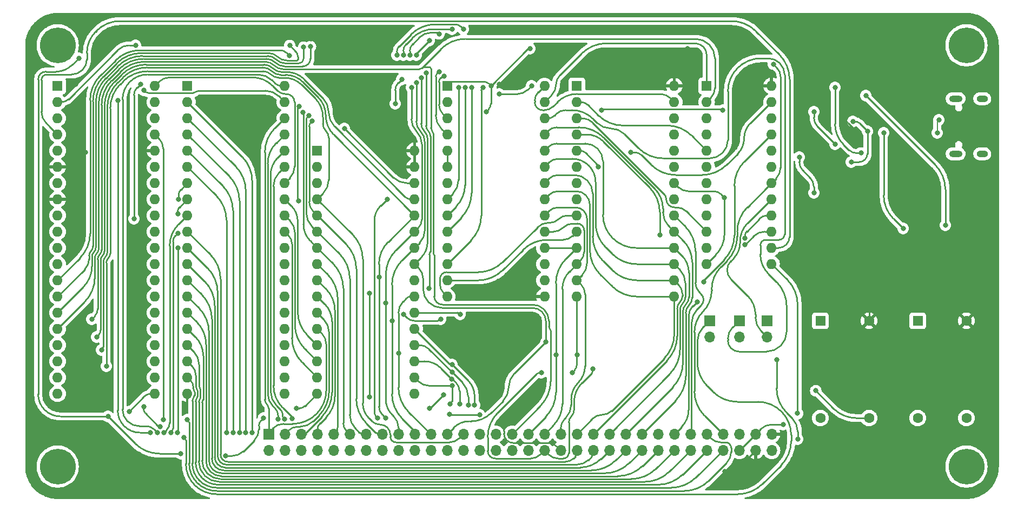
<source format=gbr>
%TF.GenerationSoftware,KiCad,Pcbnew,7.0.10*%
%TF.CreationDate,2024-01-22T16:24:30-06:00*%
%TF.ProjectId,6502 V1.3-rounded,36353032-2056-4312-9e33-2d726f756e64,rev?*%
%TF.SameCoordinates,Original*%
%TF.FileFunction,Copper,L2,Bot*%
%TF.FilePolarity,Positive*%
%FSLAX46Y46*%
G04 Gerber Fmt 4.6, Leading zero omitted, Abs format (unit mm)*
G04 Created by KiCad (PCBNEW 7.0.10) date 2024-01-22 16:24:30*
%MOMM*%
%LPD*%
G01*
G04 APERTURE LIST*
%TA.AperFunction,ComponentPad*%
%ADD10R,1.600000X1.600000*%
%TD*%
%TA.AperFunction,ComponentPad*%
%ADD11O,1.600000X1.600000*%
%TD*%
%TA.AperFunction,ComponentPad*%
%ADD12R,1.700000X1.700000*%
%TD*%
%TA.AperFunction,ComponentPad*%
%ADD13O,1.700000X1.700000*%
%TD*%
%TA.AperFunction,ComponentPad*%
%ADD14C,5.600000*%
%TD*%
%TA.AperFunction,ComponentPad*%
%ADD15C,1.600000*%
%TD*%
%TA.AperFunction,ComponentPad*%
%ADD16O,2.100000X1.000000*%
%TD*%
%TA.AperFunction,ComponentPad*%
%ADD17O,1.800000X1.000000*%
%TD*%
%TA.AperFunction,ViaPad*%
%ADD18C,0.800000*%
%TD*%
%TA.AperFunction,Conductor*%
%ADD19C,0.250000*%
%TD*%
%TA.AperFunction,Conductor*%
%ADD20C,0.200000*%
%TD*%
G04 APERTURE END LIST*
D10*
%TO.P,U5,1,CLK/IN*%
%TO.N,CLK*%
X126980000Y-31745000D03*
D11*
%TO.P,U5,2,IN*%
%TO.N,A_{15}*%
X126980000Y-34285000D03*
%TO.P,U5,3,IN*%
%TO.N,A_{14}*%
X126980000Y-36825000D03*
%TO.P,U5,4,IN*%
%TO.N,A_{13}*%
X126980000Y-39365000D03*
%TO.P,U5,5,IN*%
%TO.N,A_{12}*%
X126980000Y-41905000D03*
%TO.P,U5,6,IN*%
%TO.N,A_{11}*%
X126980000Y-44445000D03*
%TO.P,U5,7,IN*%
%TO.N,A_{10}*%
X126980000Y-46985000D03*
%TO.P,U5,8,IN*%
%TO.N,A_{9}*%
X126980000Y-49525000D03*
%TO.P,U5,9,IN*%
%TO.N,A_{8}*%
X126980000Y-52065000D03*
%TO.P,U5,10,IN*%
%TO.N,A_{7}*%
X126980000Y-54605000D03*
%TO.P,U5,11,IN*%
%TO.N,A_{6}*%
X126980000Y-57145000D03*
%TO.P,U5,12,GND*%
%TO.N,GND*%
X126980000Y-59685000D03*
%TO.P,U5,13,IN*%
%TO.N,INH*%
X137140000Y-59685000D03*
%TO.P,U5,14,I/O*%
%TO.N,~{IRQ}_{CPU}*%
X137140000Y-57145000D03*
%TO.P,U5,15,I/O*%
%TO.N,Net-(JP1-B)*%
X137140000Y-54605000D03*
%TO.P,U5,16,I/O*%
%TO.N,Net-(JP2-B)*%
X137140000Y-52065000D03*
%TO.P,U5,17,I/O*%
%TO.N,Net-(JP3-B)*%
X137140000Y-49525000D03*
%TO.P,U5,18,I/O*%
%TO.N,~{ACIACS}*%
X137140000Y-46985000D03*
%TO.P,U5,19,I/O*%
%TO.N,~{VIACS}*%
X137140000Y-44445000D03*
%TO.P,U5,20,I/O*%
%TO.N,~{RAMCS}*%
X137140000Y-41905000D03*
%TO.P,U5,21,I/O*%
%TO.N,~{ROMOE}*%
X137140000Y-39365000D03*
%TO.P,U5,22,I/O*%
%TO.N,A_{4}*%
X137140000Y-36825000D03*
%TO.P,U5,23,I/O*%
%TO.N,A_{5}*%
X137140000Y-34285000D03*
%TO.P,U5,24,VCC*%
%TO.N,VCC*%
X137140000Y-31745000D03*
%TD*%
D10*
%TO.P,U1,1,~{VP}*%
%TO.N,unconnected-(U2-~{VP}-Pad1)*%
X25395000Y-31755000D03*
D11*
%TO.P,U1,2,RDY*%
%TO.N,Net-(U2-RDY)*%
X25395000Y-34295000D03*
%TO.P,U1,3,\u03D51*%
%TO.N,unconnected-(U2-\u03D51-Pad3)*%
X25395000Y-36835000D03*
%TO.P,U1,4,~{IRQ}*%
%TO.N,~{IRQ}_{CPU}*%
X25395000Y-39375000D03*
%TO.P,U1,5,~{ML}*%
%TO.N,unconnected-(U2-~{ML}-Pad5)*%
X25395000Y-41915000D03*
%TO.P,U1,6,~{NMI}*%
%TO.N,VCC*%
X25395000Y-44455000D03*
%TO.P,U1,7,SYNC*%
%TO.N,unconnected-(U2-SYNC-Pad7)*%
X25395000Y-46995000D03*
%TO.P,U1,8,VDD*%
%TO.N,VCC*%
X25395000Y-49535000D03*
%TO.P,U1,9,A0*%
%TO.N,A_{0}*%
X25395000Y-52075000D03*
%TO.P,U1,10,A1*%
%TO.N,A_{1}*%
X25395000Y-54615000D03*
%TO.P,U1,11,A2*%
%TO.N,A_{2}*%
X25395000Y-57155000D03*
%TO.P,U1,12,A3*%
%TO.N,A_{3}*%
X25395000Y-59695000D03*
%TO.P,U1,13,A4*%
%TO.N,A_{4}*%
X25395000Y-62235000D03*
%TO.P,U1,14,A5*%
%TO.N,A_{5}*%
X25395000Y-64775000D03*
%TO.P,U1,15,A6*%
%TO.N,A_{6}*%
X25395000Y-67315000D03*
%TO.P,U1,16,A7*%
%TO.N,A_{7}*%
X25395000Y-69855000D03*
%TO.P,U1,17,A8*%
%TO.N,A_{8}*%
X25395000Y-72395000D03*
%TO.P,U1,18,A9*%
%TO.N,A_{9}*%
X25395000Y-74935000D03*
%TO.P,U1,19,A10*%
%TO.N,A_{10}*%
X25395000Y-77475000D03*
%TO.P,U1,20,A11*%
%TO.N,A_{11}*%
X25395000Y-80015000D03*
%TO.P,U1,21,VSS*%
%TO.N,GND*%
X40635000Y-80015000D03*
%TO.P,U1,22,A12*%
%TO.N,A_{12}*%
X40635000Y-77475000D03*
%TO.P,U1,23,A13*%
%TO.N,A_{13}*%
X40635000Y-74935000D03*
%TO.P,U1,24,A14*%
%TO.N,A_{14}*%
X40635000Y-72395000D03*
%TO.P,U1,25,A15*%
%TO.N,A_{15}*%
X40635000Y-69855000D03*
%TO.P,U1,26,D7*%
%TO.N,D_{7}*%
X40635000Y-67315000D03*
%TO.P,U1,27,D6*%
%TO.N,D_{6}*%
X40635000Y-64775000D03*
%TO.P,U1,28,D5*%
%TO.N,D_{5}*%
X40635000Y-62235000D03*
%TO.P,U1,29,D4*%
%TO.N,D_{4}*%
X40635000Y-59695000D03*
%TO.P,U1,30,D3*%
%TO.N,D_{3}*%
X40635000Y-57155000D03*
%TO.P,U1,31,D2*%
%TO.N,D_{2}*%
X40635000Y-54615000D03*
%TO.P,U1,32,D1*%
%TO.N,D_{1}*%
X40635000Y-52075000D03*
%TO.P,U1,33,D0*%
%TO.N,D_{0}*%
X40635000Y-49535000D03*
%TO.P,U1,34,R/~{W}*%
%TO.N,R{slash}~{W}*%
X40635000Y-46995000D03*
%TO.P,U1,35,nc*%
%TO.N,unconnected-(U2-nc-Pad35)*%
X40635000Y-44455000D03*
%TO.P,U1,36,BE*%
%TO.N,VCC*%
X40635000Y-41915000D03*
%TO.P,U1,37,\u03D50*%
%TO.N,CLK*%
X40635000Y-39375000D03*
%TO.P,U1,38,~{SO}*%
%TO.N,unconnected-(U2-~{SO}-Pad38)*%
X40635000Y-36835000D03*
%TO.P,U1,39,\u03D52*%
%TO.N,unconnected-(U2-\u03D52-Pad39)*%
X40635000Y-34295000D03*
%TO.P,U1,40,~{RES}*%
%TO.N,~{RST}*%
X40635000Y-31755000D03*
%TD*%
D12*
%TO.P,J2,1,Pin_1*%
%TO.N,A_{0}*%
X58420000Y-86360000D03*
D13*
%TO.P,J2,2,Pin_2*%
%TO.N,R{slash}~{W}*%
X58420000Y-88900000D03*
%TO.P,J2,3,Pin_3*%
%TO.N,A_{1}*%
X60960000Y-86360000D03*
%TO.P,J2,4,Pin_4*%
%TO.N,unconnected-(J1-Pin_4-Pad4)*%
X60960000Y-88900000D03*
%TO.P,J2,5,Pin_5*%
%TO.N,A_{2}*%
X63500000Y-86360000D03*
%TO.P,J2,6,Pin_6*%
%TO.N,unconnected-(J1-Pin_6-Pad6)*%
X63500000Y-88900000D03*
%TO.P,J2,7,Pin_7*%
%TO.N,A_{3}*%
X66040000Y-86360000D03*
%TO.P,J2,8,Pin_8*%
%TO.N,unconnected-(J1-Pin_8-Pad8)*%
X66040000Y-88900000D03*
%TO.P,J2,9,Pin_9*%
%TO.N,A_{4}*%
X68580000Y-86360000D03*
%TO.P,J2,10,Pin_10*%
%TO.N,unconnected-(J1-Pin_10-Pad10)*%
X68580000Y-88900000D03*
%TO.P,J2,11,Pin_11*%
%TO.N,A_{5}*%
X71120000Y-86360000D03*
%TO.P,J2,12,Pin_12*%
%TO.N,unconnected-(J1-Pin_12-Pad12)*%
X71120000Y-88900000D03*
%TO.P,J2,13,Pin_13*%
%TO.N,A_{6}*%
X73660000Y-86360000D03*
%TO.P,J2,14,Pin_14*%
%TO.N,unconnected-(J1-Pin_14-Pad14)*%
X73660000Y-88900000D03*
%TO.P,J2,15,Pin_15*%
%TO.N,A_{7}*%
X76200000Y-86360000D03*
%TO.P,J2,16,Pin_16*%
%TO.N,PA_{0}*%
X76200000Y-88900000D03*
%TO.P,J2,17,Pin_17*%
%TO.N,A_{8}*%
X78740000Y-86360000D03*
%TO.P,J2,18,Pin_18*%
%TO.N,PA_{1}*%
X78740000Y-88900000D03*
%TO.P,J2,19,Pin_19*%
%TO.N,A_{9}*%
X81280000Y-86360000D03*
%TO.P,J2,20,Pin_20*%
%TO.N,PA_{2}*%
X81280000Y-88900000D03*
%TO.P,J2,21,Pin_21*%
%TO.N,A_{10}*%
X83820000Y-86360000D03*
%TO.P,J2,22,Pin_22*%
%TO.N,PA_{3}*%
X83820000Y-88900000D03*
%TO.P,J2,23,Pin_23*%
%TO.N,A_{11}*%
X86360000Y-86360000D03*
%TO.P,J2,24,Pin_24*%
%TO.N,PA_{4}*%
X86360000Y-88900000D03*
%TO.P,J2,25,Pin_25*%
%TO.N,A_{12}*%
X88900000Y-86360000D03*
%TO.P,J2,26,Pin_26*%
%TO.N,PA_{5}*%
X88900000Y-88900000D03*
%TO.P,J2,27,Pin_27*%
%TO.N,A_{13}*%
X91440000Y-86360000D03*
%TO.P,J2,28,Pin_28*%
%TO.N,PA_{6}*%
X91440000Y-88900000D03*
%TO.P,J2,29,Pin_29*%
%TO.N,A_{14}*%
X93980000Y-86360000D03*
%TO.P,J2,30,Pin_30*%
%TO.N,PA_{7}*%
X93980000Y-88900000D03*
%TO.P,J2,31,Pin_31*%
%TO.N,A_{15}*%
X96520000Y-86360000D03*
%TO.P,J2,32,Pin_32*%
%TO.N,CA_{1}*%
X96520000Y-88900000D03*
%TO.P,J2,33,Pin_33*%
%TO.N,D_{0}*%
X99060000Y-86360000D03*
%TO.P,J2,34,Pin_34*%
%TO.N,CA_{2}*%
X99060000Y-88900000D03*
%TO.P,J2,35,Pin_35*%
%TO.N,D_{1}*%
X101600000Y-86360000D03*
%TO.P,J2,36,Pin_36*%
%TO.N,GND*%
X101600000Y-88900000D03*
%TO.P,J2,37,Pin_37*%
%TO.N,D_{2}*%
X104140000Y-86360000D03*
%TO.P,J2,38,Pin_38*%
%TO.N,VCC*%
X104140000Y-88900000D03*
%TO.P,J2,39,Pin_39*%
%TO.N,D_{3}*%
X106680000Y-86360000D03*
%TO.P,J2,40,Pin_40*%
%TO.N,PB_{0}*%
X106680000Y-88900000D03*
%TO.P,J2,41,Pin_41*%
%TO.N,D_{4}*%
X109220000Y-86360000D03*
%TO.P,J2,42,Pin_42*%
%TO.N,PB_{1}*%
X109220000Y-88900000D03*
%TO.P,J2,43,Pin_43*%
%TO.N,D_{5}*%
X111760000Y-86360000D03*
%TO.P,J2,44,Pin_44*%
%TO.N,PB_{2}*%
X111760000Y-88900000D03*
%TO.P,J2,45,Pin_45*%
%TO.N,D_{6}*%
X114300000Y-86360000D03*
%TO.P,J2,46,Pin_46*%
%TO.N,PB_{3}*%
X114300000Y-88900000D03*
%TO.P,J2,47,Pin_47*%
%TO.N,D_{7}*%
X116840000Y-86360000D03*
%TO.P,J2,48,Pin_48*%
%TO.N,PB_{4}*%
X116840000Y-88900000D03*
%TO.P,J2,49,Pin_49*%
%TO.N,INH*%
X119380000Y-86360000D03*
%TO.P,J2,50,Pin_50*%
%TO.N,PB_{5}*%
X119380000Y-88900000D03*
%TO.P,J2,51,Pin_51*%
%TO.N,~{ROMOE}*%
X121920000Y-86360000D03*
%TO.P,J2,52,Pin_52*%
%TO.N,PB_{6}*%
X121920000Y-88900000D03*
%TO.P,J2,53,Pin_53*%
%TO.N,~{RAMCS}*%
X124460000Y-86360000D03*
%TO.P,J2,54,Pin_54*%
%TO.N,PB_{7}*%
X124460000Y-88900000D03*
%TO.P,J2,55,Pin_55*%
%TO.N,~{VIACS}*%
X127000000Y-86360000D03*
%TO.P,J2,56,Pin_56*%
%TO.N,CB_{1}*%
X127000000Y-88900000D03*
%TO.P,J2,57,Pin_57*%
%TO.N,~{ACIACS}*%
X129540000Y-86360000D03*
%TO.P,J2,58,Pin_58*%
%TO.N,CB_{2}*%
X129540000Y-88900000D03*
%TO.P,J2,59,Pin_59*%
%TO.N,CLK*%
X132080000Y-86360000D03*
%TO.P,J2,60,Pin_60*%
%TO.N,GND*%
X132080000Y-88900000D03*
%TO.P,J2,61,Pin_61*%
X134620000Y-86360000D03*
%TO.P,J2,62,Pin_62*%
%TO.N,VCC*%
X134620000Y-88900000D03*
%TO.P,J2,63,Pin_63*%
X137160000Y-86360000D03*
%TO.P,J2,64,Pin_64*%
%TO.N,~{IRQ}_{PORT}*%
X137160000Y-88900000D03*
%TD*%
D12*
%TO.P,JP1,1,A*%
%TO.N,~{IRQ}_{PORT}*%
X136430000Y-68580000D03*
D13*
%TO.P,JP1,2,B*%
%TO.N,Net-(JP3-B)*%
X136430000Y-71120000D03*
%TD*%
D14*
%TO.P,REF\u002A\u002A,1*%
%TO.N,N/C*%
X167640000Y-25400000D03*
%TD*%
D10*
%TO.P,U3,1,VSS*%
%TO.N,GND*%
X86360000Y-31760000D03*
D11*
%TO.P,U3,2,CS1*%
%TO.N,VCC*%
X86360000Y-34300000D03*
%TO.P,U3,3,~{CS2}*%
%TO.N,~{ACIACS}*%
X86360000Y-36840000D03*
%TO.P,U3,4,~{RES}*%
%TO.N,~{RST}*%
X86360000Y-39380000D03*
%TO.P,U3,5,RxC*%
%TO.N,CLK_UART*%
X86360000Y-41920000D03*
%TO.P,U3,6,XTAL1*%
X86360000Y-44460000D03*
%TO.P,U3,7,XTAL2*%
%TO.N,unconnected-(U4-XTAL2-Pad7)*%
X86360000Y-47000000D03*
%TO.P,U3,8,~{RTS}*%
%TO.N,~{RTS}*%
X86360000Y-49540000D03*
%TO.P,U3,9,~{CTS}*%
%TO.N,~{CTS}*%
X86360000Y-52080000D03*
%TO.P,U3,10,TxD*%
%TO.N,TxD*%
X86360000Y-54620000D03*
%TO.P,U3,11,~{DTR}*%
%TO.N,unconnected-(U4-~{DTR}-Pad11)*%
X86360000Y-57160000D03*
%TO.P,U3,12,RxD*%
%TO.N,RxD*%
X86360000Y-59700000D03*
%TO.P,U3,13,RS0*%
%TO.N,A_{0}*%
X86360000Y-62240000D03*
%TO.P,U3,14,RS1*%
%TO.N,A_{1}*%
X86360000Y-64780000D03*
%TO.P,U3,15,VCC*%
%TO.N,VCC*%
X101600000Y-64780000D03*
%TO.P,U3,16,~{DCD}*%
%TO.N,GND*%
X101600000Y-62240000D03*
%TO.P,U3,17,~{DSR}*%
X101600000Y-59700000D03*
%TO.P,U3,18,D0*%
%TO.N,D_{0}*%
X101600000Y-57160000D03*
%TO.P,U3,19,D1*%
%TO.N,D_{1}*%
X101600000Y-54620000D03*
%TO.P,U3,20,D2*%
%TO.N,D_{2}*%
X101600000Y-52080000D03*
%TO.P,U3,21,D3*%
%TO.N,D_{3}*%
X101600000Y-49540000D03*
%TO.P,U3,22,D4*%
%TO.N,D_{4}*%
X101600000Y-47000000D03*
%TO.P,U3,23,D5*%
%TO.N,D_{5}*%
X101600000Y-44460000D03*
%TO.P,U3,24,D6*%
%TO.N,D_{6}*%
X101600000Y-41920000D03*
%TO.P,U3,25,D7*%
%TO.N,D_{7}*%
X101600000Y-39380000D03*
%TO.P,U3,26,~{IRQ}*%
%TO.N,~{IRQ}_{ACIA}*%
X101600000Y-36840000D03*
%TO.P,U3,27,\u03D52*%
%TO.N,CLK*%
X101600000Y-34300000D03*
%TO.P,U3,28,R/~{W}*%
%TO.N,R{slash}~{W}*%
X101600000Y-31760000D03*
%TD*%
D10*
%TO.P,X2,1,Tri-State*%
%TO.N,unconnected-(X1-Tri-State-Pad1)*%
X160020000Y-68580000D03*
D15*
%TO.P,X2,7,GND*%
%TO.N,GND*%
X160020000Y-83820000D03*
%TO.P,X2,8,OUT*%
%TO.N,CLK_UART*%
X167640000Y-83820000D03*
%TO.P,X2,14,Vcc*%
%TO.N,VCC*%
X167640000Y-68580000D03*
%TD*%
D14*
%TO.P,REF\u002A\u002A,1*%
%TO.N,N/C*%
X25400000Y-25400000D03*
%TD*%
D10*
%TO.P,X1,1,Tri-State*%
%TO.N,unconnected-(X2-Tri-State-Pad1)*%
X144780000Y-68580000D03*
D15*
%TO.P,X1,7,GND*%
%TO.N,GND*%
X144780000Y-83820000D03*
%TO.P,X1,8,OUT*%
%TO.N,CLK*%
X152400000Y-83820000D03*
%TO.P,X1,14,Vcc*%
%TO.N,VCC*%
X152400000Y-68580000D03*
%TD*%
D14*
%TO.P,REF\u002A\u002A,1*%
%TO.N,N/C*%
X167640000Y-91440000D03*
%TD*%
D12*
%TO.P,JP3,1,A*%
%TO.N,~{IRQ}_{VIA}*%
X127430000Y-68580000D03*
D13*
%TO.P,JP3,2,B*%
%TO.N,Net-(JP1-B)*%
X127430000Y-71120000D03*
%TD*%
D10*
%TO.P,U4,1,A14*%
%TO.N,A_{14}*%
X106675000Y-31760000D03*
D11*
%TO.P,U4,2,A12*%
%TO.N,A_{12}*%
X106675000Y-34300000D03*
%TO.P,U4,3,A7*%
%TO.N,A_{7}*%
X106675000Y-36840000D03*
%TO.P,U4,4,A6*%
%TO.N,A_{6}*%
X106675000Y-39380000D03*
%TO.P,U4,5,A5*%
%TO.N,A_{5}*%
X106675000Y-41920000D03*
%TO.P,U4,6,A4*%
%TO.N,A_{4}*%
X106675000Y-44460000D03*
%TO.P,U4,7,A3*%
%TO.N,A_{3}*%
X106675000Y-47000000D03*
%TO.P,U4,8,A2*%
%TO.N,A_{2}*%
X106675000Y-49540000D03*
%TO.P,U4,9,A1*%
%TO.N,A_{1}*%
X106675000Y-52080000D03*
%TO.P,U4,10,A0*%
%TO.N,A_{0}*%
X106675000Y-54620000D03*
%TO.P,U4,11,Q0*%
%TO.N,D_{0}*%
X106675000Y-57160000D03*
%TO.P,U4,12,Q1*%
%TO.N,D_{1}*%
X106675000Y-59700000D03*
%TO.P,U4,13,Q2*%
%TO.N,D_{2}*%
X106675000Y-62240000D03*
%TO.P,U4,14,GND*%
%TO.N,GND*%
X106675000Y-64780000D03*
%TO.P,U4,15,Q3*%
%TO.N,D_{3}*%
X121915000Y-64780000D03*
%TO.P,U4,16,Q4*%
%TO.N,D_{4}*%
X121915000Y-62240000D03*
%TO.P,U4,17,Q5*%
%TO.N,D_{5}*%
X121915000Y-59700000D03*
%TO.P,U4,18,Q6*%
%TO.N,D_{6}*%
X121915000Y-57160000D03*
%TO.P,U4,19,Q7*%
%TO.N,D_{7}*%
X121915000Y-54620000D03*
%TO.P,U4,20,~{CS}*%
%TO.N,~{RAMCS}*%
X121915000Y-52080000D03*
%TO.P,U4,21,A10*%
%TO.N,A_{10}*%
X121915000Y-49540000D03*
%TO.P,U4,22,~{OE}*%
%TO.N,GND*%
X121915000Y-47000000D03*
%TO.P,U4,23,A11*%
%TO.N,A_{11}*%
X121915000Y-44460000D03*
%TO.P,U4,24,A9*%
%TO.N,A_{9}*%
X121915000Y-41920000D03*
%TO.P,U4,25,A8*%
%TO.N,A_{8}*%
X121915000Y-39380000D03*
%TO.P,U4,26,A13*%
%TO.N,A_{13}*%
X121915000Y-36840000D03*
%TO.P,U4,27,~{WE}*%
%TO.N,R{slash}~{W}*%
X121915000Y-34300000D03*
%TO.P,U4,28,VCC*%
%TO.N,VCC*%
X121915000Y-31760000D03*
%TD*%
D16*
%TO.P,J1,S1,SHIELD*%
%TO.N,GND*%
X165942846Y-42403591D03*
D17*
X170122846Y-42403591D03*
D16*
X165942846Y-33763591D03*
D17*
X170122846Y-33763591D03*
%TD*%
D12*
%TO.P,JP2,1,A*%
%TO.N,~{IRQ}_{ACIA}*%
X132080000Y-68580000D03*
D13*
%TO.P,JP2,2,B*%
%TO.N,Net-(JP2-B)*%
X132080000Y-71120000D03*
%TD*%
D10*
%TO.P,U2,1,VSS*%
%TO.N,GND*%
X45715000Y-31755000D03*
D11*
%TO.P,U2,2,PA0*%
%TO.N,PA_{0}*%
X45715000Y-34295000D03*
%TO.P,U2,3,PA1*%
%TO.N,PA_{1}*%
X45715000Y-36835000D03*
%TO.P,U2,4,PA2*%
%TO.N,PA_{2}*%
X45715000Y-39375000D03*
%TO.P,U2,5,PA3*%
%TO.N,PA_{3}*%
X45715000Y-41915000D03*
%TO.P,U2,6,PA4*%
%TO.N,PA_{4}*%
X45715000Y-44455000D03*
%TO.P,U2,7,PA5*%
%TO.N,PA_{5}*%
X45715000Y-46995000D03*
%TO.P,U2,8,PA6*%
%TO.N,PA_{6}*%
X45715000Y-49535000D03*
%TO.P,U2,9,PA7*%
%TO.N,PA_{7}*%
X45715000Y-52075000D03*
%TO.P,U2,10,PB0*%
%TO.N,PB_{0}*%
X45715000Y-54615000D03*
%TO.P,U2,11,PB1*%
%TO.N,PB_{1}*%
X45715000Y-57155000D03*
%TO.P,U2,12,PB2*%
%TO.N,PB_{2}*%
X45715000Y-59695000D03*
%TO.P,U2,13,PB3*%
%TO.N,PB_{3}*%
X45715000Y-62235000D03*
%TO.P,U2,14,PB4*%
%TO.N,PB_{4}*%
X45715000Y-64775000D03*
%TO.P,U2,15,PB5*%
%TO.N,PB_{5}*%
X45715000Y-67315000D03*
%TO.P,U2,16,PB6*%
%TO.N,PB_{6}*%
X45715000Y-69855000D03*
%TO.P,U2,17,PB7*%
%TO.N,PB_{7}*%
X45715000Y-72395000D03*
%TO.P,U2,18,CB1*%
%TO.N,CB_{1}*%
X45715000Y-74935000D03*
%TO.P,U2,19,CB2*%
%TO.N,CB_{2}*%
X45715000Y-77475000D03*
%TO.P,U2,20,VCC*%
%TO.N,VCC*%
X45715000Y-80015000D03*
%TO.P,U2,21,~{IRQ}*%
%TO.N,~{IRQ}_{VIA}*%
X60955000Y-80015000D03*
%TO.P,U2,22,R/~{W}*%
%TO.N,R{slash}~{W}*%
X60955000Y-77475000D03*
%TO.P,U2,23,~{CS2}*%
%TO.N,~{VIACS}*%
X60955000Y-74935000D03*
%TO.P,U2,24,CS1*%
%TO.N,VCC*%
X60955000Y-72395000D03*
%TO.P,U2,25,\u03D52*%
%TO.N,CLK*%
X60955000Y-69855000D03*
%TO.P,U2,26,D7*%
%TO.N,D_{7}*%
X60955000Y-67315000D03*
%TO.P,U2,27,D6*%
%TO.N,D_{6}*%
X60955000Y-64775000D03*
%TO.P,U2,28,D5*%
%TO.N,D_{5}*%
X60955000Y-62235000D03*
%TO.P,U2,29,D4*%
%TO.N,D_{4}*%
X60955000Y-59695000D03*
%TO.P,U2,30,D3*%
%TO.N,D_{3}*%
X60955000Y-57155000D03*
%TO.P,U2,31,D2*%
%TO.N,D_{2}*%
X60955000Y-54615000D03*
%TO.P,U2,32,D1*%
%TO.N,D_{1}*%
X60955000Y-52075000D03*
%TO.P,U2,33,D0*%
%TO.N,D_{0}*%
X60955000Y-49535000D03*
%TO.P,U2,34,~{RES}*%
%TO.N,~{RST}*%
X60955000Y-46995000D03*
%TO.P,U2,35,RS3*%
%TO.N,A_{3}*%
X60955000Y-44455000D03*
%TO.P,U2,36,RS2*%
%TO.N,A_{2}*%
X60955000Y-41915000D03*
%TO.P,U2,37,RS1*%
%TO.N,A_{1}*%
X60955000Y-39375000D03*
%TO.P,U2,38,RS0*%
%TO.N,A_{0}*%
X60955000Y-36835000D03*
%TO.P,U2,39,CA2*%
%TO.N,CA_{2}*%
X60955000Y-34295000D03*
%TO.P,U2,40,CA1*%
%TO.N,CA_{1}*%
X60955000Y-31755000D03*
%TD*%
D14*
%TO.P,REF\u002A\u002A,1*%
%TO.N,N/C*%
X25400000Y-91440000D03*
%TD*%
D10*
%TO.P,U7,1,A18*%
%TO.N,BS_{3}*%
X66035000Y-41910000D03*
D11*
%TO.P,U7,2,A16*%
%TO.N,BS_{1}*%
X66035000Y-44450000D03*
%TO.P,U7,3,A15*%
%TO.N,BS_{0}*%
X66035000Y-46990000D03*
%TO.P,U7,4,A12*%
%TO.N,A_{12}*%
X66035000Y-49530000D03*
%TO.P,U7,5,A7*%
%TO.N,A_{7}*%
X66035000Y-52070000D03*
%TO.P,U7,6,A6*%
%TO.N,A_{6}*%
X66035000Y-54610000D03*
%TO.P,U7,7,A5*%
%TO.N,A_{5}*%
X66035000Y-57150000D03*
%TO.P,U7,8,A4*%
%TO.N,A_{4}*%
X66035000Y-59690000D03*
%TO.P,U7,9,A3*%
%TO.N,A_{3}*%
X66035000Y-62230000D03*
%TO.P,U7,10,A2*%
%TO.N,A_{2}*%
X66035000Y-64770000D03*
%TO.P,U7,11,A1*%
%TO.N,A_{1}*%
X66035000Y-67310000D03*
%TO.P,U7,12,A0*%
%TO.N,A_{0}*%
X66035000Y-69850000D03*
%TO.P,U7,13,D0*%
%TO.N,D_{0}*%
X66035000Y-72390000D03*
%TO.P,U7,14,D1*%
%TO.N,D_{1}*%
X66035000Y-74930000D03*
%TO.P,U7,15,D2*%
%TO.N,D_{2}*%
X66035000Y-77470000D03*
%TO.P,U7,16,GND*%
%TO.N,GND*%
X66035000Y-80010000D03*
%TO.P,U7,17,D3*%
%TO.N,D_{3}*%
X81275000Y-80010000D03*
%TO.P,U7,18,D4*%
%TO.N,D_{4}*%
X81275000Y-77470000D03*
%TO.P,U7,19,D5*%
%TO.N,D_{5}*%
X81275000Y-74930000D03*
%TO.P,U7,20,D6*%
%TO.N,D_{6}*%
X81275000Y-72390000D03*
%TO.P,U7,21,D7*%
%TO.N,D_{7}*%
X81275000Y-69850000D03*
%TO.P,U7,22,CE*%
%TO.N,GND*%
X81275000Y-67310000D03*
%TO.P,U7,23,A10*%
%TO.N,A_{10}*%
X81275000Y-64770000D03*
%TO.P,U7,24,OE*%
%TO.N,~{ROMOE}*%
X81275000Y-62230000D03*
%TO.P,U7,25,A11*%
%TO.N,A_{11}*%
X81275000Y-59690000D03*
%TO.P,U7,26,A9*%
%TO.N,A_{9}*%
X81275000Y-57150000D03*
%TO.P,U7,27,A8*%
%TO.N,A_{8}*%
X81275000Y-54610000D03*
%TO.P,U7,28,A13*%
%TO.N,A_{13}*%
X81275000Y-52070000D03*
%TO.P,U7,29,A14*%
%TO.N,A_{14}*%
X81275000Y-49530000D03*
%TO.P,U7,30,A17*%
%TO.N,BS_{2}*%
X81275000Y-46990000D03*
%TO.P,U7,31,PGM*%
%TO.N,VCC*%
X81275000Y-44450000D03*
%TO.P,U7,32,VCC*%
X81275000Y-41910000D03*
%TD*%
D18*
%TO.N,GND*%
X101092000Y-76708000D03*
X33274000Y-83566000D03*
X57621000Y-83820000D03*
X38354000Y-31496000D03*
X138938000Y-84836000D03*
X36589000Y-82804000D03*
X149606000Y-43688000D03*
X88392000Y-67564000D03*
X44691000Y-89408000D03*
X105918000Y-76708000D03*
X28702000Y-27432000D03*
X109179992Y-76159992D03*
X99314000Y-25908000D03*
X143764000Y-48514000D03*
X37338000Y-52578000D03*
X51711794Y-89766206D03*
X62738000Y-82296000D03*
X92456000Y-35814000D03*
X152146000Y-38862000D03*
X106680000Y-73914000D03*
X93218000Y-31750000D03*
X149864653Y-37333347D03*
X141478020Y-42926000D03*
X129781000Y-49276000D03*
%TO.N,VCC*%
X55626000Y-42164000D03*
X167894000Y-37634746D03*
X78994000Y-36830000D03*
X28194000Y-34290000D03*
X53086000Y-33782000D03*
X150114000Y-38608000D03*
X92710000Y-82001992D03*
X123952000Y-25908000D03*
X129798652Y-92206653D03*
X65024000Y-24384000D03*
X155194000Y-85344000D03*
X70104000Y-30226000D03*
X28194036Y-31496000D03*
X30988000Y-26670000D03*
X129291000Y-31745000D03*
X94528008Y-31536008D03*
X129286000Y-26149000D03*
X99314000Y-67564000D03*
X110490000Y-26162000D03*
X144780000Y-43180000D03*
X29718000Y-42164000D03*
X148844000Y-31242000D03*
X96012000Y-22860000D03*
X55626000Y-22860000D03*
X101600000Y-25908000D03*
X96774000Y-83312000D03*
X141986000Y-34798000D03*
%TO.N,Net-(D3-K)*%
X151892000Y-33274000D03*
X164338000Y-53594000D03*
%TO.N,~{IRQ}_{PORT}*%
X137922000Y-74676000D03*
X141224000Y-87135000D03*
%TO.N,CA_{2}*%
X39943008Y-86121008D03*
X34798000Y-34036000D03*
X38862000Y-32445000D03*
%TO.N,CA_{1}*%
X40992884Y-86104714D03*
%TO.N,PA_{7}*%
X42042886Y-86106186D03*
%TO.N,PA_{6}*%
X44196000Y-54864000D03*
X44196000Y-51816000D03*
X43092888Y-86105965D03*
%TO.N,PA_{5}*%
X44315008Y-49529466D03*
X44142890Y-86106008D03*
X44196000Y-57150000D03*
%TO.N,PA_{4}*%
X51816000Y-86106000D03*
%TO.N,PA_{3}*%
X52832000Y-86106000D03*
%TO.N,PA_{2}*%
X53848000Y-86106000D03*
%TO.N,PA_{1}*%
X54848003Y-86106000D03*
%TO.N,PA_{0}*%
X55848006Y-86106000D03*
%TO.N,A_{1}*%
X79504153Y-67566153D03*
X85344000Y-68326000D03*
X59890449Y-84010000D03*
%TO.N,A_{2}*%
X60890452Y-84010000D03*
%TO.N,A_{3}*%
X62069775Y-83904469D03*
%TO.N,A_{4}*%
X63145000Y-49784000D03*
X61654606Y-27005000D03*
X63217460Y-34981834D03*
%TO.N,A_{5}*%
X61722000Y-25400000D03*
X115062000Y-42164000D03*
X109982000Y-44450000D03*
X63752377Y-35885366D03*
%TO.N,A_{6}*%
X119634000Y-55118000D03*
X63917621Y-25686518D03*
X64683082Y-36371466D03*
%TO.N,A_{7}*%
X65265000Y-37245467D03*
X64962875Y-25586773D03*
%TO.N,A_{8}*%
X76708000Y-65786000D03*
X80772000Y-32004000D03*
%TO.N,A_{9}*%
X77724000Y-68580000D03*
X81534000Y-31242000D03*
%TO.N,A_{10}*%
X83553000Y-63500000D03*
X83058000Y-29718000D03*
X78740000Y-73660000D03*
%TO.N,A_{11}*%
X82296000Y-30480000D03*
X101835000Y-71882000D03*
%TO.N,A_{12}*%
X33020000Y-75692000D03*
%TO.N,A_{13}*%
X32258000Y-73152000D03*
X76742003Y-83820000D03*
X75692000Y-61722000D03*
%TO.N,A_{14}*%
X76962000Y-49530000D03*
X75438032Y-83820000D03*
X31496000Y-71120000D03*
%TO.N,A_{15}*%
X30734000Y-68326000D03*
%TO.N,D_{0}*%
X103378000Y-73914000D03*
%TO.N,D_{2}*%
X83566000Y-82283000D03*
X85804808Y-80193000D03*
%TO.N,D_{4}*%
X86843669Y-81640980D03*
X87122000Y-78740000D03*
%TO.N,D_{5}*%
X87086084Y-77690612D03*
X88304448Y-81597364D03*
%TO.N,D_{6}*%
X87122009Y-76641224D03*
X89662000Y-81788000D03*
%TO.N,D_{7}*%
X87122000Y-75438000D03*
X90662003Y-81788000D03*
%TO.N,INH*%
X141213829Y-83103000D03*
%TO.N,~{ROMOE}*%
X126492000Y-62484000D03*
X74168000Y-64262000D03*
X86709767Y-83190980D03*
X74168000Y-80518000D03*
X125478798Y-65606516D03*
X91440000Y-83312000D03*
%TO.N,~{VIACS}*%
X45707000Y-84074000D03*
%TO.N,~{ACIACS}*%
X85852000Y-30268000D03*
X137414000Y-28353000D03*
%TO.N,CLK*%
X144053356Y-79547000D03*
X41910004Y-84087000D03*
%TO.N,PUSBD-*%
X163322000Y-37084000D03*
X163068000Y-39116000D03*
%TO.N,~{IRQ}_{VIA}*%
X45199000Y-86868000D03*
%TO.N,Net-(JP1-B)*%
X132993000Y-56654704D03*
%TO.N,Net-(JP2-B)*%
X132993000Y-55604701D03*
%TO.N,BS_{0}*%
X81534000Y-26924000D03*
X83565954Y-24638000D03*
X79248000Y-30734000D03*
X78232000Y-34544000D03*
%TO.N,BS_{1}*%
X80518000Y-26933306D03*
X85090000Y-23585000D03*
%TO.N,BS_{2}*%
X87122000Y-22860000D03*
X79502000Y-26924000D03*
X70271008Y-38440992D03*
%TO.N,BS_{3}*%
X88900000Y-22860000D03*
X78486000Y-26924000D03*
%TO.N,R{slash}~{W}*%
X94488000Y-33020000D03*
X41462757Y-85165713D03*
X38862000Y-82042000D03*
X99568000Y-31750000D03*
%TO.N,~{RST}*%
X85090000Y-29543000D03*
%TO.N,CLK_UART*%
X129527000Y-35560000D03*
X110490000Y-35560000D03*
%TO.N,~{RTS}*%
X147066000Y-32004000D03*
X88138000Y-32004000D03*
X151130000Y-42287141D03*
%TO.N,~{CTS}*%
X89158653Y-32008653D03*
%TO.N,TxD*%
X90179306Y-32013306D03*
%TO.N,RxD*%
X147070653Y-40889347D03*
X91948000Y-32004000D03*
X143764000Y-35814000D03*
%TO.N,Net-(U2-RDY)*%
X37592000Y-25400000D03*
%TO.N,Net-(U6-3V3OUT)*%
X154686000Y-39116000D03*
X157734000Y-54102000D03*
%TD*%
D19*
%TO.N,GND*%
X107487235Y-78312367D02*
X109017491Y-76782112D01*
X62738000Y-82296000D02*
X63243500Y-82296000D01*
X105918000Y-76708000D02*
X106296500Y-76329500D01*
X149606000Y-43688000D02*
X150845184Y-43688000D01*
X100838000Y-76708000D02*
X101092000Y-76708000D01*
X38354000Y-31496000D02*
X37846000Y-32004000D01*
X138938000Y-84836000D02*
X137221630Y-84836000D01*
X25134146Y-29522000D02*
X23553803Y-29522000D01*
X22352000Y-30723803D02*
X22352000Y-80097159D01*
X133858000Y-87122000D02*
X132080000Y-88900000D01*
X88392000Y-67564000D02*
X88265000Y-67437000D01*
X87483276Y-31102000D02*
X92111794Y-31102000D01*
X99431974Y-90170000D02*
X93893279Y-90170000D01*
X25820840Y-83566000D02*
X33274000Y-83566000D01*
X41369963Y-89408000D02*
X44691000Y-89408000D01*
X92894000Y-31426000D02*
X93218000Y-31750000D01*
X149864653Y-37333347D02*
X150241000Y-37333347D01*
X104542789Y-90170000D02*
X103768025Y-90170000D01*
X106230000Y-81347604D02*
X106230000Y-82545776D01*
X92456000Y-35814000D02*
X92837000Y-35433000D01*
X37522207Y-87814207D02*
X33274000Y-83566000D01*
X98970197Y-25997802D02*
X93218000Y-31750000D01*
X128046579Y-48260000D02*
X124065954Y-48260000D01*
X57258500Y-84182500D02*
X57621000Y-83820000D01*
X143135382Y-46107382D02*
X142016808Y-44988808D01*
X109179992Y-76159992D02*
X109179992Y-76389802D01*
X128380500Y-58284500D02*
X126980000Y-59685000D01*
X86689000Y-31431000D02*
X86360000Y-31760000D01*
X93218000Y-34513184D02*
X93218000Y-31750000D01*
X152146000Y-38862000D02*
X150883464Y-37599464D01*
X129781000Y-54903393D02*
X129781000Y-49276000D01*
X141478000Y-43688010D02*
X141478000Y-42926034D01*
X87958394Y-67310000D02*
X81275000Y-67310000D01*
X122545000Y-47630000D02*
X121915000Y-47000000D01*
X37338000Y-33230420D02*
X37338000Y-52578000D01*
X94303792Y-82988207D02*
X100404394Y-76887605D01*
X105410000Y-89302789D02*
X105410000Y-84525431D01*
X135382000Y-85598000D02*
X133858000Y-87122000D01*
X92710000Y-88986720D02*
X92710000Y-86835963D01*
X141478020Y-42926000D02*
X141478010Y-42926010D01*
X27657000Y-28477000D02*
X28702000Y-27432000D01*
X152146000Y-38862000D02*
X152146000Y-42387184D01*
X51711794Y-89766206D02*
X52727794Y-89766206D01*
X143764000Y-47625000D02*
X143764000Y-48514000D01*
X129273000Y-48768000D02*
X129781000Y-49276000D01*
X106675000Y-75415720D02*
X106675000Y-64780000D01*
X56164497Y-87345501D02*
X54462214Y-89047785D01*
X99187000Y-25908000D02*
X99314000Y-25908000D01*
X40006500Y-80015000D02*
X40635000Y-80015000D01*
X64106442Y-81938557D02*
X66035000Y-80010000D01*
X38933583Y-80459416D02*
X36589000Y-82804000D01*
X56896000Y-85057652D02*
X56896000Y-85579500D01*
X109017487Y-76782108D02*
G75*
G03*
X109179992Y-76389802I-392287J392308D01*
G01*
X105820006Y-83535610D02*
G75*
G03*
X106230000Y-82545776I-989806J989810D01*
G01*
X40006500Y-80014990D02*
G75*
G03*
X38933583Y-80459416I0J-1517310D01*
G01*
X137221630Y-84836013D02*
G75*
G03*
X135382000Y-85598000I-30J-2601587D01*
G01*
X107487228Y-78312360D02*
G75*
G03*
X106230000Y-81347604I3035272J-3035240D01*
G01*
X143764010Y-47625000D02*
G75*
G03*
X143135382Y-46107382I-2146210J0D01*
G01*
X37522215Y-87814199D02*
G75*
G03*
X41369963Y-89408000I3847785J3847799D01*
G01*
X105819990Y-83535594D02*
G75*
G03*
X105410000Y-84525431I989810J-989806D01*
G01*
X93056580Y-89823419D02*
G75*
G03*
X93893279Y-90170000I836720J836719D01*
G01*
X102234992Y-89535008D02*
G75*
G03*
X103768025Y-90170000I1533008J1533008D01*
G01*
X25134146Y-29522019D02*
G75*
G03*
X27657000Y-28477000I-46J3567919D01*
G01*
X104542789Y-90169995D02*
G75*
G03*
X105155999Y-89915999I11J867195D01*
G01*
X150845184Y-43687993D02*
G75*
G03*
X151765000Y-43307000I16J1300793D01*
G01*
X22703999Y-29873999D02*
G75*
G03*
X22352000Y-30723803I849801J-849801D01*
G01*
X23367988Y-82550012D02*
G75*
G03*
X25820840Y-83566000I2452812J2452812D01*
G01*
X99431974Y-90169989D02*
G75*
G03*
X100965000Y-89535000I26J2167989D01*
G01*
X100838000Y-76707997D02*
G75*
G03*
X100404395Y-76887606I0J-613203D01*
G01*
X141478000Y-42926014D02*
G75*
G03*
X141478010Y-42926010I0J14D01*
G01*
X106296494Y-76329494D02*
G75*
G03*
X106675000Y-75415720I-913794J913794D01*
G01*
X122545013Y-47629987D02*
G75*
G03*
X124065954Y-48260000I1520987J1520987D01*
G01*
X56164497Y-87345501D02*
G75*
G03*
X56896000Y-85579500I-1765997J1766001D01*
G01*
X88265002Y-67436998D02*
G75*
G03*
X87958394Y-67310000I-306602J-306602D01*
G01*
X129273006Y-48767994D02*
G75*
G03*
X128046579Y-48260000I-1226406J-1226406D01*
G01*
X94303821Y-82988236D02*
G75*
G03*
X92710000Y-86835963I3847679J-3847764D01*
G01*
X102234999Y-89535001D02*
G75*
G03*
X100965001Y-89535001I-634999J-634998D01*
G01*
X151765005Y-43307005D02*
G75*
G03*
X152146000Y-42387184I-919805J919805D01*
G01*
X63243500Y-82295994D02*
G75*
G03*
X64106441Y-81938556I0J1220394D01*
G01*
X92894002Y-31425998D02*
G75*
G03*
X92111794Y-31102000I-782202J-782202D01*
G01*
X150883458Y-37599470D02*
G75*
G03*
X150241000Y-37333347I-642458J-642430D01*
G01*
X23553803Y-29522002D02*
G75*
G03*
X22704000Y-29874000I-3J-1201798D01*
G01*
X105156003Y-89916003D02*
G75*
G03*
X105410000Y-89302789I-613203J613203D01*
G01*
X92837005Y-35433005D02*
G75*
G03*
X93218000Y-34513184I-919805J919805D01*
G01*
X92709992Y-88986720D02*
G75*
G03*
X93056574Y-89823425I1183308J20D01*
G01*
X22352001Y-80097159D02*
G75*
G03*
X23368000Y-82550000I3468839J-1D01*
G01*
X128380502Y-58284502D02*
G75*
G03*
X129781000Y-54903393I-3381102J3381102D01*
G01*
X141477991Y-43688010D02*
G75*
G03*
X142016808Y-44988808I1839609J10D01*
G01*
X37845994Y-32003994D02*
G75*
G03*
X37338000Y-33230420I1226406J-1226406D01*
G01*
X57258485Y-84182485D02*
G75*
G03*
X56896000Y-85057652I875115J-875115D01*
G01*
X87483276Y-31101991D02*
G75*
G03*
X86689001Y-31431001I24J-1123309D01*
G01*
X99187000Y-25907998D02*
G75*
G03*
X98970197Y-25997802I0J-306602D01*
G01*
X52727794Y-89766211D02*
G75*
G03*
X54462214Y-89047785I6J2452811D01*
G01*
%TO.N,VCC*%
X53086000Y-33782000D02*
X54356000Y-35052000D01*
X148463000Y-31623000D02*
X148844000Y-31242000D01*
X146108987Y-30675012D02*
X141986000Y-34798000D01*
X26411000Y-44455000D02*
X25395000Y-44455000D01*
X129798652Y-92206653D02*
X130555999Y-92206653D01*
X121915000Y-31760000D02*
X118341963Y-31760000D01*
X95968420Y-84117579D02*
X96774000Y-83312000D01*
X94303792Y-72574207D02*
X99314000Y-67564000D01*
X121915000Y-31760000D02*
X121915000Y-29385376D01*
X129286000Y-31736464D02*
X129286000Y-26149000D01*
X131848872Y-91671127D02*
X134620000Y-88900000D01*
X95250000Y-85852000D02*
X95250000Y-86262009D01*
X28321000Y-40767000D02*
X28575000Y-41021000D01*
X30988000Y-26670000D02*
X30988000Y-27686018D01*
X96712990Y-87725000D02*
X102134149Y-87725000D01*
X155194000Y-85344000D02*
X155194000Y-73349656D01*
X148082000Y-35139159D02*
X148082000Y-32542815D01*
X103552500Y-88312500D02*
X104140000Y-88900000D01*
X144780000Y-43180000D02*
X150806207Y-49206207D01*
X94528008Y-31536008D02*
X95250000Y-31536008D01*
X70104000Y-30226000D02*
X71247000Y-30226000D01*
X56388000Y-23622000D02*
X55626000Y-22860000D01*
X114494207Y-30166207D02*
X110490000Y-26162000D01*
X152400000Y-68580000D02*
X152400000Y-53053963D01*
X148277012Y-30675012D02*
X148844000Y-31242000D01*
X149098000Y-37592000D02*
X150114000Y-38608000D01*
X29718000Y-42164000D02*
X28575000Y-41021000D01*
X152400000Y-68580000D02*
X153797000Y-69977000D01*
X78994000Y-36830000D02*
X73198223Y-31034223D01*
X92710000Y-82001992D02*
X92710000Y-76421963D01*
X28194000Y-40460394D02*
X28194000Y-34290000D01*
X29718000Y-42164000D02*
X28145420Y-43736579D01*
X123952000Y-25908000D02*
X122933500Y-26926500D01*
X129291000Y-31745000D02*
X129288500Y-31742500D01*
X101600000Y-25908000D02*
X96482517Y-31025482D01*
X30269566Y-29420469D02*
X28194036Y-31496000D01*
X55626000Y-42164000D02*
X55626000Y-38118051D01*
X58227630Y-24384000D02*
X65024000Y-24384000D01*
X148082017Y-35139159D02*
G75*
G03*
X149098000Y-37592000I3468783J-41D01*
G01*
X28194003Y-40460394D02*
G75*
G03*
X28321001Y-40766999I433597J-6D01*
G01*
X73198213Y-31034233D02*
G75*
G03*
X71247000Y-30226000I-1951213J-1951167D01*
G01*
X122933507Y-26926507D02*
G75*
G03*
X121915000Y-29385376I2458893J-2458893D01*
G01*
X95250000Y-31536017D02*
G75*
G03*
X96482517Y-31025482I0J1743017D01*
G01*
X56387991Y-23622009D02*
G75*
G03*
X58227630Y-24384000I1839609J1839609D01*
G01*
X55626020Y-38118051D02*
G75*
G03*
X54356000Y-35052000I-4336120J-49D01*
G01*
X148462995Y-31622995D02*
G75*
G03*
X148082000Y-32542815I919805J-919805D01*
G01*
X152400010Y-53053963D02*
G75*
G03*
X150806206Y-49206208I-5441610J-37D01*
G01*
X94303821Y-72574236D02*
G75*
G03*
X92710000Y-76421963I3847679J-3847764D01*
G01*
X30269561Y-29420464D02*
G75*
G03*
X30988000Y-27686018I-1734461J1734464D01*
G01*
X147193000Y-30225992D02*
G75*
G03*
X146108987Y-30675012I0J-1533008D01*
G01*
X130555999Y-92206665D02*
G75*
G03*
X131848872Y-91671127I1J1828365D01*
G01*
X155194018Y-73349656D02*
G75*
G03*
X153797000Y-69977000I-4769718J-44D01*
G01*
X103552515Y-88312485D02*
G75*
G03*
X102134149Y-87725000I-1418315J-1418315D01*
G01*
X95249997Y-86262009D02*
G75*
G03*
X95678501Y-87296499I1463003J9D01*
G01*
X114494215Y-30166199D02*
G75*
G03*
X118341963Y-31760000I3847785J3847799D01*
G01*
X26411000Y-44455011D02*
G75*
G03*
X28145420Y-43736579I0J2452811D01*
G01*
X148277007Y-30675017D02*
G75*
G03*
X147193000Y-30226000I-1084007J-1083983D01*
G01*
X129286015Y-31736464D02*
G75*
G03*
X129288500Y-31742500I8485J-36D01*
G01*
X95678503Y-87296497D02*
G75*
G03*
X96712990Y-87725000I1034497J1034497D01*
G01*
X95968429Y-84117588D02*
G75*
G03*
X95250000Y-85852000I1734371J-1734412D01*
G01*
%TO.N,Net-(D3-K)*%
X162744207Y-44126207D02*
X151892000Y-33274000D01*
X164338000Y-53594000D02*
X164338000Y-47973963D01*
X164338010Y-47973963D02*
G75*
G03*
X162744206Y-44126208I-5441610J-37D01*
G01*
%TO.N,~{IRQ}_{PORT}*%
X139515792Y-82999396D02*
X140365785Y-83849389D01*
X141224000Y-87135000D02*
X141224000Y-85921302D01*
X137922000Y-79151640D02*
X137922000Y-74676000D01*
X141224006Y-85921302D02*
G75*
G03*
X140365785Y-83849389I-2930106J2D01*
G01*
X137921987Y-79151640D02*
G75*
G03*
X139515793Y-82999395I5441613J40D01*
G01*
%TO.N,CB_{2}*%
X46482000Y-81092135D02*
X46482000Y-90949146D01*
X46598000Y-78832504D02*
X46598000Y-79135889D01*
X50274853Y-94742000D02*
X121444036Y-94742000D01*
X46262474Y-78022474D02*
X45715000Y-77475000D01*
X46840000Y-79720128D02*
X46840000Y-80227846D01*
X125291792Y-93148207D02*
X129540000Y-88900000D01*
X121444036Y-94742010D02*
G75*
G03*
X125291792Y-93148207I-36J5441610D01*
G01*
X46482002Y-90949146D02*
G75*
G03*
X47592901Y-93631099I3792848J-4D01*
G01*
X46660988Y-80659979D02*
G75*
G03*
X46840000Y-80227846I-432188J432179D01*
G01*
X46597983Y-78832504D02*
G75*
G03*
X46262474Y-78022474I-1145583J4D01*
G01*
X46839985Y-79720128D02*
G75*
G03*
X46719000Y-79428009I-413085J28D01*
G01*
X47592915Y-93631085D02*
G75*
G03*
X50274853Y-94742000I2681985J2681985D01*
G01*
X46598002Y-79135889D02*
G75*
G03*
X46719000Y-79428009I413098J-11D01*
G01*
X46660992Y-80659983D02*
G75*
G03*
X46482000Y-81092135I432108J-432117D01*
G01*
%TO.N,CB_{1}*%
X50533953Y-94278000D02*
X119368036Y-94278000D01*
X123215792Y-92684207D02*
X127000000Y-88900000D01*
X47290000Y-80455254D02*
X47290000Y-79533732D01*
X47048000Y-77210573D02*
X47048000Y-78949493D01*
X46990000Y-81179519D02*
X46990000Y-90734046D01*
X46381500Y-75601500D02*
X45715000Y-74935000D01*
X47048011Y-77210573D02*
G75*
G03*
X46381500Y-75601500I-2275611J-27D01*
G01*
X46990002Y-90734046D02*
G75*
G03*
X48028000Y-93240000I3543948J-4D01*
G01*
X119368036Y-94278010D02*
G75*
G03*
X123215792Y-92684207I-36J5441610D01*
G01*
X48028014Y-93239986D02*
G75*
G03*
X50533953Y-94278000I2505986J2505986D01*
G01*
X47289982Y-79533732D02*
G75*
G03*
X47169000Y-79241613I-413082J32D01*
G01*
X47140016Y-80817403D02*
G75*
G03*
X47290000Y-80455254I-362116J362103D01*
G01*
X47048000Y-78949493D02*
G75*
G03*
X47169001Y-79241612I413100J-7D01*
G01*
X47139997Y-80817384D02*
G75*
G03*
X46990000Y-81179519I362103J-362116D01*
G01*
%TO.N,PB_{7}*%
X47556000Y-78862109D02*
X47556000Y-75537783D01*
X47740000Y-80682663D02*
X47740000Y-79306324D01*
X121125792Y-92234207D02*
X124460000Y-88900000D01*
X117278036Y-93828000D02*
X50707360Y-93828000D01*
X47498000Y-81266902D02*
X47498000Y-90618639D01*
X46635500Y-73315500D02*
X45715000Y-72395000D01*
X48438011Y-92887989D02*
G75*
G03*
X50707360Y-93828000I2269389J2269389D01*
G01*
X47497984Y-90618639D02*
G75*
G03*
X48438000Y-92888000I3209416J39D01*
G01*
X47556006Y-75537783D02*
G75*
G03*
X46635499Y-73315501I-3142806J-17D01*
G01*
X47619003Y-80974786D02*
G75*
G03*
X47498000Y-81266902I292097J-292114D01*
G01*
X47739984Y-79306324D02*
G75*
G03*
X47647999Y-79084218I-314084J24D01*
G01*
X47619014Y-80974797D02*
G75*
G03*
X47740000Y-80682663I-292114J292097D01*
G01*
X47555992Y-78862109D02*
G75*
G03*
X47648001Y-79084216I314108J9D01*
G01*
X117278036Y-93828010D02*
G75*
G03*
X121125792Y-92234207I-36J5441610D01*
G01*
%TO.N,PB_{6}*%
X119035792Y-91784207D02*
X121920000Y-88900000D01*
X46952500Y-71092500D02*
X45715000Y-69855000D01*
X50880767Y-93378000D02*
X115188036Y-93378000D01*
X48190000Y-74080089D02*
X48190000Y-80910071D01*
X48006000Y-90503232D02*
X48006000Y-81354286D01*
X48098008Y-81132187D02*
G75*
G03*
X48006000Y-81354286I222092J-222113D01*
G01*
X48098013Y-81132192D02*
G75*
G03*
X48190000Y-80910071I-222113J222092D01*
G01*
X48848009Y-92535991D02*
G75*
G03*
X50880767Y-93378000I2032791J2032791D01*
G01*
X48190004Y-74080089D02*
G75*
G03*
X46952500Y-71092500I-4225104J-11D01*
G01*
X48005987Y-90503232D02*
G75*
G03*
X48848000Y-92536000I2874813J32D01*
G01*
X115188036Y-93378010D02*
G75*
G03*
X119035792Y-91784207I-36J5441610D01*
G01*
%TO.N,PB_{5}*%
X48640000Y-72308287D02*
X48640000Y-90593388D01*
X116945792Y-91334207D02*
X119380000Y-88900000D01*
X50974611Y-92928000D02*
X113098036Y-92928000D01*
X47177500Y-68777500D02*
X45715000Y-67315000D01*
X48640005Y-90593388D02*
G75*
G03*
X49323792Y-92244208I2334595J-12D01*
G01*
X48640005Y-72308287D02*
G75*
G03*
X47177500Y-68777500I-4993305J-13D01*
G01*
X49323789Y-92244211D02*
G75*
G03*
X50974611Y-92928000I1650811J1650811D01*
G01*
X113098036Y-92928010D02*
G75*
G03*
X116945792Y-91334207I-36J5441610D01*
G01*
%TO.N,PB_{4}*%
X47496207Y-66556207D02*
X45715000Y-64775000D01*
X111008036Y-92478000D02*
X51077055Y-92478000D01*
X114855792Y-90884207D02*
X116840000Y-88900000D01*
X49090000Y-90490944D02*
X49090000Y-70403963D01*
X49090010Y-70403963D02*
G75*
G03*
X47496206Y-66556208I-5441610J-37D01*
G01*
X49089982Y-90490944D02*
G75*
G03*
X49671995Y-91896005I1987118J44D01*
G01*
X111008036Y-92478010D02*
G75*
G03*
X114855792Y-90884207I-36J5441610D01*
G01*
X49672008Y-91895992D02*
G75*
G03*
X51077055Y-92478000I1405092J1405092D01*
G01*
%TO.N,PB_{3}*%
X49540000Y-90174082D02*
X49540000Y-68313963D01*
X51393917Y-92028000D02*
X108960169Y-92028000D01*
X47946207Y-64466207D02*
X45715000Y-62235000D01*
X112736000Y-90464000D02*
X114300000Y-88900000D01*
X49540010Y-68313963D02*
G75*
G03*
X47946206Y-64466208I-5441610J-37D01*
G01*
X49540008Y-90174082D02*
G75*
G03*
X50083000Y-91485000I1853892J-18D01*
G01*
X50082995Y-91485005D02*
G75*
G03*
X51393917Y-92028000I1310905J1310905D01*
G01*
X108960169Y-92027987D02*
G75*
G03*
X112736000Y-90464000I31J5339787D01*
G01*
%TO.N,PB_{2}*%
X48396207Y-62376207D02*
X45715000Y-59695000D01*
X49990000Y-89959662D02*
X49990000Y-66223963D01*
X110421000Y-90239000D02*
X111760000Y-88900000D01*
X107188368Y-91578000D02*
X51608337Y-91578000D01*
X49990010Y-66223963D02*
G75*
G03*
X48396206Y-62376208I-5441610J-37D01*
G01*
X49990016Y-89959662D02*
G75*
G03*
X50464000Y-91104000I1618284J-38D01*
G01*
X107188368Y-91577986D02*
G75*
G03*
X110420999Y-90238999I32J4571586D01*
G01*
X50463989Y-91104011D02*
G75*
G03*
X51608337Y-91578000I1144311J1144311D01*
G01*
%TO.N,PB_{1}*%
X50440000Y-64133963D02*
X50440000Y-89745243D01*
X106717381Y-91128000D02*
X51822756Y-91128000D01*
X48846207Y-60286207D02*
X45715000Y-57155000D01*
X108486999Y-90394999D02*
X108950592Y-89931407D01*
X109220000Y-89281000D02*
X109220000Y-88900000D01*
X50845013Y-90722987D02*
G75*
G03*
X51822756Y-91128000I977787J977787D01*
G01*
X50439982Y-89745243D02*
G75*
G03*
X50845000Y-90723000I1382818J43D01*
G01*
X50440010Y-64133963D02*
G75*
G03*
X48846206Y-60286208I-5441610J-37D01*
G01*
X106717381Y-91127990D02*
G75*
G03*
X108486998Y-90394998I19J2502590D01*
G01*
X108950589Y-89931404D02*
G75*
G03*
X109220000Y-89281000I-650389J650404D01*
G01*
%TO.N,PB_{0}*%
X50890000Y-89530824D02*
X50890000Y-62043963D01*
X49296207Y-58196207D02*
X45715000Y-54615000D01*
X106680000Y-89264020D02*
X106680000Y-88900000D01*
X104887606Y-90678000D02*
X52037175Y-90678000D01*
X106155019Y-90153019D02*
X106422598Y-89885441D01*
X50889990Y-89530824D02*
G75*
G03*
X51226000Y-90342000I1147210J24D01*
G01*
X51226007Y-90341993D02*
G75*
G03*
X52037175Y-90678000I811193J811193D01*
G01*
X50890010Y-62043963D02*
G75*
G03*
X49296206Y-58196208I-5441610J-37D01*
G01*
X104887606Y-90678001D02*
G75*
G03*
X106155019Y-90153019I-6J1792401D01*
G01*
X106422584Y-89885427D02*
G75*
G03*
X106680000Y-89264020I-621384J621427D01*
G01*
%TO.N,CA_{2}*%
X34798000Y-82626546D02*
X34798000Y-34036000D01*
X39079500Y-32662500D02*
X38862000Y-32445000D01*
X47468215Y-32512000D02*
X57911228Y-32512000D01*
X46579784Y-32880000D02*
X39604591Y-32880000D01*
X60063500Y-33403500D02*
X60955000Y-34295000D01*
X39943008Y-86121008D02*
X38292461Y-86121008D01*
X47468215Y-32512007D02*
G75*
G03*
X47024000Y-32696000I-15J-628193D01*
G01*
X60063492Y-33403508D02*
G75*
G03*
X57911228Y-32512000I-2152292J-2152292D01*
G01*
X46579784Y-32879993D02*
G75*
G03*
X47024000Y-32696000I16J628193D01*
G01*
X39079503Y-32662497D02*
G75*
G03*
X39604591Y-32880000I525097J525097D01*
G01*
X34797998Y-82626546D02*
G75*
G03*
X35821504Y-85097504I3494472J6D01*
G01*
X35821514Y-85097494D02*
G75*
G03*
X38292461Y-86121008I2470986J2470994D01*
G01*
%TO.N,CA_{1}*%
X35560000Y-33874446D02*
X35560000Y-82488369D01*
X58932130Y-30863500D02*
X59423630Y-31355000D01*
X39462446Y-29972000D02*
X56779858Y-29972000D01*
X60389315Y-31755000D02*
X60955000Y-31755000D01*
X38161630Y-85090000D02*
X39260658Y-85090000D01*
X40992884Y-86104714D02*
X40485527Y-85597357D01*
X35560013Y-82488369D02*
G75*
G03*
X36322000Y-84328000I2601587J-31D01*
G01*
X36702986Y-31114986D02*
G75*
G03*
X35560000Y-33874446I2759414J-2759414D01*
G01*
X59423619Y-31355011D02*
G75*
G03*
X60389315Y-31755000I965681J965711D01*
G01*
X40485542Y-85597342D02*
G75*
G03*
X39260658Y-85090000I-1224842J-1224858D01*
G01*
X36321991Y-84328009D02*
G75*
G03*
X38161630Y-85090000I1839609J1839609D01*
G01*
X58932157Y-30863473D02*
G75*
G03*
X56779858Y-29972000I-2152257J-2152327D01*
G01*
X39462446Y-29972020D02*
G75*
G03*
X36703001Y-31115001I-46J-3902380D01*
G01*
%TO.N,PA_{7}*%
X42484443Y-85664629D02*
X42042886Y-86106186D01*
X42926000Y-84598616D02*
X42926000Y-56836120D01*
X44320500Y-53469500D02*
X45715000Y-52075000D01*
X42484441Y-85664627D02*
G75*
G03*
X42926000Y-84598616I-1066041J1066027D01*
G01*
X44320494Y-53469494D02*
G75*
G03*
X42926000Y-56836120I3366606J-3366606D01*
G01*
%TO.N,PA_{6}*%
X43833500Y-55226500D02*
X44196000Y-54864000D01*
X44465407Y-50784592D02*
X45715000Y-49535000D01*
X43471000Y-85460487D02*
X43471000Y-56101652D01*
X44196000Y-51816000D02*
X44196000Y-51435000D01*
X43092888Y-86105965D02*
X43281944Y-85916909D01*
X43281955Y-85916920D02*
G75*
G03*
X43471000Y-85460487I-456455J456420D01*
G01*
X43833485Y-55226485D02*
G75*
G03*
X43471000Y-56101652I875115J-875115D01*
G01*
X44465411Y-50784596D02*
G75*
G03*
X44196000Y-51435000I650389J-650404D01*
G01*
%TO.N,PA_{5}*%
X44142890Y-86106008D02*
X44169445Y-86079453D01*
X44716105Y-47993894D02*
X45715000Y-46995000D01*
X44196000Y-57150000D02*
X44196000Y-86015343D01*
X44315008Y-49529466D02*
X44315008Y-48962229D01*
X44169431Y-86079439D02*
G75*
G03*
X44196000Y-86015343I-64131J64139D01*
G01*
X44716099Y-47993888D02*
G75*
G03*
X44315008Y-48962229I968301J-968312D01*
G01*
%TO.N,PA_{4}*%
X51816000Y-86106000D02*
X51816000Y-52809963D01*
X50222207Y-48962207D02*
X45715000Y-44455000D01*
X51816010Y-52809963D02*
G75*
G03*
X50222206Y-48962208I-5441610J-37D01*
G01*
%TO.N,PA_{3}*%
X52832000Y-86106000D02*
X52832000Y-51285963D01*
X51238207Y-47438207D02*
X45715000Y-41915000D01*
X52832010Y-51285963D02*
G75*
G03*
X51238206Y-47438208I-5441610J-37D01*
G01*
%TO.N,PA_{2}*%
X52254207Y-45914207D02*
X45715000Y-39375000D01*
X53848000Y-86106000D02*
X53848000Y-49761963D01*
X53848010Y-49761963D02*
G75*
G03*
X52254206Y-45914208I-5441610J-37D01*
G01*
%TO.N,PA_{1}*%
X54848003Y-48221966D02*
X54848003Y-86106000D01*
X53254210Y-44374210D02*
X45715000Y-36835000D01*
X54848010Y-48221966D02*
G75*
G03*
X53254209Y-44374211I-5441610J-34D01*
G01*
%TO.N,PA_{0}*%
X55848006Y-86106000D02*
X55848006Y-46681969D01*
X54254213Y-42834213D02*
X45715000Y-34295000D01*
X55848040Y-46681969D02*
G75*
G03*
X54254213Y-42834213I-5441540J-31D01*
G01*
%TO.N,A_{0}*%
X67440000Y-79482232D02*
X67440000Y-72248485D01*
X57832000Y-42166294D02*
X57832000Y-80915409D01*
X91208036Y-62240000D02*
X86360000Y-62240000D01*
X98228207Y-57473792D02*
X95055792Y-60646207D01*
X58420000Y-82334966D02*
X58420000Y-86233000D01*
X106045000Y-55250000D02*
X106675000Y-54620000D01*
X66737500Y-70552500D02*
X66035000Y-69850000D01*
X59105499Y-85420499D02*
X58509802Y-86016197D01*
X59393500Y-38396500D02*
X60955000Y-36835000D01*
X104524045Y-55880000D02*
X102075963Y-55880000D01*
X62187232Y-84735000D02*
X60760443Y-84735000D01*
X104524045Y-55880018D02*
G75*
G03*
X106044999Y-55249999I-45J2151018D01*
G01*
X57832000Y-80915409D02*
G75*
G03*
X58126000Y-81625188I1003800J9D01*
G01*
X102075963Y-55879960D02*
G75*
G03*
X98228208Y-57473793I37J-5441540D01*
G01*
X58420000Y-86233000D02*
X58420000Y-86233000D01*
X58420017Y-82334966D02*
G75*
G03*
X58126000Y-81625188I-1003817J-34D01*
G01*
X62187232Y-84735013D02*
G75*
G03*
X65901500Y-83196500I-32J5252813D01*
G01*
X67440006Y-72248485D02*
G75*
G03*
X66737500Y-70552500I-2398506J-15D01*
G01*
X58509804Y-86016199D02*
G75*
G03*
X58420000Y-86233000I216796J-216801D01*
G01*
X91208036Y-62240010D02*
G75*
G03*
X95055792Y-60646207I-36J5441610D01*
G01*
X65901491Y-83196491D02*
G75*
G03*
X67440000Y-79482232I-3714291J3714291D01*
G01*
X59393502Y-38396502D02*
G75*
G03*
X57832000Y-42166294I3769798J-3769798D01*
G01*
X60760443Y-84735017D02*
G75*
G03*
X59105499Y-85420499I-43J-2340383D01*
G01*
%TO.N,A_{1}*%
X105179495Y-52080000D02*
X106675000Y-52080000D01*
X85797500Y-64217500D02*
X86360000Y-64780000D01*
X85344000Y-68326000D02*
X85217000Y-68453000D01*
X63342198Y-85185000D02*
X62965850Y-85185000D01*
X59086224Y-81949016D02*
X59446117Y-82308909D01*
X102243000Y-53205000D02*
X102463504Y-53205000D01*
X85235000Y-62013284D02*
X85235000Y-62859504D01*
X59890449Y-84010000D02*
X59890449Y-83381620D01*
X91218036Y-60960000D02*
X86288284Y-60960000D01*
X67890000Y-70476683D02*
X67890000Y-79590432D01*
X58282000Y-80007446D02*
X58282000Y-43938096D01*
X59618500Y-40711500D02*
X60955000Y-39375000D01*
X95065792Y-59366207D02*
X100508579Y-53923420D01*
X80011076Y-68073076D02*
X79504153Y-67566153D01*
X66962500Y-68237500D02*
X66035000Y-67310000D01*
X61547500Y-85772500D02*
X60960000Y-86360000D01*
X65403013Y-84331381D02*
X66296207Y-83438188D01*
X81234898Y-68580000D02*
X84910394Y-68580000D01*
X80011066Y-68073086D02*
G75*
G03*
X81234898Y-68580000I1223834J1223886D01*
G01*
X59890432Y-83381620D02*
G75*
G03*
X59446117Y-82308909I-1517032J20D01*
G01*
X62965850Y-85185021D02*
G75*
G03*
X61547500Y-85772500I-50J-2005779D01*
G01*
X67890007Y-70476683D02*
G75*
G03*
X66962500Y-68237500I-3166707J-17D01*
G01*
X85543504Y-61268504D02*
G75*
G03*
X85235000Y-62013284I744796J-744796D01*
G01*
X102463504Y-53205002D02*
G75*
G03*
X103821500Y-52642500I-4J1920502D01*
G01*
X91218036Y-60960010D02*
G75*
G03*
X95065792Y-59366207I-36J5441610D01*
G01*
X85234998Y-62859504D02*
G75*
G03*
X85797500Y-64217500I1920502J4D01*
G01*
X58281969Y-80007446D02*
G75*
G03*
X59086224Y-81949016I2745831J46D01*
G01*
X63342198Y-85185007D02*
G75*
G03*
X65403013Y-84331381I2J2914407D01*
G01*
X102243000Y-53204988D02*
G75*
G03*
X100508580Y-53923421I0J-2452812D01*
G01*
X66296202Y-83438183D02*
G75*
G03*
X67890000Y-79590432I-3847802J3847783D01*
G01*
X59618501Y-40711501D02*
G75*
G03*
X58282000Y-43938096I3226599J-3226599D01*
G01*
X86288284Y-60959994D02*
G75*
G03*
X85543500Y-61268500I16J-1053306D01*
G01*
X105179495Y-52079998D02*
G75*
G03*
X103821500Y-52642500I5J-1920502D01*
G01*
X84910394Y-68579997D02*
G75*
G03*
X85216999Y-68452999I6J433597D01*
G01*
%TO.N,A_{2}*%
X64191384Y-86179407D02*
X66746207Y-83624584D01*
X60752950Y-83872498D02*
X60890452Y-84010000D01*
X58732000Y-45709898D02*
X58732000Y-79626596D01*
X68340000Y-68704881D02*
X68340000Y-79776828D01*
X67187500Y-65922500D02*
X66035000Y-64770000D01*
X63755396Y-86360000D02*
X64262000Y-86360000D01*
X60299672Y-82526068D02*
X59673724Y-81900120D01*
X59843500Y-43026500D02*
X60955000Y-41915000D01*
X60615449Y-83540540D02*
X60615449Y-83288421D01*
X60615418Y-83540540D02*
G75*
G03*
X60752950Y-83872498I469482J40D01*
G01*
X63755396Y-86360000D02*
X63755396Y-86360000D01*
X59843500Y-43026500D02*
G75*
G03*
X58732000Y-45709898I2683400J-2683400D01*
G01*
X66746204Y-83624581D02*
G75*
G03*
X68340000Y-79776828I-3847804J3847781D01*
G01*
X58731989Y-79626596D02*
G75*
G03*
X59673724Y-81900120I3215211J-4D01*
G01*
X63755396Y-86359990D02*
G75*
G03*
X64191383Y-86179406I4J616590D01*
G01*
X68340007Y-68704881D02*
G75*
G03*
X67187499Y-65922501I-3934907J-19D01*
G01*
X60615428Y-83288421D02*
G75*
G03*
X60299672Y-82526068I-1078128J21D01*
G01*
%TO.N,A_{3}*%
X60068500Y-45341500D02*
X60955000Y-44455000D01*
X61983262Y-83573262D02*
X60625887Y-82215887D01*
X67412500Y-63607500D02*
X66035000Y-62230000D01*
X62069775Y-83904469D02*
X62069775Y-83782122D01*
X59182000Y-47481700D02*
X59182000Y-78730034D01*
X67414999Y-83714999D02*
X66489012Y-84640987D01*
X66040000Y-85725000D02*
X66040000Y-86360000D01*
X68790000Y-80395456D02*
X68790000Y-66933079D01*
X67414998Y-83714998D02*
G75*
G03*
X68790000Y-80395456I-3319548J3319548D01*
G01*
X59181964Y-78730034D02*
G75*
G03*
X60625887Y-82215887I4929736J34D01*
G01*
X68790008Y-66933079D02*
G75*
G03*
X67412500Y-63607500I-4703108J-21D01*
G01*
X62069758Y-83782122D02*
G75*
G03*
X61983262Y-83573262I-295358J22D01*
G01*
X60068500Y-45341500D02*
G75*
G03*
X59182000Y-47481700I2140200J-2140200D01*
G01*
X66489018Y-84640993D02*
G75*
G03*
X66040000Y-85725000I1083982J-1084007D01*
G01*
%TO.N,A_{4}*%
X63217460Y-34981834D02*
X63097418Y-35101875D01*
X32073792Y-30156206D02*
X34474207Y-27755792D01*
X61233106Y-26583500D02*
X61654606Y-27005000D01*
X67646207Y-61301207D02*
X66035000Y-59690000D01*
X63145000Y-49784000D02*
X63061188Y-49700188D01*
X69240000Y-85233309D02*
X69240000Y-65148963D01*
X28886207Y-58743792D02*
X25395000Y-62235000D01*
X30480000Y-54896036D02*
X30480000Y-34003963D01*
X62977377Y-35391681D02*
X62977377Y-49497849D01*
X68910000Y-86030000D02*
X68580000Y-86360000D01*
X60215514Y-26162000D02*
X38321963Y-26162000D01*
X61233100Y-26583506D02*
G75*
G03*
X60215514Y-26162000I-1017600J-1017594D01*
G01*
X32073801Y-30156215D02*
G75*
G03*
X30480000Y-34003963I3847799J-3847785D01*
G01*
X38321963Y-26161960D02*
G75*
G03*
X34474208Y-27755793I37J-5441540D01*
G01*
X63097433Y-35101890D02*
G75*
G03*
X62977377Y-35391681I289767J-289810D01*
G01*
X68909997Y-86029997D02*
G75*
G03*
X69240000Y-85233309I-796697J796697D01*
G01*
X69240010Y-65148963D02*
G75*
G03*
X67646206Y-61301208I-5441610J-37D01*
G01*
X62977405Y-49497849D02*
G75*
G03*
X63061188Y-49700188I286095J-51D01*
G01*
X28886206Y-58743791D02*
G75*
G03*
X30480000Y-54896036I-3847766J3847761D01*
G01*
%TO.N,A_{5}*%
X66035000Y-57150000D02*
X68510207Y-59625207D01*
X133838667Y-37586332D02*
X137140000Y-34285000D01*
X64952500Y-56067500D02*
X66035000Y-57150000D01*
X58424002Y-26612000D02*
X38508359Y-26612000D01*
X32523792Y-30342602D02*
X34660603Y-28205792D01*
X109982000Y-44323000D02*
X109982000Y-44450000D01*
X63870000Y-36086161D02*
X63870000Y-53454113D01*
X109892197Y-44106197D02*
X108070513Y-42284513D01*
X118294207Y-44126207D02*
X116781012Y-42613012D01*
X63811188Y-35944177D02*
X63752377Y-35885366D01*
X29646974Y-60523025D02*
X25395000Y-64775000D01*
X70612000Y-85852000D02*
X71120000Y-86360000D01*
X107190500Y-41920000D02*
X106675000Y-41920000D01*
X131845332Y-42398666D02*
X130117792Y-44126207D01*
X115062000Y-42164000D02*
X115697000Y-42164000D01*
X30320000Y-58377731D02*
X30320000Y-58898198D01*
X62992000Y-27178000D02*
X62992000Y-27619531D01*
X30930000Y-34190359D02*
X30930000Y-56905060D01*
X70104000Y-84625579D02*
X70104000Y-63472963D01*
X122141963Y-45720000D02*
X126270036Y-45720000D01*
X62831531Y-27780000D02*
X61243803Y-27780000D01*
X62632789Y-26310789D02*
X61722000Y-25400000D01*
X70104009Y-84625579D02*
G75*
G03*
X70612000Y-85852000I1734391J-21D01*
G01*
X38508359Y-26611957D02*
G75*
G03*
X34660604Y-28205793I41J-5441543D01*
G01*
X62944991Y-27732991D02*
G75*
G03*
X62992000Y-27619531I-113491J113491D01*
G01*
X63869995Y-53454113D02*
G75*
G03*
X64952501Y-56067499I3695905J13D01*
G01*
X133838675Y-37586340D02*
G75*
G03*
X132842000Y-39992500I2406125J-2406160D01*
G01*
X70104010Y-63472963D02*
G75*
G03*
X68510206Y-59625208I-5441610J-37D01*
G01*
X63870026Y-36086161D02*
G75*
G03*
X63811188Y-35944177I-200826J-39D01*
G01*
X62831531Y-27780013D02*
G75*
G03*
X62945000Y-27733000I-31J160513D01*
G01*
X109982001Y-44323000D02*
G75*
G03*
X109892197Y-44106197I-306601J0D01*
G01*
X30625012Y-57641408D02*
G75*
G03*
X30930000Y-56905060I-736312J736308D01*
G01*
X32523803Y-30342613D02*
G75*
G03*
X30930000Y-34190359I3847797J-3847787D01*
G01*
X108070507Y-42284519D02*
G75*
G03*
X107190500Y-41920000I-880007J-879981D01*
G01*
X59833901Y-27196002D02*
G75*
G03*
X61243803Y-27780000I1409899J1409902D01*
G01*
X118294215Y-44126199D02*
G75*
G03*
X122141963Y-45720000I3847785J3847799D01*
G01*
X30624992Y-57641388D02*
G75*
G03*
X30320000Y-58377731I736308J-736312D01*
G01*
X62992006Y-27178000D02*
G75*
G03*
X62632789Y-26310789I-1226406J0D01*
G01*
X29646985Y-60523036D02*
G75*
G03*
X30320000Y-58898198I-1624885J1624836D01*
G01*
X59833902Y-27196001D02*
G75*
G03*
X58424002Y-26612000I-1409902J-1409899D01*
G01*
X126270036Y-45720010D02*
G75*
G03*
X130117792Y-44126207I-36J5441610D01*
G01*
X131845326Y-42398660D02*
G75*
G03*
X132842000Y-39992500I-2406126J2406160D01*
G01*
X116781007Y-42613017D02*
G75*
G03*
X115697000Y-42164000I-1084007J-1083983D01*
G01*
%TO.N,A_{6}*%
X118040207Y-47684999D02*
X110817154Y-40461946D01*
X119634000Y-55118000D02*
X119634000Y-51532755D01*
X64320000Y-51682311D02*
X64320000Y-36991285D01*
X64683082Y-36371466D02*
X64501541Y-36553007D01*
X34846998Y-28655792D02*
X32973792Y-30528999D01*
X31380000Y-57091456D02*
X31380000Y-34376755D01*
X71120000Y-61948963D02*
X71120000Y-83324764D01*
X72009000Y-85471000D02*
X72628592Y-86090592D01*
X63917621Y-27454780D02*
X63917621Y-25686518D01*
X108205104Y-39380000D02*
X106675000Y-39380000D01*
X69526207Y-58101207D02*
X66035000Y-54610000D01*
X30770000Y-58564127D02*
X30770000Y-60036396D01*
X65177500Y-53752500D02*
X66035000Y-54610000D01*
X58237606Y-27062000D02*
X38694755Y-27062000D01*
X73279000Y-86360000D02*
X73660000Y-86360000D01*
X61057407Y-28230000D02*
X63142401Y-28230000D01*
X29423948Y-63286051D02*
X25395000Y-67315000D01*
X59647503Y-27646004D02*
G75*
G03*
X61057407Y-28230000I1409897J1409904D01*
G01*
X31074994Y-57827786D02*
G75*
G03*
X30770000Y-58564127I736306J-736314D01*
G01*
X32973825Y-30529032D02*
G75*
G03*
X31380000Y-34376755I3847675J-3847768D01*
G01*
X63690575Y-28002954D02*
G75*
G03*
X63917621Y-27454780I-548175J548154D01*
G01*
X71120010Y-61948963D02*
G75*
G03*
X69526206Y-58101208I-5441610J-37D01*
G01*
X29423949Y-63286052D02*
G75*
G03*
X30770000Y-60036396I-3249649J3249652D01*
G01*
X38694755Y-27061982D02*
G75*
G03*
X34846998Y-28655792I45J-5441618D01*
G01*
X64319996Y-51682311D02*
G75*
G03*
X65177501Y-53752499I2927704J11D01*
G01*
X31075014Y-57827806D02*
G75*
G03*
X31380000Y-57091456I-736314J736306D01*
G01*
X64501552Y-36553018D02*
G75*
G03*
X64320000Y-36991285I438248J-438282D01*
G01*
X63142401Y-28230006D02*
G75*
G03*
X63690564Y-28002943I-1J775206D01*
G01*
X119634016Y-51532755D02*
G75*
G03*
X118040207Y-47684999I-5441616J-45D01*
G01*
X110817152Y-40461948D02*
G75*
G03*
X108205104Y-39380000I-2612052J-2612052D01*
G01*
X59647504Y-27646003D02*
G75*
G03*
X58237606Y-27062000I-1409904J-1409897D01*
G01*
X71120015Y-83324764D02*
G75*
G03*
X72009000Y-85471000I3035185J-36D01*
G01*
X72628595Y-86090589D02*
G75*
G03*
X73279000Y-86360000I650405J650389D01*
G01*
%TO.N,A_{7}*%
X72136000Y-60424963D02*
X72136000Y-80804036D01*
X29626207Y-65623792D02*
X25395000Y-69855000D01*
X31830000Y-57277852D02*
X31830000Y-34563151D01*
X75168592Y-86090592D02*
X73729792Y-84651792D01*
X70542207Y-56577207D02*
X66667500Y-52702500D01*
X38881151Y-27512000D02*
X58051210Y-27512000D01*
X107571500Y-36840000D02*
X106675000Y-36840000D01*
X123798314Y-51423314D02*
X126980000Y-54605000D01*
X75819000Y-86360000D02*
X76200000Y-86360000D01*
X35033394Y-29105792D02*
X33423792Y-30715395D01*
X65402500Y-51437500D02*
X66667500Y-52702500D01*
X64962875Y-27521087D02*
X64962875Y-25586773D01*
X122293500Y-50800000D02*
X121950815Y-50800000D01*
X31220000Y-61776036D02*
X31220000Y-58750523D01*
X60871011Y-28680000D02*
X63803962Y-28680000D01*
X121031000Y-50419000D02*
X121009210Y-50397210D01*
X120290789Y-48662789D02*
X109101921Y-37473921D01*
X64770000Y-38090484D02*
X64770000Y-49910509D01*
X65265000Y-37245467D02*
X65017500Y-37492967D01*
X29626206Y-65623791D02*
G75*
G03*
X31220000Y-61776036I-3847766J3847761D01*
G01*
X59461106Y-28096005D02*
G75*
G03*
X58051210Y-27512000I-1409906J-1409895D01*
G01*
X120649994Y-49530000D02*
G75*
G03*
X121009210Y-50397210I1226406J0D01*
G01*
X121030995Y-50419005D02*
G75*
G03*
X121950815Y-50800000I919805J919805D01*
G01*
X64623457Y-28340582D02*
G75*
G03*
X64962875Y-27521087I-819557J819482D01*
G01*
X65017511Y-37492978D02*
G75*
G03*
X64770000Y-38090484I597489J-597522D01*
G01*
X109101912Y-37473930D02*
G75*
G03*
X107571500Y-36840000I-1530412J-1530370D01*
G01*
X59461105Y-28096006D02*
G75*
G03*
X60871011Y-28680000I1409895J1409906D01*
G01*
X33423777Y-30715380D02*
G75*
G03*
X31830000Y-34563151I3847723J-3847720D01*
G01*
X31524996Y-58014184D02*
G75*
G03*
X31220000Y-58750523I736304J-736316D01*
G01*
X63803962Y-28679976D02*
G75*
G03*
X64623437Y-28340562I38J1158876D01*
G01*
X38881151Y-27512000D02*
G75*
G03*
X35033394Y-29105792I-1J-5441550D01*
G01*
X31525016Y-58014204D02*
G75*
G03*
X31830000Y-57277852I-736316J736304D01*
G01*
X64769996Y-49910509D02*
G75*
G03*
X65402500Y-51437500I2159504J9D01*
G01*
X75168595Y-86090589D02*
G75*
G03*
X75819000Y-86360000I650405J650389D01*
G01*
X123798308Y-51423320D02*
G75*
G03*
X122293500Y-50800000I-1504808J-1504780D01*
G01*
X72136010Y-60424963D02*
G75*
G03*
X70542206Y-56577208I-5441610J-37D01*
G01*
X120650006Y-49530000D02*
G75*
G03*
X120290789Y-48662789I-1226406J0D01*
G01*
X72135990Y-80804036D02*
G75*
G03*
X73729793Y-84651791I5441610J36D01*
G01*
%TO.N,A_{8}*%
X82400000Y-52689504D02*
X82400000Y-40879169D01*
X80772000Y-36948830D02*
X80772000Y-32004000D01*
X78740000Y-85329383D02*
X78740000Y-86360000D01*
X76766000Y-61372963D02*
X76766000Y-80928938D01*
X78359792Y-57525207D02*
X81275000Y-54610000D01*
X78011244Y-83570011D02*
X77753000Y-83311767D01*
X81837500Y-54047500D02*
X81275000Y-54610000D01*
X80771988Y-36948830D02*
G75*
G03*
X81586000Y-38914000I2779212J30D01*
G01*
X82400012Y-40879169D02*
G75*
G03*
X81586000Y-38914000I-2779212J-31D01*
G01*
X81837499Y-54047499D02*
G75*
G03*
X82400000Y-52689504I-1357999J1357999D01*
G01*
X78359821Y-57525236D02*
G75*
G03*
X76766000Y-61372963I3847679J-3847764D01*
G01*
X78740019Y-85329383D02*
G75*
G03*
X78011243Y-83570012I-2488119J-17D01*
G01*
X76765965Y-80928938D02*
G75*
G03*
X77753000Y-83311767I3369835J38D01*
G01*
%TO.N,A_{9}*%
X79317792Y-59107207D02*
X80487500Y-57937500D01*
X79317792Y-83889792D02*
X81100394Y-85672394D01*
X82850000Y-54461306D02*
X82850000Y-40472156D01*
X81534000Y-31242000D02*
X81534000Y-37295051D01*
X81280000Y-86106000D02*
X81280000Y-86360000D01*
X82062500Y-56362500D02*
X80487500Y-57937500D01*
X77724000Y-80042036D02*
X77724000Y-62954963D01*
X81280003Y-86106000D02*
G75*
G03*
X81100394Y-85672394I-613203J0D01*
G01*
X82850016Y-40472156D02*
G75*
G03*
X82191999Y-38883605I-2246616J-44D01*
G01*
X81534019Y-37295051D02*
G75*
G03*
X82192000Y-38883604I2246481J-49D01*
G01*
X82062498Y-56362498D02*
G75*
G03*
X82850000Y-54461306I-1901198J1901198D01*
G01*
X77723990Y-80042036D02*
G75*
G03*
X79317793Y-83889791I5441610J36D01*
G01*
X79317821Y-59107236D02*
G75*
G03*
X77724000Y-62954963I3847679J-3847764D01*
G01*
%TO.N,A_{10}*%
X79501999Y-65531999D02*
X79906557Y-65127442D01*
X80333792Y-82873792D02*
X83820000Y-86360000D01*
X83058000Y-29718000D02*
X83058000Y-37987494D01*
X83566000Y-58165503D02*
X83566000Y-63477807D01*
X83559500Y-63493500D02*
X83553000Y-63500000D01*
X80769500Y-64770000D02*
X81275000Y-64770000D01*
X83750000Y-39658129D02*
X83750000Y-57721288D01*
X78740000Y-67371630D02*
X78740000Y-79026036D01*
X79501991Y-65531991D02*
G75*
G03*
X78740000Y-67371630I1839609J-1839609D01*
G01*
X83658004Y-57943400D02*
G75*
G03*
X83750000Y-57721288I-222104J222100D01*
G01*
X80769500Y-64770004D02*
G75*
G03*
X79906557Y-65127442I0J-1220396D01*
G01*
X83749984Y-39658129D02*
G75*
G03*
X83404000Y-38822812I-1181284J29D01*
G01*
X83057999Y-37987494D02*
G75*
G03*
X83404000Y-38822812I1181301J-6D01*
G01*
X78739990Y-79026036D02*
G75*
G03*
X80333793Y-82873791I5441610J36D01*
G01*
X83559498Y-63493498D02*
G75*
G03*
X83566000Y-63477807I-15698J15698D01*
G01*
X83658000Y-57943396D02*
G75*
G03*
X83566000Y-58165503I222100J-222104D01*
G01*
%TO.N,A_{11}*%
X95094256Y-81181742D02*
X93205235Y-83070764D01*
X90170000Y-84328000D02*
X89828840Y-84328000D01*
X82296000Y-37641272D02*
X82296000Y-30480000D01*
X85544223Y-66548000D02*
X99699409Y-66548000D01*
X81941500Y-59023500D02*
X82287500Y-58677500D01*
X101835000Y-68683590D02*
X101835000Y-71882000D01*
X82608000Y-63611776D02*
X82608000Y-61965573D01*
X96903743Y-76813256D02*
X101835000Y-71882000D01*
X83300000Y-56233108D02*
X83300000Y-40065143D01*
X87376000Y-85344000D02*
X86360000Y-86360000D01*
X89828840Y-84328017D02*
G75*
G03*
X87376000Y-85344000I-40J-3468783D01*
G01*
X82608011Y-61965573D02*
G75*
G03*
X81941500Y-60356500I-2275611J-27D01*
G01*
X101835003Y-68683590D02*
G75*
G03*
X101209499Y-67173501I-2135603J-10D01*
G01*
X82287497Y-58677497D02*
G75*
G03*
X83300000Y-56233108I-2444397J2444397D01*
G01*
X83467993Y-65688007D02*
G75*
G03*
X85544223Y-66548000I2076207J2076207D01*
G01*
X101209497Y-67173503D02*
G75*
G03*
X99699409Y-66548000I-1510097J-1510097D01*
G01*
X90170000Y-84327991D02*
G75*
G03*
X93205235Y-83070764I0J4292491D01*
G01*
X96903741Y-76813254D02*
G75*
G03*
X95999000Y-78997500I2184259J-2184246D01*
G01*
X82608010Y-63611776D02*
G75*
G03*
X83468000Y-65688000I2936190J-24D01*
G01*
X95094260Y-81181746D02*
G75*
G03*
X95999000Y-78997500I-2184260J2184246D01*
G01*
X81941500Y-59023500D02*
G75*
G03*
X81941500Y-60356500I666500J-666500D01*
G01*
X83299979Y-40065143D02*
G75*
G03*
X82797999Y-38853209I-1713879J43D01*
G01*
X82296009Y-37641272D02*
G75*
G03*
X82798000Y-38853208I1713891J-28D01*
G01*
%TO.N,A_{12}*%
X74615338Y-84347354D02*
X74134492Y-83866508D01*
X77470000Y-86443692D02*
X77470000Y-86762789D01*
X60891763Y-30480000D02*
X60017947Y-30480000D01*
X113878963Y-37965000D02*
X120786036Y-37965000D01*
X124633792Y-39558792D02*
X126980000Y-41905000D01*
X78337210Y-87630000D02*
X86731974Y-87630000D01*
X35626978Y-31057792D02*
X35223792Y-31460979D01*
X39474735Y-29464000D02*
X57565106Y-29464000D01*
X33630000Y-58023436D02*
X33630000Y-35308735D01*
X88265000Y-86995000D02*
X88900000Y-86360000D01*
X107317500Y-34300000D02*
X106675000Y-34300000D01*
X108414316Y-34754316D02*
X110031207Y-36371207D01*
X73152000Y-58900963D02*
X73152000Y-81494562D01*
X33020000Y-75692000D02*
X33020000Y-59496107D01*
X65703404Y-33699404D02*
X63609881Y-31605881D01*
X66918000Y-37712999D02*
X66918000Y-36631698D01*
X71558207Y-55053207D02*
X66035000Y-49530000D01*
X75875307Y-84849000D02*
X75826417Y-84849000D01*
X66035000Y-49530000D02*
X66926500Y-48638500D01*
X67818000Y-39885792D02*
X67818000Y-46486228D01*
X58791520Y-29972007D02*
G75*
G03*
X57565106Y-29464000I-1226420J-1226393D01*
G01*
X110031215Y-36371199D02*
G75*
G03*
X113878963Y-37965000I3847785J3847799D01*
G01*
X39474735Y-29464039D02*
G75*
G03*
X35626978Y-31057792I-35J-5441561D01*
G01*
X66918002Y-37712999D02*
G75*
G03*
X67368001Y-38799395I1536398J-1D01*
G01*
X108414309Y-34754323D02*
G75*
G03*
X107317500Y-34300000I-1096809J-1096777D01*
G01*
X58791507Y-29972020D02*
G75*
G03*
X60017947Y-30480000I1226393J1226420D01*
G01*
X77470005Y-86762789D02*
G75*
G03*
X77724001Y-87375999I867195J-11D01*
G01*
X124633784Y-39558800D02*
G75*
G03*
X120786036Y-37965000I-3847784J-3847800D01*
G01*
X73152016Y-81494562D02*
G75*
G03*
X74134492Y-83866508I3354384J-38D01*
G01*
X66926492Y-48638492D02*
G75*
G03*
X67818000Y-46486228I-2152292J2152292D01*
G01*
X77723997Y-87376003D02*
G75*
G03*
X78337210Y-87630000I613203J613203D01*
G01*
X33324974Y-58759746D02*
G75*
G03*
X33630000Y-58023436I-736274J736346D01*
G01*
X77470003Y-86443692D02*
G75*
G03*
X77002925Y-85316074I-1594703J-8D01*
G01*
X86731974Y-87629989D02*
G75*
G03*
X88265000Y-86995000I26J2167989D01*
G01*
X33325004Y-58759776D02*
G75*
G03*
X33020000Y-59496107I736296J-736324D01*
G01*
X66917998Y-36631698D02*
G75*
G03*
X65703404Y-33699404I-4146898J-2D01*
G01*
X73152010Y-58900963D02*
G75*
G03*
X71558206Y-55053208I-5441610J-37D01*
G01*
X77002923Y-85316076D02*
G75*
G03*
X75875307Y-84849000I-1127623J-1127624D01*
G01*
X35223785Y-31460972D02*
G75*
G03*
X33630000Y-35308735I3847715J-3847728D01*
G01*
X67818004Y-39885792D02*
G75*
G03*
X67368000Y-38799396I-1536404J-8D01*
G01*
X63609899Y-31605863D02*
G75*
G03*
X60891763Y-30480000I-2718099J-2718137D01*
G01*
X74615334Y-84347358D02*
G75*
G03*
X75826417Y-84849000I1211066J1211058D01*
G01*
%TO.N,A_{13}*%
X81275000Y-52070000D02*
X68582595Y-39377595D01*
X39440339Y-28862000D02*
X57492022Y-28862000D01*
X35592582Y-30455792D02*
X34773792Y-31274583D01*
X33180000Y-57837040D02*
X33180000Y-35122339D01*
X75692000Y-61722000D02*
X75692000Y-82027532D01*
X75692000Y-61722000D02*
X75692000Y-59687500D01*
X32414000Y-72996000D02*
X32258000Y-73152000D01*
X60311823Y-30030000D02*
X61078159Y-30030000D01*
X32570000Y-72619382D02*
X32570000Y-59309711D01*
X76742003Y-83820000D02*
X76217001Y-83294998D01*
X63796277Y-31155881D02*
X66153404Y-33513008D01*
X81275000Y-52070000D02*
X77130608Y-56214391D01*
X58901911Y-29446012D02*
G75*
G03*
X60311823Y-30030000I1409889J1409912D01*
G01*
X32874972Y-58573348D02*
G75*
G03*
X33180000Y-57837040I-736272J736348D01*
G01*
X32414005Y-72996005D02*
G75*
G03*
X32570000Y-72619382I-376605J376605D01*
G01*
X58901912Y-29446011D02*
G75*
G03*
X57492022Y-28862000I-1409912J-1409889D01*
G01*
X39440339Y-28862042D02*
G75*
G03*
X35592582Y-30455792I-39J-5441558D01*
G01*
X63796297Y-31155861D02*
G75*
G03*
X61078159Y-30030000I-2718097J-2718139D01*
G01*
X77130612Y-56214395D02*
G75*
G03*
X75692000Y-59687500I3473088J-3473105D01*
G01*
X32875002Y-58573378D02*
G75*
G03*
X32570000Y-59309711I736298J-736322D01*
G01*
X75691987Y-82027532D02*
G75*
G03*
X76217001Y-83294998I1792513J32D01*
G01*
X34773783Y-31274574D02*
G75*
G03*
X33180000Y-35122339I3847717J-3847726D01*
G01*
X67368002Y-36445302D02*
G75*
G03*
X68582595Y-39377595I4146898J2D01*
G01*
X67367995Y-36445302D02*
G75*
G03*
X66153404Y-33513008I-4146895J2D01*
G01*
%TO.N,A_{14}*%
X68759569Y-38145939D02*
X79743630Y-49130000D01*
X75202516Y-83584484D02*
X75438032Y-83820000D01*
X76962000Y-49530000D02*
X75964500Y-50527500D01*
X32730000Y-34935943D02*
X32730000Y-57650644D01*
X32120000Y-70054765D02*
X32120000Y-59123315D01*
X34323792Y-31088186D02*
X35406187Y-30005792D01*
X80709315Y-49530000D02*
X81275000Y-49530000D01*
X61264555Y-29580000D02*
X60498219Y-29580000D01*
X57678418Y-28412000D02*
X39253943Y-28412000D01*
X74967000Y-52935678D02*
X74967000Y-83015898D01*
X63982673Y-30705881D02*
X66876430Y-33599638D01*
X31808000Y-70808000D02*
X31496000Y-71120000D01*
X39253943Y-28412016D02*
G75*
G03*
X35406187Y-30005792I-43J-5441484D01*
G01*
X34323761Y-31088155D02*
G75*
G03*
X32730000Y-34935943I3847839J-3847745D01*
G01*
X59088310Y-28996009D02*
G75*
G03*
X57678418Y-28412000I-1409910J-1409891D01*
G01*
X74967001Y-83015898D02*
G75*
G03*
X75202516Y-83584484I804099J-2D01*
G01*
X32425000Y-58386980D02*
G75*
G03*
X32120000Y-59123315I736300J-736320D01*
G01*
X79743619Y-49130011D02*
G75*
G03*
X80709315Y-49530000I965681J965711D01*
G01*
X59088309Y-28996010D02*
G75*
G03*
X60498219Y-29580000I1409891J1409910D01*
G01*
X67818013Y-35872789D02*
G75*
G03*
X66876429Y-33599639I-3214713J-11D01*
G01*
X75964506Y-50527506D02*
G75*
G03*
X74967000Y-52935678I2408194J-2408194D01*
G01*
X31808010Y-70808010D02*
G75*
G03*
X32120000Y-70054765I-753210J753210D01*
G01*
X63982695Y-30705859D02*
G75*
G03*
X61264555Y-29580000I-2718095J-2718141D01*
G01*
X32424970Y-58386950D02*
G75*
G03*
X32730000Y-57650644I-736270J736350D01*
G01*
X67818002Y-35872789D02*
G75*
G03*
X68759569Y-38145939I3214698J-11D01*
G01*
%TO.N,A_{15}*%
X39067547Y-27962000D02*
X57864814Y-27962000D01*
X100966207Y-81913792D02*
X96520000Y-86360000D01*
X85628815Y-66040000D02*
X99707606Y-66040000D01*
X125234764Y-24384000D02*
X89237963Y-24384000D01*
X82017382Y-29130000D02*
X60684615Y-29130000D01*
X35219790Y-29555792D02*
X33873792Y-30901791D01*
X84200000Y-39251116D02*
X84200000Y-57947282D01*
X32280000Y-57464248D02*
X32280000Y-34749547D01*
X31670000Y-58936919D02*
X31670000Y-66728148D01*
X102560000Y-70114058D02*
X102560000Y-78066036D01*
X128270000Y-32082832D02*
X128270000Y-27419235D01*
X83820000Y-29053580D02*
X83820000Y-38333715D01*
X102285000Y-68597203D02*
X102285000Y-69450149D01*
X30734000Y-68326000D02*
X31202000Y-67858000D01*
X84328000Y-58256301D02*
X84328000Y-64739184D01*
X83584419Y-28818000D02*
X82550000Y-28818000D01*
X127625000Y-33640000D02*
X126980000Y-34285000D01*
X82394000Y-28974000D02*
X82550000Y-28818000D01*
X101544375Y-66809177D02*
X101530099Y-66794901D01*
X85390207Y-25977792D02*
X82550000Y-28818000D01*
X82017382Y-29129992D02*
G75*
G03*
X82393999Y-28973999I18J532592D01*
G01*
X83819989Y-38333715D02*
G75*
G03*
X84010000Y-38792416I648711J15D01*
G01*
X39067547Y-27962048D02*
G75*
G03*
X35219791Y-29555793I-47J-5441552D01*
G01*
X84328001Y-58256301D02*
G75*
G03*
X84264000Y-58101792I-218501J1D01*
G01*
X128269985Y-27419235D02*
G75*
G03*
X127381000Y-25273000I-3035185J35D01*
G01*
X127381011Y-25272989D02*
G75*
G03*
X125234764Y-24384000I-2146211J-2146211D01*
G01*
X31974968Y-58200552D02*
G75*
G03*
X32280000Y-57464248I-736268J736352D01*
G01*
X59274708Y-28546007D02*
G75*
G03*
X57864814Y-27962000I-1409908J-1409893D01*
G01*
X84708995Y-65659005D02*
G75*
G03*
X85628815Y-66040000I919805J919805D01*
G01*
X102284983Y-68597203D02*
G75*
G03*
X101544375Y-66809177I-2528683J3D01*
G01*
X101530097Y-66794903D02*
G75*
G03*
X99707606Y-66040000I-1822497J-1822497D01*
G01*
X84328007Y-64739184D02*
G75*
G03*
X84709000Y-65659000I1300793J-16D01*
G01*
X83750994Y-28887006D02*
G75*
G03*
X83584419Y-28818000I-166594J-166594D01*
G01*
X100966200Y-81913785D02*
G75*
G03*
X102560000Y-78066036I-3847800J3847785D01*
G01*
X84199988Y-39251116D02*
G75*
G03*
X84010000Y-38792416I-648688J16D01*
G01*
X102284979Y-69450149D02*
G75*
G03*
X102422501Y-69782103I469521J49D01*
G01*
X102560016Y-70114058D02*
G75*
G03*
X102422500Y-69782104I-469516J-42D01*
G01*
X83820007Y-29053580D02*
G75*
G03*
X83750999Y-28887001I-235607J-20D01*
G01*
X89237963Y-24383960D02*
G75*
G03*
X85390208Y-25977793I37J-5441540D01*
G01*
X33873779Y-30901778D02*
G75*
G03*
X32280000Y-34749547I3847721J-3847722D01*
G01*
X31201986Y-67857986D02*
G75*
G03*
X31670000Y-66728148I-1129886J1129886D01*
G01*
X127624991Y-33639991D02*
G75*
G03*
X128270000Y-32082832I-1557191J1557191D01*
G01*
X84200010Y-57947282D02*
G75*
G03*
X84264000Y-58101792I218490J-18D01*
G01*
X59274707Y-28546008D02*
G75*
G03*
X60684615Y-29130000I1409893J1409908D01*
G01*
X31974998Y-58200582D02*
G75*
G03*
X31670000Y-58936919I736302J-736318D01*
G01*
%TO.N,D_{0}*%
X62980000Y-67174788D02*
X62980000Y-52991891D01*
X61967500Y-50547500D02*
X60955000Y-49535000D01*
X64507500Y-70862500D02*
X66035000Y-72390000D01*
X101784207Y-83635792D02*
X99060000Y-86360000D01*
X103378000Y-62710963D02*
X103378000Y-79788036D01*
X104971792Y-58863207D02*
X106675000Y-57160000D01*
X106675000Y-57160000D02*
X101600000Y-57160000D01*
X62980005Y-67174788D02*
G75*
G03*
X64507500Y-70862500I5215195J-12D01*
G01*
X104971821Y-58863236D02*
G75*
G03*
X103378000Y-62710963I3847679J-3847764D01*
G01*
X62980003Y-52991891D02*
G75*
G03*
X61967500Y-50547500I-3456903J-9D01*
G01*
X101784200Y-83635785D02*
G75*
G03*
X103378000Y-79788036I-3847800J3847785D01*
G01*
%TO.N,D_{1}*%
X102970903Y-54620000D02*
X101600000Y-54620000D01*
X107237500Y-59137500D02*
X106675000Y-59700000D01*
X62530000Y-54763693D02*
X62530000Y-69171036D01*
X105534500Y-60840500D02*
X106675000Y-59700000D01*
X104394000Y-81590343D02*
X104394000Y-63593910D01*
X64123792Y-73018792D02*
X66035000Y-74930000D01*
X61742500Y-52862500D02*
X60955000Y-52075000D01*
X106755250Y-53340000D02*
X106061096Y-53340000D01*
X107800000Y-57779504D02*
X107800000Y-54384749D01*
X102997000Y-84963000D02*
X101600000Y-86360000D01*
X107237499Y-59137499D02*
G75*
G03*
X107800000Y-57779504I-1357999J1357999D01*
G01*
X102970903Y-54620001D02*
G75*
G03*
X104516000Y-53980000I-3J2185101D01*
G01*
X62530002Y-54763693D02*
G75*
G03*
X61742499Y-52862501I-2688702J-7D01*
G01*
X105534497Y-60840497D02*
G75*
G03*
X104394000Y-63593910I2753403J-2753403D01*
G01*
X62530003Y-69171036D02*
G75*
G03*
X64123792Y-73018792I5441547J-4D01*
G01*
X107494014Y-53645986D02*
G75*
G03*
X106755250Y-53340000I-738714J-738714D01*
G01*
X102996987Y-84962987D02*
G75*
G03*
X104394000Y-81590343I-3372687J3372687D01*
G01*
X107799979Y-54384749D02*
G75*
G03*
X107494000Y-53646000I-1044679J49D01*
G01*
X106061096Y-53339999D02*
G75*
G03*
X104516000Y-53980000I4J-2185101D01*
G01*
%TO.N,D_{2}*%
X61517500Y-55177500D02*
X60955000Y-54615000D01*
X104140000Y-85469604D02*
X104140000Y-86360000D01*
X107950000Y-75678786D02*
X107950000Y-64416561D01*
X63673792Y-75108792D02*
X66035000Y-77470000D01*
X62080000Y-56535495D02*
X62080000Y-71261036D01*
X106481430Y-50800000D02*
X103785096Y-50800000D01*
X85804808Y-80193000D02*
X83767419Y-82230388D01*
X104959999Y-83759207D02*
X104769605Y-83949602D01*
X102240000Y-51440000D02*
X101600000Y-52080000D01*
X83640404Y-82283000D02*
X83566000Y-82283000D01*
X105780000Y-81779552D02*
X105780000Y-80917629D01*
X107312500Y-61602500D02*
X107462500Y-61452500D01*
X108250000Y-52568569D02*
X108250000Y-59551306D01*
X104769605Y-83949602D02*
G75*
G03*
X104140000Y-85469604I1519995J-1519998D01*
G01*
X106865002Y-78298210D02*
G75*
G03*
X107950000Y-75678786I-2619402J2619410D01*
G01*
X107462498Y-61452498D02*
G75*
G03*
X108250000Y-59551306I-1901198J1901198D01*
G01*
X107731989Y-51318011D02*
G75*
G03*
X106481430Y-50800000I-1250589J-1250589D01*
G01*
X104959983Y-83759191D02*
G75*
G03*
X105780000Y-81779552I-1979683J1979691D01*
G01*
X107312500Y-61602500D02*
G75*
G03*
X107312500Y-62877500I637500J-637500D01*
G01*
X83640404Y-82283010D02*
G75*
G03*
X83767419Y-82230388I-4J179610D01*
G01*
X62080002Y-56535495D02*
G75*
G03*
X61517500Y-55177500I-1920502J-5D01*
G01*
X107950016Y-64416561D02*
G75*
G03*
X107312500Y-62877500I-2176616J-39D01*
G01*
X106864990Y-78298198D02*
G75*
G03*
X105780000Y-80917629I2619410J-2619402D01*
G01*
X103785096Y-50799999D02*
G75*
G03*
X102240000Y-51440000I4J-2185101D01*
G01*
X108250012Y-52568569D02*
G75*
G03*
X107731998Y-51318002I-1768612J-31D01*
G01*
X62080003Y-71261036D02*
G75*
G03*
X63673792Y-75108792I5441547J-4D01*
G01*
%TO.N,D_{3}*%
X120321207Y-74496792D02*
X112134617Y-82683382D01*
X108700000Y-57436036D02*
X108700000Y-50407540D01*
X106552459Y-48260000D02*
X103785096Y-48260000D01*
X121915000Y-70649036D02*
X121915000Y-64780000D01*
X121915000Y-64780000D02*
X116043963Y-64780000D01*
X102240000Y-48900000D02*
X101600000Y-49540000D01*
X110293792Y-61283792D02*
X112196207Y-63186207D01*
X109099382Y-83940617D02*
X106680000Y-86360000D01*
X110617000Y-83311989D02*
G75*
G03*
X109099382Y-83940617I0J-2146211D01*
G01*
X108699990Y-57436036D02*
G75*
G03*
X110293793Y-61283791I5441610J36D01*
G01*
X108699983Y-50407540D02*
G75*
G03*
X108071000Y-48889000I-2147483J40D01*
G01*
X120321200Y-74496785D02*
G75*
G03*
X121915000Y-70649036I-3847800J3847785D01*
G01*
X103785096Y-48259999D02*
G75*
G03*
X102240000Y-48900000I4J-2185101D01*
G01*
X108071012Y-48888988D02*
G75*
G03*
X106552459Y-48260000I-1518512J-1518512D01*
G01*
X112196215Y-63186199D02*
G75*
G03*
X116043963Y-64780000I3847785J3847799D01*
G01*
X110617000Y-83312009D02*
G75*
G03*
X112134616Y-82683381I0J2146209D01*
G01*
%TO.N,D_{4}*%
X116045963Y-62230000D02*
X121897928Y-62230000D01*
X102240000Y-46360000D02*
X101600000Y-47000000D01*
X87122000Y-78740000D02*
X83443025Y-78740000D01*
X122365000Y-66686363D02*
X122365000Y-70961036D01*
X123190000Y-64694636D02*
X123190000Y-64396500D01*
X81910000Y-78105000D02*
X81275000Y-77470000D01*
X121910000Y-62235000D02*
X121920000Y-62245000D01*
X120771207Y-74808792D02*
X109220000Y-86360000D01*
X106234261Y-45720000D02*
X103785096Y-45720000D01*
X86982834Y-81501814D02*
X86843669Y-81640980D01*
X110743792Y-59181792D02*
X112198207Y-60636207D01*
X109150000Y-55334036D02*
X109150000Y-48635738D01*
X87122000Y-78740000D02*
X87122000Y-81165839D01*
X121920000Y-62245000D02*
X122566685Y-62891685D01*
X86982827Y-81501807D02*
G75*
G03*
X87122000Y-81165839I-336027J336007D01*
G01*
X109149990Y-55334036D02*
G75*
G03*
X110743793Y-59181791I5441610J36D01*
G01*
X122777489Y-65690489D02*
G75*
G03*
X123190000Y-64694636I-995889J995889D01*
G01*
X123190008Y-64396500D02*
G75*
G03*
X122566685Y-62891685I-2128108J0D01*
G01*
X109149984Y-48635738D02*
G75*
G03*
X108296000Y-46574000I-2915684J38D01*
G01*
X103785096Y-45719999D02*
G75*
G03*
X102240000Y-46360000I4J-2185101D01*
G01*
X121909992Y-62235008D02*
G75*
G03*
X121897928Y-62230000I-12092J-12092D01*
G01*
X108296011Y-46573989D02*
G75*
G03*
X106234261Y-45720000I-2061711J-2061711D01*
G01*
X81909992Y-78105008D02*
G75*
G03*
X83443025Y-78740000I1533008J1533008D01*
G01*
X120771200Y-74808785D02*
G75*
G03*
X122365000Y-70961036I-3847800J3847785D01*
G01*
X122777511Y-65690511D02*
G75*
G03*
X122365000Y-66686363I995889J-995889D01*
G01*
X112198215Y-60636199D02*
G75*
G03*
X116045963Y-62230000I3847785J3847799D01*
G01*
%TO.N,D_{5}*%
X111193792Y-57091792D02*
X112208207Y-58106207D01*
X102240000Y-43820000D02*
X101600000Y-44460000D01*
X87197811Y-77719795D02*
X87736538Y-78258522D01*
X116055963Y-59700000D02*
X121915000Y-59700000D01*
X87086084Y-77690612D02*
X87127356Y-77690612D01*
X123640000Y-62644759D02*
X123640000Y-64881032D01*
X122815000Y-73051036D02*
X122815000Y-66872759D01*
X109600000Y-46819558D02*
X109600000Y-53244036D01*
X82800236Y-74930000D02*
X81275000Y-74930000D01*
X122777500Y-60562500D02*
X121915000Y-59700000D01*
X88304448Y-81597364D02*
X88304448Y-79629578D01*
X121221207Y-76898792D02*
X111760000Y-86360000D01*
X85403976Y-76008504D02*
X87086084Y-77690612D01*
X103785096Y-43180000D02*
X105960441Y-43180000D01*
X85403949Y-76008531D02*
G75*
G03*
X82800236Y-74930000I-2603749J-2603669D01*
G01*
X103785096Y-43179999D02*
G75*
G03*
X102240000Y-43820000I4J-2185101D01*
G01*
X109600017Y-46819558D02*
G75*
G03*
X108533998Y-44246002I-3639617J-42D01*
G01*
X123227513Y-65876909D02*
G75*
G03*
X122815000Y-66872759I995887J-995891D01*
G01*
X123227491Y-65876887D02*
G75*
G03*
X123640000Y-64881032I-995891J995887D01*
G01*
X108533965Y-44246035D02*
G75*
G03*
X105960441Y-43180000I-2573565J-2573465D01*
G01*
X109599990Y-53244036D02*
G75*
G03*
X111193793Y-57091791I5441610J36D01*
G01*
X123640016Y-62644759D02*
G75*
G03*
X122777499Y-60562501I-2944816J-41D01*
G01*
X88304468Y-79629578D02*
G75*
G03*
X87736537Y-78258523I-1938968J-22D01*
G01*
X112208215Y-58106199D02*
G75*
G03*
X116055963Y-59700000I3847785J3847799D01*
G01*
X121221200Y-76898785D02*
G75*
G03*
X122815000Y-73051036I-3847800J3847785D01*
G01*
X87197822Y-77719784D02*
G75*
G03*
X87127356Y-77690612I-70422J-70416D01*
G01*
%TO.N,D_{6}*%
X88740362Y-78259577D02*
X87122009Y-76641224D01*
X110744000Y-51939667D02*
X110744000Y-43565634D01*
X103520495Y-40795000D02*
X107973365Y-40795000D01*
X121915000Y-57160000D02*
X123060500Y-58305500D01*
X121671207Y-78988792D02*
X114300000Y-86360000D01*
X123265000Y-67141179D02*
X123265000Y-75141036D01*
X87122009Y-76641224D02*
X83434980Y-72954195D01*
X89662000Y-80484607D02*
X89662000Y-81788000D01*
X124206000Y-64869404D02*
X124206000Y-61070981D01*
X82072892Y-72390000D02*
X81275000Y-72390000D01*
X121915000Y-57160000D02*
X115964332Y-57160000D01*
X102162500Y-41357500D02*
X101600000Y-41920000D01*
X83434987Y-72954188D02*
G75*
G03*
X82072892Y-72390000I-1362087J-1362112D01*
G01*
X110743985Y-43565634D02*
G75*
G03*
X109932499Y-41606501I-2770585J34D01*
G01*
X112272990Y-55631010D02*
G75*
G03*
X115964332Y-57160000I3691310J3691310D01*
G01*
X110744014Y-51939667D02*
G75*
G03*
X112273000Y-55631000I5220286J-33D01*
G01*
X121671200Y-78988785D02*
G75*
G03*
X123265000Y-75141036I-3847800J3847785D01*
G01*
X89661985Y-80484607D02*
G75*
G03*
X88740362Y-78259577I-3146685J7D01*
G01*
X109932510Y-41606490D02*
G75*
G03*
X107973365Y-40795000I-1959110J-1959110D01*
G01*
X124206007Y-61070981D02*
G75*
G03*
X123060500Y-58305500I-3911007J-19D01*
G01*
X103520495Y-40794998D02*
G75*
G03*
X102162500Y-41357500I5J-1920502D01*
G01*
X123735500Y-66005292D02*
G75*
G03*
X124206000Y-64869404I-1135900J1135892D01*
G01*
X123735508Y-66005300D02*
G75*
G03*
X123265000Y-67141179I1135892J-1135900D01*
G01*
%TO.N,D_{7}*%
X102162500Y-38817500D02*
X101600000Y-39380000D01*
X110840396Y-39848792D02*
X118840356Y-47848752D01*
X120142000Y-50991198D02*
X120142000Y-51578299D01*
X122121207Y-81078792D02*
X116840000Y-86360000D01*
X124714000Y-59398191D02*
X124714000Y-64956788D01*
X87122000Y-75438000D02*
X86992500Y-75438000D01*
X123715000Y-67368587D02*
X123715000Y-77231036D01*
X86771429Y-75346429D02*
X81275000Y-69850000D01*
X123314500Y-56019500D02*
X121920303Y-54625303D01*
X121909696Y-54599696D02*
X121028500Y-53718500D01*
X103520495Y-38255000D02*
X106992640Y-38255000D01*
X89668519Y-77984519D02*
X87122000Y-75438000D01*
X90662003Y-81788000D02*
X90662003Y-80383001D01*
X90661991Y-80383001D02*
G75*
G03*
X89668519Y-77984519I-3391991J1D01*
G01*
X120141998Y-50991198D02*
G75*
G03*
X118840356Y-47848752I-4444098J-2D01*
G01*
X121915001Y-54612500D02*
G75*
G03*
X121909695Y-54599697I-18101J0D01*
G01*
X122121200Y-81078785D02*
G75*
G03*
X123715000Y-77231036I-3847800J3847785D01*
G01*
X124214506Y-66162694D02*
G75*
G03*
X124714000Y-64956788I-1205906J1205894D01*
G01*
X120142001Y-51578299D02*
G75*
G03*
X121028501Y-53718499I3026699J-1D01*
G01*
X103520495Y-38254998D02*
G75*
G03*
X102162500Y-38817500I5J-1920502D01*
G01*
X110840386Y-39848802D02*
G75*
G03*
X106992640Y-38255000I-3847786J-3847798D01*
G01*
X124214506Y-66162694D02*
G75*
G03*
X123715000Y-67368587I1205894J-1205906D01*
G01*
X124714003Y-59398191D02*
G75*
G03*
X123314500Y-56019500I-4778203J-9D01*
G01*
X121914999Y-54612500D02*
G75*
G03*
X121920304Y-54625302I18101J0D01*
G01*
X86771437Y-75346421D02*
G75*
G03*
X86992500Y-75438000I221063J221021D01*
G01*
%TO.N,INH*%
X141213829Y-66012792D02*
X141213829Y-83103000D01*
X139620036Y-62165036D02*
X137140000Y-59685000D01*
X141213840Y-66012792D02*
G75*
G03*
X139620036Y-62165036I-5441540J-8D01*
G01*
%TO.N,~{ROMOE}*%
X126581802Y-62140197D02*
X129724207Y-58997792D01*
X123042500Y-85237500D02*
X121920000Y-86360000D01*
X86709767Y-83190980D02*
X86781277Y-83262490D01*
X126492000Y-62357000D02*
X126492000Y-62484000D01*
X91440000Y-83312000D02*
X91429000Y-83323000D01*
X131318000Y-47440963D02*
X131318000Y-55150036D01*
X124821899Y-66263415D02*
X125478798Y-65606516D01*
X86953917Y-83334000D02*
X91402443Y-83334000D01*
X124165000Y-67849309D02*
X124165000Y-82527545D01*
X74168000Y-64262000D02*
X74168000Y-80518000D01*
X132911792Y-43593207D02*
X137140000Y-39365000D01*
X124821893Y-66263409D02*
G75*
G03*
X124165000Y-67849309I1585907J-1585891D01*
G01*
X132911821Y-43593236D02*
G75*
G03*
X131318000Y-47440963I3847679J-3847764D01*
G01*
X123042487Y-85237487D02*
G75*
G03*
X124165000Y-82527545I-2709987J2709987D01*
G01*
X126581804Y-62140199D02*
G75*
G03*
X126492000Y-62357000I216796J-216801D01*
G01*
X129724200Y-58997785D02*
G75*
G03*
X131318000Y-55150036I-3847800J3847785D01*
G01*
X86781279Y-83262488D02*
G75*
G03*
X86953917Y-83334000I172621J172588D01*
G01*
X91402443Y-83334018D02*
G75*
G03*
X91429000Y-83323000I-43J37618D01*
G01*
%TO.N,~{RAMCS}*%
X125857000Y-64135000D02*
X126132789Y-64410789D01*
X124537500Y-86282500D02*
X124460000Y-86360000D01*
X126132789Y-66145210D02*
X125553500Y-66724500D01*
X124615000Y-68990239D02*
X124615000Y-86095398D01*
X125222000Y-62601974D02*
X125222000Y-57640963D01*
X123628207Y-53793207D02*
X121915000Y-52080000D01*
X125553488Y-66724488D02*
G75*
G03*
X124615000Y-68990239I2265712J-2265712D01*
G01*
X125222010Y-57640963D02*
G75*
G03*
X123628206Y-53793208I-5441610J-37D01*
G01*
X125222011Y-62601974D02*
G75*
G03*
X125857000Y-64135000I2167989J-26D01*
G01*
X126132785Y-66145206D02*
G75*
G03*
X126492000Y-65278000I-867185J867206D01*
G01*
X126492006Y-65278000D02*
G75*
G03*
X126132789Y-64410789I-1226406J0D01*
G01*
X124537500Y-86282500D02*
G75*
G03*
X124615000Y-86095398I-187100J187100D01*
G01*
%TO.N,~{VIACS}*%
X130091579Y-90888419D02*
X127323791Y-93656207D01*
X45707000Y-84074000D02*
X45840500Y-84207500D01*
X129168025Y-87630000D02*
X129942789Y-87630000D01*
X127635000Y-86995000D02*
X127000000Y-86360000D01*
X45974000Y-84529797D02*
X45974000Y-90916331D01*
X130810000Y-88497210D02*
X130810000Y-89153999D01*
X50307668Y-95250000D02*
X123476035Y-95250000D01*
X127634992Y-86995008D02*
G75*
G03*
X129168025Y-87630000I1533008J1533008D01*
G01*
X45973997Y-90916331D02*
G75*
G03*
X47243303Y-93980697I4333663J1D01*
G01*
X47243311Y-93980689D02*
G75*
G03*
X50307668Y-95250000I3064389J3064389D01*
G01*
X123476035Y-95250009D02*
G75*
G03*
X127323791Y-93656207I-35J5441609D01*
G01*
X130809995Y-88497210D02*
G75*
G03*
X130555999Y-87884001I-867195J10D01*
G01*
X130091572Y-90888412D02*
G75*
G03*
X130810000Y-89153999I-1734372J1734412D01*
G01*
X45974001Y-84529797D02*
G75*
G03*
X45840500Y-84207500I-455801J-3D01*
G01*
X130556003Y-87883997D02*
G75*
G03*
X129942789Y-87630000I-613203J-613203D01*
G01*
%TO.N,~{ACIACS}*%
X85725000Y-36205000D02*
X86360000Y-36840000D01*
X125065000Y-79631036D02*
X125065000Y-70390066D01*
X85852000Y-30268000D02*
X85727000Y-30268000D01*
X130174206Y-59184188D02*
X129243248Y-60115147D01*
X131768000Y-55336432D02*
X131768000Y-54610963D01*
X136436999Y-47687999D02*
X133361792Y-50763207D01*
X127762000Y-63878933D02*
X127762000Y-63691198D01*
X126658792Y-83478792D02*
X129540000Y-86360000D01*
X85090000Y-34671974D02*
X85090000Y-31142038D01*
X85345999Y-30523999D02*
X85513611Y-30356388D01*
X138546000Y-30285444D02*
X138546000Y-44584807D01*
X137980000Y-28919000D02*
X137414000Y-28353000D01*
X137843000Y-46282000D02*
X136436999Y-47687999D01*
X133361821Y-50763236D02*
G75*
G03*
X131768000Y-54610963I3847679J-3847764D01*
G01*
X85727000Y-30268007D02*
G75*
G03*
X85513612Y-30356389I0J-301793D01*
G01*
X126413490Y-67134490D02*
G75*
G03*
X127762000Y-63878933I-3255590J3255590D01*
G01*
X129243249Y-60115148D02*
G75*
G03*
X127762000Y-63691198I3576051J-3576052D01*
G01*
X138545981Y-30285444D02*
G75*
G03*
X137980000Y-28919000I-1932381J44D01*
G01*
X130174201Y-59184183D02*
G75*
G03*
X131768000Y-55336432I-3847801J3847783D01*
G01*
X137842998Y-46281998D02*
G75*
G03*
X138546000Y-44584807I-1697198J1697198D01*
G01*
X126413510Y-67134510D02*
G75*
G03*
X125065000Y-70390066I3255590J-3255590D01*
G01*
X125064990Y-79631036D02*
G75*
G03*
X126658793Y-83478791I5441610J36D01*
G01*
X85090011Y-34671974D02*
G75*
G03*
X85725000Y-36205000I2167989J-26D01*
G01*
X85345989Y-30523989D02*
G75*
G03*
X85090000Y-31142038I618011J-618011D01*
G01*
%TO.N,CLK*%
X41910004Y-84087000D02*
X41910004Y-41551567D01*
X144053356Y-79547000D02*
X146886105Y-82379749D01*
X150363178Y-83820000D02*
X152400000Y-83820000D01*
X126980000Y-26887290D02*
X126980000Y-31745000D01*
X102755846Y-33144153D02*
X101600000Y-34300000D01*
X111277963Y-25088000D02*
X125180709Y-25088000D01*
X107430207Y-26681792D02*
X104020153Y-30091846D01*
X41272502Y-40012502D02*
X40635000Y-39375000D01*
X126452997Y-25615003D02*
G75*
G03*
X125180709Y-25088000I-1272297J-1272297D01*
G01*
X104020155Y-30091848D02*
G75*
G03*
X103388000Y-31618000I1526145J-1526152D01*
G01*
X126980003Y-26887290D02*
G75*
G03*
X126452999Y-25615001I-1799303J-10D01*
G01*
X111277963Y-25087960D02*
G75*
G03*
X107430208Y-26681793I37J-5441540D01*
G01*
X41910016Y-41551567D02*
G75*
G03*
X41272502Y-40012502I-2176616J-33D01*
G01*
X146886121Y-82379733D02*
G75*
G03*
X150363178Y-83820000I3477079J3477033D01*
G01*
X102755845Y-33144152D02*
G75*
G03*
X103388000Y-31618000I-1526145J1526152D01*
G01*
D20*
%TO.N,PUSBD-*%
X163068000Y-39116000D02*
X163068000Y-37517605D01*
X163322000Y-37084000D02*
X163195000Y-37211000D01*
X163194998Y-37210998D02*
G75*
G03*
X163068000Y-37517605I306602J-306602D01*
G01*
D19*
%TO.N,~{IRQ}_{VIA}*%
X45466000Y-90988343D02*
X45466000Y-87323797D01*
X45332500Y-87001500D02*
X45199000Y-86868000D01*
X127108792Y-78848792D02*
X127946207Y-79686207D01*
X135705792Y-94164207D02*
X138614207Y-91255792D01*
X126472500Y-69537500D02*
X127430000Y-68580000D01*
X140208000Y-86483261D02*
X140208000Y-87408036D01*
X50235656Y-95758000D02*
X131858036Y-95758000D01*
X125515000Y-75001036D02*
X125515000Y-71849109D01*
X131793963Y-81280000D02*
X135004738Y-81280000D01*
X131858036Y-95758010D02*
G75*
G03*
X135705792Y-94164207I-36J5441610D01*
G01*
X45465999Y-90988343D02*
G75*
G03*
X46863000Y-94361000I4769661J3D01*
G01*
X140208015Y-86483261D02*
G75*
G03*
X138683999Y-82804001I-5203315J-39D01*
G01*
X125514990Y-75001036D02*
G75*
G03*
X127108793Y-78848791I5441610J36D01*
G01*
X45466001Y-87323797D02*
G75*
G03*
X45332500Y-87001500I-455801J-3D01*
G01*
X127946215Y-79686199D02*
G75*
G03*
X131793963Y-81280000I3847785J3847799D01*
G01*
X138683989Y-82804011D02*
G75*
G03*
X135004738Y-81280000I-3679289J-3679289D01*
G01*
X46863013Y-94360987D02*
G75*
G03*
X50235656Y-95758000I3372687J3372687D01*
G01*
X126472497Y-69537497D02*
G75*
G03*
X125515000Y-71849109I2311603J-2311603D01*
G01*
X138614200Y-91255785D02*
G75*
G03*
X140208000Y-87408036I-3847800J3847785D01*
G01*
%TO.N,Net-(JP1-B)*%
X134301197Y-55346506D02*
X132993000Y-56654704D01*
X136091352Y-54605000D02*
X137140000Y-54605000D01*
X136091352Y-54604978D02*
G75*
G03*
X134301198Y-55346507I48J-2531722D01*
G01*
%TO.N,~{IRQ}_{ACIA}*%
X104916466Y-35560000D02*
X105917883Y-35560000D01*
X103371369Y-36199999D02*
X103131369Y-36440000D01*
X139192000Y-55012789D02*
X139192000Y-30033630D01*
X136639235Y-61201235D02*
X137910207Y-62472207D01*
X136369751Y-73406000D02*
X132036420Y-73406000D01*
X102165685Y-36840000D02*
X101600000Y-36840000D01*
X127436105Y-43115802D02*
X120174161Y-43115802D01*
X130302000Y-32635261D02*
X130302000Y-40249907D01*
X109781370Y-37516974D02*
X109172504Y-36908108D01*
X138324789Y-55880000D02*
X136249210Y-55880000D01*
X135382000Y-56747210D02*
X135382000Y-58166000D01*
X131020420Y-69639579D02*
X132080000Y-68580000D01*
X139504000Y-70271751D02*
X139504000Y-66319963D01*
X116326405Y-41522009D02*
X114117421Y-39313025D01*
X130302000Y-71671579D02*
X130302000Y-71374000D01*
X136590369Y-27432000D02*
X135505261Y-27432000D01*
X130302009Y-71671579D02*
G75*
G03*
X130810000Y-72898000I1734391J-21D01*
G01*
X102165685Y-36839984D02*
G75*
G03*
X103131369Y-36440000I15J1365684D01*
G01*
X131826011Y-28956011D02*
G75*
G03*
X130302000Y-32635261I3679289J-3679289D01*
G01*
X135635997Y-56133997D02*
G75*
G03*
X135382000Y-56747210I613203J-613203D01*
G01*
X127436105Y-43115803D02*
G75*
G03*
X129462598Y-42276400I-5J2865903D01*
G01*
X138324789Y-55879995D02*
G75*
G03*
X138937999Y-55625999I11J867195D01*
G01*
X114117433Y-39313013D02*
G75*
G03*
X111949396Y-38415000I-2168033J-2168087D01*
G01*
X139191987Y-30033630D02*
G75*
G03*
X138430000Y-28194000I-2601587J30D01*
G01*
X109172506Y-36908106D02*
G75*
G03*
X105917883Y-35560000I-3254606J-3254594D01*
G01*
X129462596Y-42276398D02*
G75*
G03*
X130302000Y-40249907I-2026496J2026498D01*
G01*
X138585985Y-72487985D02*
G75*
G03*
X139504000Y-70271751I-2216285J2216285D01*
G01*
X138430009Y-28193991D02*
G75*
G03*
X136590369Y-27432000I-1839609J-1839609D01*
G01*
X109781362Y-37516982D02*
G75*
G03*
X111949396Y-38415000I2168038J2168082D01*
G01*
X139504010Y-66319963D02*
G75*
G03*
X137910206Y-62472208I-5441610J-37D01*
G01*
X130809994Y-72898006D02*
G75*
G03*
X132036420Y-73406000I1226406J1226406D01*
G01*
X136369751Y-73406021D02*
G75*
G03*
X138586000Y-72488000I-51J3134321D01*
G01*
X138938003Y-55626003D02*
G75*
G03*
X139192000Y-55012789I-613203J613203D01*
G01*
X104916466Y-35559976D02*
G75*
G03*
X103371369Y-36199999I34J-2185124D01*
G01*
X131020429Y-69639588D02*
G75*
G03*
X130302000Y-71374000I1734371J-1734412D01*
G01*
X116326413Y-41522001D02*
G75*
G03*
X120174161Y-43115802I3847787J3847801D01*
G01*
X135382009Y-58166000D02*
G75*
G03*
X136639236Y-61201234I4292491J0D01*
G01*
X136249210Y-55880005D02*
G75*
G03*
X135636001Y-56134001I-10J-867195D01*
G01*
X135505261Y-27431985D02*
G75*
G03*
X131826001Y-28956001I39J-5203315D01*
G01*
%TO.N,Net-(JP2-B)*%
X136455350Y-52065000D02*
X137140000Y-52065000D01*
X132993000Y-55604701D02*
X132993000Y-55223701D01*
X135286580Y-52549120D02*
X133262407Y-54573293D01*
X136455350Y-52065038D02*
G75*
G03*
X135286580Y-52549120I-50J-1652862D01*
G01*
X133262410Y-54573296D02*
G75*
G03*
X132993000Y-55223701I650390J-650404D01*
G01*
%TO.N,Net-(JP3-B)*%
X130765193Y-59229598D02*
X131202000Y-58792792D01*
X133395259Y-53269740D02*
X137140000Y-49525000D01*
X133407665Y-64668665D02*
X130765193Y-62026193D01*
X135525000Y-70215000D02*
X136430000Y-71120000D01*
X134620000Y-67595500D02*
X134620000Y-68030136D01*
X132218000Y-56339951D02*
X132218000Y-56111896D01*
X134619985Y-68030136D02*
G75*
G03*
X135525000Y-70215000I3089915J36D01*
G01*
X134619990Y-67595500D02*
G75*
G03*
X133407664Y-64668666I-4139190J0D01*
G01*
X133395265Y-53269746D02*
G75*
G03*
X132218000Y-56111896I2842135J-2842154D01*
G01*
X131201966Y-58792758D02*
G75*
G03*
X132218000Y-56339951I-2452766J2452858D01*
G01*
X130765194Y-59229599D02*
G75*
G03*
X130186000Y-60627896I1398306J-1398301D01*
G01*
X130186006Y-60627896D02*
G75*
G03*
X130765194Y-62026192I1977494J-4D01*
G01*
%TO.N,BS_{0}*%
X81623818Y-26580135D02*
X83565954Y-24638000D01*
X81534000Y-26796977D02*
X81534000Y-26924000D01*
X78232000Y-32468420D02*
X78232000Y-34544000D01*
X78740000Y-31242000D02*
X79248000Y-30734000D01*
X81623822Y-26580139D02*
G75*
G03*
X81534000Y-26796977I216878J-216861D01*
G01*
X78739994Y-31241994D02*
G75*
G03*
X78232000Y-32468420I1226406J-1226406D01*
G01*
%TO.N,BS_{1}*%
X85000000Y-23495000D02*
X85090000Y-23585000D01*
X82015632Y-24161019D02*
X80968657Y-25207995D01*
X80518000Y-26933306D02*
X80518000Y-26295979D01*
X84782720Y-23405000D02*
X83840826Y-23405000D01*
X80968677Y-25208015D02*
G75*
G03*
X80518000Y-26295979I1087923J-1087985D01*
G01*
X84999994Y-23495006D02*
G75*
G03*
X84782720Y-23405000I-217294J-217294D01*
G01*
X83840826Y-23405014D02*
G75*
G03*
X82015632Y-24161019I-26J-2581186D01*
G01*
%TO.N,BS_{2}*%
X80047508Y-46990000D02*
X81275000Y-46990000D01*
X79502000Y-26293652D02*
X79502000Y-26924000D01*
X87122000Y-22860000D02*
X84287540Y-22860000D01*
X79947722Y-25217581D02*
X80903652Y-24261652D01*
X77952048Y-46122032D02*
X70271008Y-38440992D01*
X77952050Y-46122030D02*
G75*
G03*
X80047508Y-46990000I2095450J2095430D01*
G01*
X84287540Y-22860017D02*
G75*
G03*
X80903653Y-24261653I-40J-4785483D01*
G01*
X79947695Y-25217554D02*
G75*
G03*
X79502000Y-26293652I1076105J-1076046D01*
G01*
%TO.N,BS_{3}*%
X88900000Y-22860000D02*
X88519000Y-22479000D01*
X78486000Y-26924000D02*
X78486000Y-26416000D01*
X80702206Y-23691792D02*
X78845210Y-25548789D01*
X84549963Y-22098000D02*
X87599184Y-22098000D01*
X84549963Y-22097988D02*
G75*
G03*
X80702206Y-23691792I37J-5441612D01*
G01*
X78845215Y-25548794D02*
G75*
G03*
X78486000Y-26416000I867185J-867206D01*
G01*
X88519005Y-22478995D02*
G75*
G03*
X87599184Y-22098000I-919805J-919805D01*
G01*
%TO.N,~{IRQ}_{CPU}*%
X31495999Y-23113999D02*
X31363446Y-23246553D01*
X27584788Y-29972000D02*
X23727210Y-29972000D01*
X134689792Y-23183792D02*
X138360207Y-26854207D01*
X139954000Y-55419115D02*
X139954000Y-30701963D01*
X24273535Y-38253535D02*
X25395000Y-39375000D01*
X138228115Y-57145000D02*
X137140000Y-57145000D01*
X130842036Y-21590000D02*
X35175261Y-21590000D01*
X23565000Y-37535000D02*
X24266464Y-38236464D01*
X29972000Y-27584788D02*
X29972000Y-26605802D01*
X22860000Y-35832979D02*
X22860000Y-30839210D01*
X138228115Y-57145006D02*
G75*
G03*
X139448500Y-56639500I-15J1725906D01*
G01*
X27584788Y-29971995D02*
G75*
G03*
X29272802Y-29272802I12J2387195D01*
G01*
X134689784Y-23183800D02*
G75*
G03*
X130842036Y-21590000I-3847784J-3847800D01*
G01*
X22860009Y-35832979D02*
G75*
G03*
X23565000Y-37535000I2406991J-21D01*
G01*
X23113997Y-30225997D02*
G75*
G03*
X22860000Y-30839210I613203J-613203D01*
G01*
X23727210Y-29972005D02*
G75*
G03*
X23114001Y-30226001I-10J-867195D01*
G01*
X24270009Y-38245000D02*
G75*
G03*
X24273535Y-38253535I12091J0D01*
G01*
X31363444Y-23246551D02*
G75*
G03*
X29972000Y-26605802I3359256J-3359249D01*
G01*
X139448496Y-56639496D02*
G75*
G03*
X139954000Y-55419115I-1220396J1220396D01*
G01*
X29272805Y-29272805D02*
G75*
G03*
X29972000Y-27584788I-1688005J1688005D01*
G01*
X139954010Y-30701963D02*
G75*
G03*
X138360206Y-26854208I-5441610J-37D01*
G01*
X35175261Y-21589983D02*
G75*
G03*
X31495999Y-23113999I39J-5203317D01*
G01*
X24269991Y-38245000D02*
G75*
G03*
X24266464Y-38236464I-12091J0D01*
G01*
%TO.N,R{slash}~{W}*%
X103631999Y-34289999D02*
X102914425Y-35007574D01*
X99568000Y-31750000D02*
X98933000Y-32385000D01*
X100076000Y-34060247D02*
X100076000Y-34324899D01*
X41462757Y-85165713D02*
X41343235Y-85165713D01*
X100624889Y-32735110D02*
X101600000Y-31760000D01*
X106698051Y-33020000D02*
X119729903Y-33020000D01*
X121275000Y-33660000D02*
X121915000Y-34300000D01*
X101311100Y-35560000D02*
X101580752Y-35560000D01*
X38862000Y-82042000D02*
X38862000Y-82423000D01*
X94488000Y-33020000D02*
X97399974Y-33020000D01*
X39131407Y-83073407D02*
X41139198Y-85081198D01*
X41139189Y-85081207D02*
G75*
G03*
X41343235Y-85165713I204011J204007D01*
G01*
X100624871Y-32735092D02*
G75*
G03*
X100076000Y-34060247I1325129J-1325108D01*
G01*
X97399974Y-33019989D02*
G75*
G03*
X98933000Y-32385000I26J2167989D01*
G01*
X100437752Y-35198247D02*
G75*
G03*
X101311100Y-35560000I873348J873347D01*
G01*
X101580752Y-35560035D02*
G75*
G03*
X102914424Y-35007573I-52J1886135D01*
G01*
X38861996Y-82423000D02*
G75*
G03*
X39131407Y-83073407I919804J0D01*
G01*
X121274999Y-33660001D02*
G75*
G03*
X119729903Y-33020000I-1545099J-1545099D01*
G01*
X100076001Y-34324899D02*
G75*
G03*
X100437753Y-35198246I1235099J-1D01*
G01*
X106698051Y-33020020D02*
G75*
G03*
X103631999Y-34289999I-51J-4335980D01*
G01*
%TO.N,~{RST}*%
X84582000Y-36344764D02*
X84582000Y-30275348D01*
X42910573Y-30422000D02*
X55881332Y-30422000D01*
X41301500Y-31088500D02*
X40635000Y-31755000D01*
X61019198Y-33020000D02*
X61183184Y-33020000D01*
X84983069Y-29570930D02*
X84796500Y-29757500D01*
X61719500Y-46230500D02*
X60955000Y-46995000D01*
X85090000Y-29543000D02*
X85050500Y-29543000D01*
X85471000Y-38491000D02*
X86360000Y-39380000D01*
X59017396Y-31721000D02*
X59819439Y-32523043D01*
X62484000Y-34320815D02*
X62484000Y-44384833D01*
X62103005Y-33400995D02*
G75*
G03*
X61183184Y-33020000I-919805J-919805D01*
G01*
X62483993Y-34320815D02*
G75*
G03*
X62103000Y-33401000I-1300793J15D01*
G01*
X42910573Y-30421989D02*
G75*
G03*
X41301500Y-31088500I27J-2275611D01*
G01*
X59819443Y-32523039D02*
G75*
G03*
X61019198Y-33020000I1199757J1199739D01*
G01*
X84582015Y-36344764D02*
G75*
G03*
X85471000Y-38491000I3035185J-36D01*
G01*
X85050500Y-29543011D02*
G75*
G03*
X84983069Y-29570930I0J-95389D01*
G01*
X84796486Y-29757486D02*
G75*
G03*
X84582000Y-30275348I517814J-517814D01*
G01*
X59017387Y-31721009D02*
G75*
G03*
X55881332Y-30422000I-3136087J-3136091D01*
G01*
X61719490Y-46230490D02*
G75*
G03*
X62484000Y-44384833I-1845690J1845690D01*
G01*
%TO.N,CLK_UART*%
X129459500Y-35492500D02*
X129527000Y-35560000D01*
X110490000Y-35560000D02*
X110557500Y-35492500D01*
X129296540Y-35425000D02*
X110720459Y-35425000D01*
X86360000Y-41920000D02*
X86360000Y-44460000D01*
X110720459Y-35424954D02*
G75*
G03*
X110557500Y-35492500I41J-230446D01*
G01*
X129459488Y-35492512D02*
G75*
G03*
X129296540Y-35425000I-162988J-162988D01*
G01*
%TO.N,~{RTS}*%
X147066000Y-37711813D02*
X147066000Y-32004000D01*
X149256905Y-41797881D02*
X148406082Y-40947058D01*
X87249000Y-48651000D02*
X86360000Y-49540000D01*
X88138000Y-32004000D02*
X88138000Y-46504764D01*
X151130000Y-42287141D02*
X150438082Y-42287141D01*
X147065983Y-37711813D02*
G75*
G03*
X148406082Y-40947058I4575317J13D01*
G01*
X149256913Y-41797873D02*
G75*
G03*
X150438082Y-42287141I1181187J1181173D01*
G01*
X87249011Y-48651011D02*
G75*
G03*
X88138000Y-46504764I-2146211J2146211D01*
G01*
%TO.N,~{CTS}*%
X87759326Y-50680673D02*
X86360000Y-52080000D01*
X89158653Y-47302400D02*
X89158653Y-32008653D01*
X87759337Y-50680684D02*
G75*
G03*
X89158653Y-47302400I-3378337J3378284D01*
G01*
%TO.N,TxD*%
X86363535Y-54606464D02*
X88585513Y-52384486D01*
X90179306Y-32013306D02*
X90179306Y-48536730D01*
X86360000Y-54615000D02*
X86360000Y-54620000D01*
X86363530Y-54606459D02*
G75*
G03*
X86360000Y-54615000I8570J-8541D01*
G01*
X88585510Y-52384483D02*
G75*
G03*
X90179306Y-48536730I-3847810J3847783D01*
G01*
%TO.N,RxD*%
X147070653Y-40889347D02*
X144389327Y-38208021D01*
X91694000Y-52112036D02*
X91694000Y-32437605D01*
X143764000Y-35814000D02*
X143764000Y-36698347D01*
X90100207Y-55959792D02*
X86360000Y-59700000D01*
X91948000Y-32004000D02*
X91821000Y-32131000D01*
X143763967Y-36698347D02*
G75*
G03*
X144389328Y-38208020I2135033J47D01*
G01*
X91820998Y-32130998D02*
G75*
G03*
X91694000Y-32437605I306602J-306602D01*
G01*
X90100200Y-55959785D02*
G75*
G03*
X91694000Y-52112036I-3847800J3847785D01*
G01*
%TO.N,Net-(U2-RDY)*%
X36576000Y-25400000D02*
X37592000Y-25400000D01*
X26030000Y-34295000D02*
X25395000Y-34295000D01*
X27114012Y-33845987D02*
X34841579Y-26118420D01*
X36576000Y-25399988D02*
G75*
G03*
X34841580Y-26118421I0J-2452812D01*
G01*
X26030000Y-34295006D02*
G75*
G03*
X27114011Y-33845986I0J1533006D01*
G01*
%TO.N,Net-(U6-3V3OUT)*%
X154686000Y-39116000D02*
X154686000Y-48898738D01*
X157734000Y-54102000D02*
X156210000Y-52578000D01*
X154685985Y-48898738D02*
G75*
G03*
X156210001Y-52577999I5203315J38D01*
G01*
%TD*%
%TA.AperFunction,Conductor*%
%TO.N,VCC*%
G36*
X167642562Y-20320605D02*
G01*
X167857373Y-20329490D01*
X168060249Y-20338348D01*
X168070120Y-20339177D01*
X168285510Y-20366026D01*
X168285963Y-20366084D01*
X168488504Y-20392749D01*
X168497718Y-20394319D01*
X168709797Y-20438787D01*
X168710827Y-20439009D01*
X168910566Y-20483290D01*
X168919092Y-20485502D01*
X169056957Y-20526546D01*
X169126503Y-20547251D01*
X169128407Y-20547835D01*
X169179925Y-20564078D01*
X169323404Y-20609316D01*
X169331119Y-20612034D01*
X169532754Y-20690712D01*
X169535027Y-20691626D01*
X169723987Y-20769896D01*
X169730965Y-20773043D01*
X169925405Y-20868098D01*
X169928080Y-20869449D01*
X170018300Y-20916415D01*
X170109482Y-20963882D01*
X170115698Y-20967348D01*
X170301533Y-21078081D01*
X170304671Y-21080015D01*
X170477116Y-21189875D01*
X170482545Y-21193538D01*
X170658570Y-21319218D01*
X170662002Y-21321759D01*
X170824219Y-21446232D01*
X170828874Y-21449985D01*
X170993920Y-21589771D01*
X170997552Y-21592972D01*
X171148327Y-21731132D01*
X171152235Y-21734873D01*
X171305125Y-21887763D01*
X171308866Y-21891671D01*
X171447026Y-22042446D01*
X171450227Y-22046078D01*
X171590013Y-22211124D01*
X171593766Y-22215779D01*
X171718239Y-22377996D01*
X171720780Y-22381428D01*
X171846460Y-22557453D01*
X171850123Y-22562882D01*
X171959974Y-22735313D01*
X171961917Y-22738465D01*
X172072650Y-22924300D01*
X172076116Y-22930516D01*
X172170534Y-23111889D01*
X172171931Y-23114657D01*
X172266942Y-23309004D01*
X172270102Y-23316011D01*
X172348351Y-23504920D01*
X172349307Y-23507298D01*
X172379627Y-23585000D01*
X172422905Y-23695913D01*
X172427949Y-23708838D01*
X172430693Y-23716627D01*
X172492163Y-23911591D01*
X172492747Y-23913495D01*
X172554494Y-24120898D01*
X172556710Y-24129441D01*
X172600949Y-24328987D01*
X172601249Y-24330380D01*
X172645675Y-24542260D01*
X172647253Y-24551521D01*
X172673887Y-24753829D01*
X172673996Y-24754676D01*
X172700818Y-24969849D01*
X172701652Y-24979778D01*
X172710512Y-25182701D01*
X172710524Y-25182986D01*
X172719394Y-25397438D01*
X172719500Y-25402562D01*
X172719500Y-91437437D01*
X172719394Y-91442561D01*
X172710524Y-91657013D01*
X172710512Y-91657298D01*
X172701652Y-91860220D01*
X172700818Y-91870149D01*
X172673996Y-92085322D01*
X172673887Y-92086169D01*
X172647253Y-92288477D01*
X172645675Y-92297738D01*
X172601249Y-92509618D01*
X172600949Y-92511011D01*
X172556710Y-92710557D01*
X172554494Y-92719100D01*
X172492747Y-92926503D01*
X172492163Y-92928407D01*
X172430693Y-93123371D01*
X172427949Y-93131160D01*
X172349307Y-93332700D01*
X172348351Y-93335078D01*
X172270102Y-93523987D01*
X172266942Y-93530994D01*
X172171946Y-93725312D01*
X172170534Y-93728109D01*
X172076116Y-93909482D01*
X172072650Y-93915698D01*
X171961917Y-94101533D01*
X171959974Y-94104685D01*
X171850123Y-94277116D01*
X171846460Y-94282545D01*
X171720780Y-94458570D01*
X171718239Y-94462002D01*
X171593766Y-94624219D01*
X171590013Y-94628874D01*
X171450227Y-94793920D01*
X171447026Y-94797552D01*
X171308866Y-94948327D01*
X171305125Y-94952235D01*
X171152235Y-95105125D01*
X171148327Y-95108866D01*
X170997552Y-95247026D01*
X170993920Y-95250227D01*
X170828874Y-95390013D01*
X170824219Y-95393766D01*
X170662002Y-95518239D01*
X170658570Y-95520780D01*
X170482545Y-95646460D01*
X170477116Y-95650123D01*
X170304685Y-95759974D01*
X170301533Y-95761917D01*
X170115698Y-95872650D01*
X170109482Y-95876116D01*
X169928109Y-95970534D01*
X169925312Y-95971946D01*
X169730994Y-96066942D01*
X169723987Y-96070102D01*
X169535078Y-96148351D01*
X169532700Y-96149307D01*
X169331160Y-96227949D01*
X169323371Y-96230693D01*
X169128407Y-96292163D01*
X169126503Y-96292747D01*
X168919100Y-96354494D01*
X168910557Y-96356710D01*
X168711011Y-96400949D01*
X168709618Y-96401249D01*
X168497738Y-96445675D01*
X168488477Y-96447253D01*
X168286169Y-96473887D01*
X168285322Y-96473996D01*
X168070149Y-96500818D01*
X168060220Y-96501652D01*
X167857408Y-96510507D01*
X167857124Y-96510519D01*
X167642563Y-96519394D01*
X167637438Y-96519500D01*
X133038517Y-96519500D01*
X132971478Y-96499815D01*
X132925723Y-96447011D01*
X132915779Y-96377853D01*
X132944804Y-96314297D01*
X133003582Y-96276523D01*
X133012158Y-96274334D01*
X133359412Y-96198792D01*
X133433644Y-96176995D01*
X133775230Y-96076695D01*
X134181276Y-95925247D01*
X134575483Y-95745218D01*
X134955842Y-95537525D01*
X135094462Y-95448439D01*
X135320396Y-95303241D01*
X135320406Y-95303232D01*
X135320416Y-95303227D01*
X135667347Y-95043519D01*
X135994866Y-94759722D01*
X136148086Y-94606503D01*
X136201791Y-94552799D01*
X136201791Y-94552798D01*
X136211993Y-94542597D01*
X136212000Y-94542587D01*
X139084327Y-91670263D01*
X139084327Y-91670262D01*
X139087151Y-91667439D01*
X139087378Y-91667195D01*
X139209715Y-91544860D01*
X139300576Y-91440000D01*
X164334652Y-91440000D01*
X164353821Y-91793561D01*
X164354028Y-91797368D01*
X164354029Y-91797385D01*
X164411926Y-92150539D01*
X164411932Y-92150565D01*
X164507672Y-92495392D01*
X164507674Y-92495399D01*
X164640142Y-92827870D01*
X164640151Y-92827888D01*
X164807784Y-93144077D01*
X164807787Y-93144082D01*
X164807789Y-93144085D01*
X164937285Y-93335078D01*
X165008634Y-93440309D01*
X165008641Y-93440319D01*
X165235517Y-93707417D01*
X165240332Y-93713086D01*
X165500163Y-93959211D01*
X165500170Y-93959216D01*
X165500172Y-93959218D01*
X165523561Y-93976998D01*
X165785081Y-94175800D01*
X166091747Y-94360315D01*
X166091749Y-94360316D01*
X166091751Y-94360317D01*
X166091755Y-94360319D01*
X166226822Y-94422807D01*
X166416565Y-94510591D01*
X166755726Y-94624868D01*
X167105254Y-94701805D01*
X167461052Y-94740500D01*
X167461058Y-94740500D01*
X167818942Y-94740500D01*
X167818948Y-94740500D01*
X168174746Y-94701805D01*
X168524274Y-94624868D01*
X168863435Y-94510591D01*
X169188253Y-94360315D01*
X169494919Y-94175800D01*
X169779837Y-93959211D01*
X170039668Y-93713086D01*
X170271365Y-93440311D01*
X170472211Y-93144085D01*
X170639853Y-92827880D01*
X170772324Y-92495403D01*
X170868071Y-92150552D01*
X170914041Y-91870149D01*
X170925970Y-91797385D01*
X170925970Y-91797382D01*
X170925972Y-91797371D01*
X170945348Y-91440000D01*
X170925972Y-91082629D01*
X170921761Y-91056945D01*
X170868073Y-90729460D01*
X170868072Y-90729459D01*
X170868071Y-90729448D01*
X170805985Y-90505834D01*
X170772327Y-90384607D01*
X170772325Y-90384600D01*
X170639857Y-90052129D01*
X170639848Y-90052111D01*
X170579611Y-89938493D01*
X170519652Y-89825398D01*
X170472215Y-89735922D01*
X170472213Y-89735919D01*
X170472211Y-89735915D01*
X170271365Y-89439689D01*
X170271361Y-89439684D01*
X170271358Y-89439680D01*
X170039668Y-89166914D01*
X169779837Y-88920789D01*
X169779830Y-88920783D01*
X169779827Y-88920781D01*
X169657921Y-88828111D01*
X169494919Y-88704200D01*
X169188253Y-88519685D01*
X169188252Y-88519684D01*
X169188248Y-88519682D01*
X169188244Y-88519680D01*
X168863447Y-88369414D01*
X168863441Y-88369411D01*
X168863435Y-88369409D01*
X168693854Y-88312270D01*
X168524273Y-88255131D01*
X168174744Y-88178194D01*
X167818949Y-88139500D01*
X167818948Y-88139500D01*
X167461052Y-88139500D01*
X167461050Y-88139500D01*
X167105255Y-88178194D01*
X166755726Y-88255131D01*
X166499970Y-88341306D01*
X166416565Y-88369409D01*
X166416563Y-88369410D01*
X166416552Y-88369414D01*
X166091755Y-88519680D01*
X166091751Y-88519682D01*
X165949133Y-88605493D01*
X165785081Y-88704200D01*
X165736048Y-88741474D01*
X165500172Y-88920781D01*
X165500163Y-88920789D01*
X165240331Y-89166914D01*
X165008641Y-89439680D01*
X165008634Y-89439690D01*
X164807790Y-89735913D01*
X164807784Y-89735922D01*
X164640151Y-90052111D01*
X164640142Y-90052129D01*
X164507674Y-90384600D01*
X164507672Y-90384607D01*
X164411932Y-90729434D01*
X164411926Y-90729460D01*
X164354029Y-91082614D01*
X164354028Y-91082627D01*
X164354028Y-91082629D01*
X164350451Y-91148602D01*
X164340292Y-91335984D01*
X164334652Y-91440000D01*
X139300576Y-91440000D01*
X139493511Y-91217341D01*
X139753219Y-90870410D01*
X139987517Y-90505837D01*
X140195209Y-90125478D01*
X140375238Y-89731272D01*
X140526686Y-89325227D01*
X140648782Y-88909413D01*
X140649729Y-88905063D01*
X140714897Y-88605493D01*
X140740903Y-88485948D01*
X140796404Y-88099939D01*
X140825429Y-88036385D01*
X140884208Y-87998611D01*
X140944921Y-87996298D01*
X141129354Y-88035500D01*
X141129355Y-88035500D01*
X141318644Y-88035500D01*
X141318646Y-88035500D01*
X141503803Y-87996144D01*
X141676730Y-87919151D01*
X141829871Y-87807888D01*
X141956533Y-87667216D01*
X142051179Y-87503284D01*
X142109674Y-87323256D01*
X142129460Y-87135000D01*
X142109674Y-86946744D01*
X142051179Y-86766716D01*
X141956533Y-86602784D01*
X141926874Y-86569844D01*
X141881350Y-86519284D01*
X141851120Y-86456292D01*
X141849500Y-86436312D01*
X141849500Y-85972670D01*
X141849506Y-85972649D01*
X141849506Y-85746628D01*
X141848508Y-85736500D01*
X141815263Y-85398953D01*
X141747107Y-85056311D01*
X141645694Y-84722000D01*
X141625522Y-84673302D01*
X141581289Y-84566514D01*
X141512001Y-84399239D01*
X141379034Y-84150478D01*
X141364793Y-84082078D01*
X141389793Y-84016834D01*
X141446097Y-83975463D01*
X141462600Y-83970739D01*
X141493632Y-83964144D01*
X141666559Y-83887151D01*
X141758983Y-83820001D01*
X143474532Y-83820001D01*
X143494364Y-84046686D01*
X143494366Y-84046697D01*
X143553258Y-84266488D01*
X143553261Y-84266497D01*
X143649431Y-84472732D01*
X143649432Y-84472734D01*
X143779954Y-84659141D01*
X143940858Y-84820045D01*
X143942980Y-84821531D01*
X144127266Y-84950568D01*
X144333504Y-85046739D01*
X144333509Y-85046740D01*
X144333511Y-85046741D01*
X144357792Y-85053247D01*
X144553308Y-85105635D01*
X144715230Y-85119801D01*
X144779998Y-85125468D01*
X144780000Y-85125468D01*
X144780002Y-85125468D01*
X144836673Y-85120509D01*
X145006692Y-85105635D01*
X145226496Y-85046739D01*
X145432734Y-84950568D01*
X145619139Y-84820047D01*
X145780047Y-84659139D01*
X145910568Y-84472734D01*
X146006739Y-84266496D01*
X146065635Y-84046692D01*
X146085468Y-83820000D01*
X146065635Y-83593308D01*
X146006739Y-83373504D01*
X145910568Y-83167266D01*
X145796563Y-83004448D01*
X145780045Y-82980858D01*
X145619141Y-82819954D01*
X145432734Y-82689432D01*
X145432732Y-82689431D01*
X145226497Y-82593261D01*
X145226488Y-82593258D01*
X145006697Y-82534366D01*
X145006693Y-82534365D01*
X145006692Y-82534365D01*
X145006691Y-82534364D01*
X145006686Y-82534364D01*
X144780002Y-82514532D01*
X144779998Y-82514532D01*
X144553313Y-82534364D01*
X144553302Y-82534366D01*
X144333511Y-82593258D01*
X144333502Y-82593261D01*
X144127267Y-82689431D01*
X144127265Y-82689432D01*
X143940858Y-82819954D01*
X143779954Y-82980858D01*
X143649432Y-83167265D01*
X143649431Y-83167267D01*
X143553261Y-83373502D01*
X143553258Y-83373511D01*
X143494366Y-83593302D01*
X143494364Y-83593313D01*
X143474532Y-83819998D01*
X143474532Y-83820001D01*
X141758983Y-83820001D01*
X141819700Y-83775888D01*
X141946362Y-83635216D01*
X142041008Y-83471284D01*
X142099503Y-83291256D01*
X142119289Y-83103000D01*
X142099503Y-82914744D01*
X142041008Y-82734716D01*
X141946362Y-82570784D01*
X141923835Y-82545765D01*
X141871179Y-82487284D01*
X141840949Y-82424292D01*
X141839329Y-82404312D01*
X141839329Y-79547000D01*
X143147896Y-79547000D01*
X143167682Y-79735256D01*
X143167683Y-79735259D01*
X143226174Y-79915277D01*
X143226177Y-79915284D01*
X143320823Y-80079216D01*
X143404951Y-80172649D01*
X143447485Y-80219888D01*
X143600621Y-80331148D01*
X143600626Y-80331151D01*
X143773548Y-80408142D01*
X143773553Y-80408144D01*
X143958710Y-80447500D01*
X144017904Y-80447500D01*
X144084943Y-80467185D01*
X144105584Y-80483818D01*
X145291127Y-81669362D01*
X146474200Y-82852435D01*
X146474711Y-82852914D01*
X146597813Y-82976019D01*
X146929011Y-83258892D01*
X147281381Y-83514907D01*
X147281385Y-83514909D01*
X147281390Y-83514913D01*
X147415899Y-83597341D01*
X147652752Y-83742487D01*
X148040834Y-83940227D01*
X148249421Y-84026627D01*
X148443221Y-84106904D01*
X148443226Y-84106906D01*
X148443229Y-84106907D01*
X148443234Y-84106909D01*
X148857471Y-84241505D01*
X149280992Y-84343186D01*
X149711185Y-84411324D01*
X150145397Y-84445499D01*
X150269717Y-84445499D01*
X150269725Y-84445500D01*
X150284159Y-84445500D01*
X150363175Y-84445500D01*
X150439125Y-84445500D01*
X151185812Y-84445500D01*
X151252851Y-84465185D01*
X151287387Y-84498377D01*
X151399954Y-84659141D01*
X151560858Y-84820045D01*
X151562980Y-84821531D01*
X151747266Y-84950568D01*
X151953504Y-85046739D01*
X151953509Y-85046740D01*
X151953511Y-85046741D01*
X151977792Y-85053247D01*
X152173308Y-85105635D01*
X152335230Y-85119801D01*
X152399998Y-85125468D01*
X152400000Y-85125468D01*
X152400002Y-85125468D01*
X152456673Y-85120509D01*
X152626692Y-85105635D01*
X152846496Y-85046739D01*
X153052734Y-84950568D01*
X153239139Y-84820047D01*
X153400047Y-84659139D01*
X153530568Y-84472734D01*
X153626739Y-84266496D01*
X153685635Y-84046692D01*
X153705468Y-83820001D01*
X158714532Y-83820001D01*
X158734364Y-84046686D01*
X158734366Y-84046697D01*
X158793258Y-84266488D01*
X158793261Y-84266497D01*
X158889431Y-84472732D01*
X158889432Y-84472734D01*
X159019954Y-84659141D01*
X159180858Y-84820045D01*
X159182980Y-84821531D01*
X159367266Y-84950568D01*
X159573504Y-85046739D01*
X159573509Y-85046740D01*
X159573511Y-85046741D01*
X159597792Y-85053247D01*
X159793308Y-85105635D01*
X159955230Y-85119801D01*
X160019998Y-85125468D01*
X160020000Y-85125468D01*
X160020002Y-85125468D01*
X160076673Y-85120509D01*
X160246692Y-85105635D01*
X160466496Y-85046739D01*
X160672734Y-84950568D01*
X160859139Y-84820047D01*
X161020047Y-84659139D01*
X161150568Y-84472734D01*
X161246739Y-84266496D01*
X161305635Y-84046692D01*
X161325468Y-83820001D01*
X166334532Y-83820001D01*
X166354364Y-84046686D01*
X166354366Y-84046697D01*
X166413258Y-84266488D01*
X166413261Y-84266497D01*
X166509431Y-84472732D01*
X166509432Y-84472734D01*
X166639954Y-84659141D01*
X166800858Y-84820045D01*
X166802980Y-84821531D01*
X166987266Y-84950568D01*
X167193504Y-85046739D01*
X167193509Y-85046740D01*
X167193511Y-85046741D01*
X167217792Y-85053247D01*
X167413308Y-85105635D01*
X167575230Y-85119801D01*
X167639998Y-85125468D01*
X167640000Y-85125468D01*
X167640002Y-85125468D01*
X167696673Y-85120509D01*
X167866692Y-85105635D01*
X168086496Y-85046739D01*
X168292734Y-84950568D01*
X168479139Y-84820047D01*
X168640047Y-84659139D01*
X168770568Y-84472734D01*
X168866739Y-84266496D01*
X168925635Y-84046692D01*
X168945468Y-83820000D01*
X168925635Y-83593308D01*
X168866739Y-83373504D01*
X168770568Y-83167266D01*
X168656563Y-83004448D01*
X168640045Y-82980858D01*
X168479141Y-82819954D01*
X168292734Y-82689432D01*
X168292732Y-82689431D01*
X168086497Y-82593261D01*
X168086488Y-82593258D01*
X167866697Y-82534366D01*
X167866693Y-82534365D01*
X167866692Y-82534365D01*
X167866691Y-82534364D01*
X167866686Y-82534364D01*
X167640002Y-82514532D01*
X167639998Y-82514532D01*
X167413313Y-82534364D01*
X167413302Y-82534366D01*
X167193511Y-82593258D01*
X167193502Y-82593261D01*
X166987267Y-82689431D01*
X166987265Y-82689432D01*
X166800858Y-82819954D01*
X166639954Y-82980858D01*
X166509432Y-83167265D01*
X166509431Y-83167267D01*
X166413261Y-83373502D01*
X166413258Y-83373511D01*
X166354366Y-83593302D01*
X166354364Y-83593313D01*
X166334532Y-83819998D01*
X166334532Y-83820001D01*
X161325468Y-83820001D01*
X161325468Y-83820000D01*
X161305635Y-83593308D01*
X161246739Y-83373504D01*
X161150568Y-83167266D01*
X161036563Y-83004448D01*
X161020045Y-82980858D01*
X160859141Y-82819954D01*
X160672734Y-82689432D01*
X160672732Y-82689431D01*
X160466497Y-82593261D01*
X160466488Y-82593258D01*
X160246697Y-82534366D01*
X160246693Y-82534365D01*
X160246692Y-82534365D01*
X160246691Y-82534364D01*
X160246686Y-82534364D01*
X160020002Y-82514532D01*
X160019998Y-82514532D01*
X159793313Y-82534364D01*
X159793302Y-82534366D01*
X159573511Y-82593258D01*
X159573502Y-82593261D01*
X159367267Y-82689431D01*
X159367265Y-82689432D01*
X159180858Y-82819954D01*
X159019954Y-82980858D01*
X158889432Y-83167265D01*
X158889431Y-83167267D01*
X158793261Y-83373502D01*
X158793258Y-83373511D01*
X158734366Y-83593302D01*
X158734364Y-83593313D01*
X158714532Y-83819998D01*
X158714532Y-83820001D01*
X153705468Y-83820001D01*
X153705468Y-83820000D01*
X153685635Y-83593308D01*
X153626739Y-83373504D01*
X153530568Y-83167266D01*
X153416563Y-83004448D01*
X153400045Y-82980858D01*
X153239141Y-82819954D01*
X153052734Y-82689432D01*
X153052732Y-82689431D01*
X152846497Y-82593261D01*
X152846488Y-82593258D01*
X152626697Y-82534366D01*
X152626693Y-82534365D01*
X152626692Y-82534365D01*
X152626691Y-82534364D01*
X152626686Y-82534364D01*
X152400002Y-82514532D01*
X152399998Y-82514532D01*
X152173313Y-82534364D01*
X152173302Y-82534366D01*
X151953511Y-82593258D01*
X151953502Y-82593261D01*
X151747267Y-82689431D01*
X151747265Y-82689432D01*
X151560858Y-82819954D01*
X151399954Y-82980858D01*
X151287387Y-83141623D01*
X151232811Y-83185248D01*
X151185812Y-83194500D01*
X150365888Y-83194500D01*
X150360479Y-83194382D01*
X149994533Y-83178403D01*
X149983756Y-83177460D01*
X149623288Y-83130001D01*
X149612635Y-83128123D01*
X149257663Y-83049426D01*
X149247214Y-83046626D01*
X148900461Y-82937293D01*
X148890295Y-82933593D01*
X148554379Y-82794449D01*
X148544576Y-82789877D01*
X148278330Y-82651277D01*
X148222079Y-82621994D01*
X148212713Y-82616587D01*
X148208189Y-82613705D01*
X148135122Y-82567155D01*
X147906066Y-82421228D01*
X147897205Y-82415023D01*
X147608763Y-82193691D01*
X147600476Y-82186738D01*
X147394430Y-81997930D01*
X147330016Y-81938904D01*
X147326117Y-81935171D01*
X147270374Y-81879427D01*
X147270363Y-81879417D01*
X144992316Y-79601369D01*
X144958831Y-79540046D01*
X144956679Y-79526668D01*
X144939030Y-79358744D01*
X144880535Y-79178716D01*
X144785889Y-79014784D01*
X144659227Y-78874112D01*
X144636579Y-78857657D01*
X144506090Y-78762851D01*
X144506085Y-78762848D01*
X144333163Y-78685857D01*
X144333158Y-78685855D01*
X144187357Y-78654865D01*
X144148002Y-78646500D01*
X143958710Y-78646500D01*
X143926253Y-78653398D01*
X143773553Y-78685855D01*
X143773548Y-78685857D01*
X143600626Y-78762848D01*
X143600621Y-78762851D01*
X143447485Y-78874111D01*
X143320822Y-79014785D01*
X143226177Y-79178715D01*
X143226174Y-79178722D01*
X143168162Y-79357266D01*
X143167682Y-79358744D01*
X143147896Y-79547000D01*
X141839329Y-79547000D01*
X141839329Y-69427870D01*
X143479500Y-69427870D01*
X143479501Y-69427876D01*
X143485908Y-69487483D01*
X143536202Y-69622328D01*
X143536206Y-69622335D01*
X143622452Y-69737544D01*
X143622455Y-69737547D01*
X143737664Y-69823793D01*
X143737671Y-69823797D01*
X143872517Y-69874091D01*
X143872516Y-69874091D01*
X143879444Y-69874835D01*
X143932127Y-69880500D01*
X145627872Y-69880499D01*
X145687483Y-69874091D01*
X145822331Y-69823796D01*
X145937546Y-69737546D01*
X146023796Y-69622331D01*
X146074091Y-69487483D01*
X146080500Y-69427873D01*
X146080500Y-68580002D01*
X151095034Y-68580002D01*
X151114858Y-68806599D01*
X151114860Y-68806610D01*
X151173730Y-69026317D01*
X151173735Y-69026331D01*
X151269863Y-69232478D01*
X151320974Y-69305472D01*
X152002046Y-68624400D01*
X152014835Y-68705148D01*
X152072359Y-68818045D01*
X152161955Y-68907641D01*
X152274852Y-68965165D01*
X152355599Y-68977953D01*
X151674526Y-69659025D01*
X151747513Y-69710132D01*
X151747521Y-69710136D01*
X151953668Y-69806264D01*
X151953682Y-69806269D01*
X152173389Y-69865139D01*
X152173400Y-69865141D01*
X152399998Y-69884966D01*
X152400002Y-69884966D01*
X152626599Y-69865141D01*
X152626610Y-69865139D01*
X152846317Y-69806269D01*
X152846331Y-69806264D01*
X153052478Y-69710136D01*
X153125471Y-69659024D01*
X152894317Y-69427870D01*
X158719500Y-69427870D01*
X158719501Y-69427876D01*
X158725908Y-69487483D01*
X158776202Y-69622328D01*
X158776206Y-69622335D01*
X158862452Y-69737544D01*
X158862455Y-69737547D01*
X158977664Y-69823793D01*
X158977671Y-69823797D01*
X159112517Y-69874091D01*
X159112516Y-69874091D01*
X159119444Y-69874835D01*
X159172127Y-69880500D01*
X160867872Y-69880499D01*
X160927483Y-69874091D01*
X161062331Y-69823796D01*
X161177546Y-69737546D01*
X161263796Y-69622331D01*
X161314091Y-69487483D01*
X161320500Y-69427873D01*
X161320500Y-68580002D01*
X166335034Y-68580002D01*
X166354858Y-68806599D01*
X166354860Y-68806610D01*
X166413730Y-69026317D01*
X166413735Y-69026331D01*
X166509863Y-69232478D01*
X166560974Y-69305472D01*
X167242046Y-68624400D01*
X167254835Y-68705148D01*
X167312359Y-68818045D01*
X167401955Y-68907641D01*
X167514852Y-68965165D01*
X167595599Y-68977953D01*
X166914526Y-69659025D01*
X166987513Y-69710132D01*
X166987521Y-69710136D01*
X167193668Y-69806264D01*
X167193682Y-69806269D01*
X167413389Y-69865139D01*
X167413400Y-69865141D01*
X167639998Y-69884966D01*
X167640002Y-69884966D01*
X167866599Y-69865141D01*
X167866610Y-69865139D01*
X168086317Y-69806269D01*
X168086331Y-69806264D01*
X168292478Y-69710136D01*
X168365471Y-69659024D01*
X167684400Y-68977953D01*
X167765148Y-68965165D01*
X167878045Y-68907641D01*
X167967641Y-68818045D01*
X168025165Y-68705148D01*
X168037953Y-68624400D01*
X168719024Y-69305471D01*
X168770136Y-69232478D01*
X168866264Y-69026331D01*
X168866269Y-69026317D01*
X168925139Y-68806610D01*
X168925141Y-68806599D01*
X168944966Y-68580002D01*
X168944966Y-68579997D01*
X168925141Y-68353400D01*
X168925139Y-68353389D01*
X168866269Y-68133682D01*
X168866264Y-68133668D01*
X168770136Y-67927521D01*
X168770132Y-67927513D01*
X168719025Y-67854526D01*
X168037953Y-68535598D01*
X168025165Y-68454852D01*
X167967641Y-68341955D01*
X167878045Y-68252359D01*
X167765148Y-68194835D01*
X167684401Y-68182046D01*
X168365472Y-67500974D01*
X168292478Y-67449863D01*
X168086331Y-67353735D01*
X168086317Y-67353730D01*
X167866610Y-67294860D01*
X167866599Y-67294858D01*
X167640002Y-67275034D01*
X167639998Y-67275034D01*
X167413400Y-67294858D01*
X167413389Y-67294860D01*
X167193682Y-67353730D01*
X167193673Y-67353734D01*
X166987516Y-67449866D01*
X166987512Y-67449868D01*
X166914526Y-67500973D01*
X166914526Y-67500974D01*
X167595599Y-68182046D01*
X167514852Y-68194835D01*
X167401955Y-68252359D01*
X167312359Y-68341955D01*
X167254835Y-68454852D01*
X167242046Y-68535598D01*
X166560974Y-67854526D01*
X166560973Y-67854526D01*
X166509868Y-67927512D01*
X166509866Y-67927516D01*
X166413734Y-68133673D01*
X166413730Y-68133682D01*
X166354860Y-68353389D01*
X166354858Y-68353400D01*
X166335034Y-68579997D01*
X166335034Y-68580002D01*
X161320500Y-68580002D01*
X161320499Y-67732128D01*
X161314091Y-67672517D01*
X161312592Y-67668499D01*
X161263797Y-67537671D01*
X161263793Y-67537664D01*
X161177547Y-67422455D01*
X161177544Y-67422452D01*
X161062335Y-67336206D01*
X161062328Y-67336202D01*
X160927482Y-67285908D01*
X160927483Y-67285908D01*
X160867883Y-67279501D01*
X160867881Y-67279500D01*
X160867873Y-67279500D01*
X160867864Y-67279500D01*
X159172129Y-67279500D01*
X159172123Y-67279501D01*
X159112516Y-67285908D01*
X158977671Y-67336202D01*
X158977664Y-67336206D01*
X158862455Y-67422452D01*
X158862452Y-67422455D01*
X158776206Y-67537664D01*
X158776202Y-67537671D01*
X158725908Y-67672517D01*
X158719748Y-67729822D01*
X158719501Y-67732123D01*
X158719500Y-67732135D01*
X158719500Y-69427870D01*
X152894317Y-69427870D01*
X152444400Y-68977953D01*
X152525148Y-68965165D01*
X152638045Y-68907641D01*
X152727641Y-68818045D01*
X152785165Y-68705148D01*
X152797953Y-68624400D01*
X153479024Y-69305471D01*
X153530136Y-69232478D01*
X153626264Y-69026331D01*
X153626269Y-69026317D01*
X153685139Y-68806610D01*
X153685141Y-68806599D01*
X153704966Y-68580002D01*
X153704966Y-68579997D01*
X153685141Y-68353400D01*
X153685139Y-68353389D01*
X153626269Y-68133682D01*
X153626264Y-68133668D01*
X153530136Y-67927521D01*
X153530132Y-67927513D01*
X153479025Y-67854526D01*
X152797953Y-68535598D01*
X152785165Y-68454852D01*
X152727641Y-68341955D01*
X152638045Y-68252359D01*
X152525148Y-68194835D01*
X152444401Y-68182046D01*
X153125472Y-67500974D01*
X153052478Y-67449863D01*
X152846331Y-67353735D01*
X152846317Y-67353730D01*
X152626610Y-67294860D01*
X152626599Y-67294858D01*
X152400002Y-67275034D01*
X152399998Y-67275034D01*
X152173400Y-67294858D01*
X152173389Y-67294860D01*
X151953682Y-67353730D01*
X151953673Y-67353734D01*
X151747516Y-67449866D01*
X151747512Y-67449868D01*
X151674526Y-67500973D01*
X151674526Y-67500974D01*
X152355599Y-68182046D01*
X152274852Y-68194835D01*
X152161955Y-68252359D01*
X152072359Y-68341955D01*
X152014835Y-68454852D01*
X152002046Y-68535598D01*
X151320974Y-67854526D01*
X151320973Y-67854526D01*
X151269868Y-67927512D01*
X151269866Y-67927516D01*
X151173734Y-68133673D01*
X151173730Y-68133682D01*
X151114860Y-68353389D01*
X151114858Y-68353400D01*
X151095034Y-68579997D01*
X151095034Y-68580002D01*
X146080500Y-68580002D01*
X146080499Y-67732128D01*
X146074091Y-67672517D01*
X146072592Y-67668499D01*
X146023797Y-67537671D01*
X146023793Y-67537664D01*
X145937547Y-67422455D01*
X145937544Y-67422452D01*
X145822335Y-67336206D01*
X145822328Y-67336202D01*
X145687482Y-67285908D01*
X145687483Y-67285908D01*
X145627883Y-67279501D01*
X145627881Y-67279500D01*
X145627873Y-67279500D01*
X145627864Y-67279500D01*
X143932129Y-67279500D01*
X143932123Y-67279501D01*
X143872516Y-67285908D01*
X143737671Y-67336202D01*
X143737664Y-67336206D01*
X143622455Y-67422452D01*
X143622452Y-67422455D01*
X143536206Y-67537664D01*
X143536202Y-67537671D01*
X143485908Y-67672517D01*
X143479748Y-67729822D01*
X143479501Y-67732123D01*
X143479500Y-67732135D01*
X143479500Y-69427870D01*
X141839329Y-69427870D01*
X141839329Y-66064164D01*
X141839339Y-66064126D01*
X141839339Y-66012791D01*
X141839340Y-66012791D01*
X141839339Y-65796106D01*
X141808422Y-65363839D01*
X141746746Y-64934879D01*
X141746745Y-64934872D01*
X141654628Y-64511419D01*
X141654625Y-64511409D01*
X141649074Y-64492503D01*
X141532530Y-64095596D01*
X141381082Y-63689550D01*
X141201052Y-63295342D01*
X140993358Y-62914982D01*
X140759059Y-62550408D01*
X140499348Y-62203478D01*
X140215550Y-61875959D01*
X140062330Y-61722739D01*
X140008625Y-61669035D01*
X139231684Y-60892094D01*
X138439413Y-60099822D01*
X138405928Y-60038499D01*
X138407319Y-59980048D01*
X138410574Y-59967901D01*
X138425635Y-59911692D01*
X138444593Y-59694998D01*
X138445468Y-59685001D01*
X138445468Y-59684998D01*
X138436563Y-59583219D01*
X138425635Y-59458308D01*
X138373863Y-59265090D01*
X138366741Y-59238511D01*
X138366738Y-59238502D01*
X138356915Y-59217436D01*
X138270568Y-59032266D01*
X138140047Y-58845861D01*
X138140045Y-58845858D01*
X137979141Y-58684954D01*
X137792734Y-58554432D01*
X137792728Y-58554429D01*
X137765038Y-58541517D01*
X137734724Y-58527381D01*
X137682285Y-58481210D01*
X137663133Y-58414017D01*
X137683348Y-58347135D01*
X137734725Y-58302618D01*
X137737129Y-58301497D01*
X137792734Y-58275568D01*
X137979139Y-58145047D01*
X138140047Y-57984139D01*
X138252609Y-57823381D01*
X138307185Y-57779757D01*
X138354184Y-57770505D01*
X138360175Y-57770505D01*
X138360175Y-57770504D01*
X138622612Y-57740933D01*
X138841925Y-57690874D01*
X138880083Y-57682165D01*
X138880084Y-57682164D01*
X138880091Y-57682163D01*
X139129371Y-57594935D01*
X139367318Y-57480345D01*
X139590939Y-57339834D01*
X139797421Y-57175169D01*
X139826878Y-57145710D01*
X139826882Y-57145708D01*
X139837089Y-57135500D01*
X139837091Y-57135500D01*
X139890795Y-57081795D01*
X139944500Y-57028091D01*
X139944501Y-57028088D01*
X139950411Y-57022179D01*
X139950469Y-57022111D01*
X139984165Y-56988417D01*
X140148829Y-56781935D01*
X140289340Y-56558315D01*
X140403929Y-56320369D01*
X140491158Y-56071089D01*
X140549927Y-55813611D01*
X140551693Y-55797943D01*
X140556401Y-55756157D01*
X140579499Y-55551171D01*
X140579499Y-55512576D01*
X140579500Y-55512567D01*
X140579500Y-55375588D01*
X140579501Y-55343171D01*
X140579500Y-55343166D01*
X140579500Y-43596899D01*
X140599185Y-43529860D01*
X140651989Y-43484105D01*
X140721147Y-43474161D01*
X140784703Y-43503186D01*
X140795649Y-43513926D01*
X140820649Y-43541691D01*
X140850880Y-43604683D01*
X140852500Y-43624664D01*
X140852500Y-43636641D01*
X140852491Y-43636671D01*
X140852491Y-43826454D01*
X140852492Y-43826455D01*
X140883492Y-44101577D01*
X140945104Y-44371510D01*
X140945106Y-44371519D01*
X141036550Y-44632849D01*
X141036552Y-44632853D01*
X141036553Y-44632856D01*
X141156687Y-44882311D01*
X141184788Y-44927033D01*
X141303993Y-45116746D01*
X141347151Y-45170864D01*
X141476625Y-45333216D01*
X141476628Y-45333219D01*
X141603443Y-45460034D01*
X141603458Y-45460048D01*
X142635047Y-46491637D01*
X142635068Y-46491660D01*
X142639386Y-46495978D01*
X142639387Y-46495979D01*
X142681910Y-46538501D01*
X142690219Y-46546810D01*
X142695765Y-46552731D01*
X142818266Y-46692414D01*
X142818891Y-46693126D01*
X142828765Y-46705994D01*
X142846974Y-46733245D01*
X142930250Y-46857875D01*
X142938360Y-46871921D01*
X143019154Y-47035752D01*
X143025361Y-47050737D01*
X143084080Y-47223712D01*
X143088278Y-47239380D01*
X143104350Y-47320179D01*
X143122530Y-47411576D01*
X143123913Y-47418526D01*
X143126031Y-47434608D01*
X143138235Y-47620803D01*
X143138500Y-47628913D01*
X143138500Y-47815312D01*
X143118815Y-47882351D01*
X143106650Y-47898284D01*
X143031466Y-47981784D01*
X142936821Y-48145715D01*
X142936818Y-48145722D01*
X142878339Y-48325704D01*
X142878326Y-48325744D01*
X142858540Y-48514000D01*
X142878326Y-48702256D01*
X142878327Y-48702259D01*
X142936818Y-48882277D01*
X142936821Y-48882284D01*
X143031467Y-49046216D01*
X143138512Y-49165101D01*
X143158129Y-49186888D01*
X143311265Y-49298148D01*
X143311270Y-49298151D01*
X143484192Y-49375142D01*
X143484197Y-49375144D01*
X143669354Y-49414500D01*
X143669355Y-49414500D01*
X143858644Y-49414500D01*
X143858646Y-49414500D01*
X144043803Y-49375144D01*
X144216730Y-49298151D01*
X144369871Y-49186888D01*
X144496533Y-49046216D01*
X144591179Y-48882284D01*
X144649674Y-48702256D01*
X144669460Y-48514000D01*
X144649674Y-48325744D01*
X144591179Y-48145716D01*
X144496533Y-47981784D01*
X144444065Y-47923512D01*
X144421350Y-47898284D01*
X144391120Y-47835292D01*
X144389500Y-47815312D01*
X144389500Y-47676372D01*
X144389510Y-47676337D01*
X144389510Y-47488836D01*
X144387514Y-47468573D01*
X144362816Y-47217809D01*
X144309686Y-46950707D01*
X144280489Y-46854458D01*
X144230633Y-46690106D01*
X144174048Y-46553502D01*
X144126410Y-46438495D01*
X143998031Y-46198318D01*
X143846728Y-45971881D01*
X143846722Y-45971874D01*
X143846719Y-45971869D01*
X143702555Y-45796210D01*
X143673958Y-45761365D01*
X143594330Y-45681739D01*
X142462548Y-44549957D01*
X142455940Y-44542809D01*
X142429266Y-44511578D01*
X142341703Y-44409057D01*
X142330271Y-44393323D01*
X142240919Y-44247514D01*
X142232093Y-44230193D01*
X142166650Y-44072203D01*
X142160638Y-44053699D01*
X142151214Y-44014446D01*
X142120717Y-43887422D01*
X142117674Y-43868206D01*
X142116796Y-43857056D01*
X142103882Y-43692974D01*
X142103500Y-43683244D01*
X142103500Y-43624709D01*
X142123185Y-43557670D01*
X142135350Y-43541737D01*
X142210553Y-43458216D01*
X142305199Y-43294284D01*
X142363694Y-43114256D01*
X142383480Y-42926000D01*
X142363694Y-42737744D01*
X142305199Y-42557716D01*
X142210553Y-42393784D01*
X142083891Y-42253112D01*
X142083594Y-42252896D01*
X141930754Y-42141851D01*
X141930749Y-42141848D01*
X141757827Y-42064857D01*
X141757822Y-42064855D01*
X141605777Y-42032538D01*
X141572666Y-42025500D01*
X141383374Y-42025500D01*
X141350917Y-42032398D01*
X141198217Y-42064855D01*
X141198212Y-42064857D01*
X141025290Y-42141848D01*
X141025285Y-42141851D01*
X140872152Y-42253109D01*
X140872149Y-42253111D01*
X140872149Y-42253112D01*
X140800907Y-42332235D01*
X140795650Y-42338073D01*
X140736163Y-42374721D01*
X140666306Y-42373390D01*
X140608258Y-42334503D01*
X140580448Y-42270407D01*
X140579500Y-42255100D01*
X140579500Y-35814000D01*
X142858540Y-35814000D01*
X142878326Y-36002256D01*
X142878327Y-36002259D01*
X142936818Y-36182277D01*
X142936821Y-36182284D01*
X143031467Y-36346216D01*
X143060538Y-36378502D01*
X143106650Y-36429715D01*
X143136880Y-36492706D01*
X143138500Y-36512687D01*
X143138500Y-36615609D01*
X143138498Y-36615647D01*
X143138498Y-36646967D01*
X143138466Y-36647075D01*
X143138469Y-36833970D01*
X143148975Y-36940615D01*
X143165061Y-37103900D01*
X143165062Y-37103905D01*
X143217981Y-37369921D01*
X143217982Y-37369923D01*
X143296721Y-37629471D01*
X143400520Y-37880050D01*
X143400523Y-37880057D01*
X143488035Y-38043771D01*
X143528382Y-38119251D01*
X143575063Y-38189112D01*
X143669060Y-38329785D01*
X143679073Y-38344769D01*
X143840008Y-38540861D01*
X143851145Y-38554431D01*
X143851149Y-38554435D01*
X143923235Y-38626519D01*
X146131691Y-40834975D01*
X146165176Y-40896298D01*
X146167331Y-40909694D01*
X146169881Y-40933951D01*
X146184979Y-41077603D01*
X146185662Y-41079705D01*
X146243471Y-41257624D01*
X146243474Y-41257631D01*
X146338120Y-41421563D01*
X146445482Y-41540800D01*
X146464782Y-41562235D01*
X146617918Y-41673495D01*
X146617923Y-41673498D01*
X146790845Y-41750489D01*
X146790850Y-41750491D01*
X146976007Y-41789847D01*
X146976008Y-41789847D01*
X147165297Y-41789847D01*
X147165299Y-41789847D01*
X147350456Y-41750491D01*
X147523383Y-41673498D01*
X147676524Y-41562235D01*
X147803186Y-41421563D01*
X147803187Y-41421561D01*
X147807104Y-41417211D01*
X147866591Y-41380562D01*
X147936448Y-41381893D01*
X147982108Y-41409575D01*
X147984787Y-41410799D01*
X147986020Y-41411947D01*
X147986935Y-41412502D01*
X147991250Y-41416817D01*
X147991265Y-41416831D01*
X148845001Y-42270569D01*
X148845266Y-42270818D01*
X148905786Y-42331339D01*
X149107398Y-42492121D01*
X149313062Y-42621350D01*
X149359351Y-42673683D01*
X149369999Y-42742737D01*
X149341624Y-42806585D01*
X149297525Y-42839621D01*
X149153267Y-42903850D01*
X149153265Y-42903851D01*
X149000129Y-43015111D01*
X148873466Y-43155785D01*
X148778821Y-43319715D01*
X148778818Y-43319722D01*
X148728638Y-43474161D01*
X148720326Y-43499744D01*
X148700540Y-43688000D01*
X148720326Y-43876256D01*
X148720327Y-43876259D01*
X148778818Y-44056277D01*
X148778821Y-44056284D01*
X148873467Y-44220216D01*
X148984173Y-44343167D01*
X149000129Y-44360888D01*
X149153265Y-44472148D01*
X149153270Y-44472151D01*
X149326192Y-44549142D01*
X149326197Y-44549144D01*
X149511354Y-44588500D01*
X149511355Y-44588500D01*
X149700644Y-44588500D01*
X149700646Y-44588500D01*
X149885803Y-44549144D01*
X150058730Y-44472151D01*
X150211871Y-44360888D01*
X150214788Y-44357647D01*
X150217600Y-44354526D01*
X150277087Y-44317879D01*
X150309748Y-44313500D01*
X150888581Y-44313500D01*
X150888786Y-44313493D01*
X150971434Y-44313494D01*
X151221790Y-44280537D01*
X151465702Y-44215183D01*
X151465714Y-44215177D01*
X151465717Y-44215177D01*
X151698987Y-44118555D01*
X151698985Y-44118555D01*
X151698997Y-44118551D01*
X151917682Y-43992294D01*
X152118017Y-43838572D01*
X152144680Y-43811907D01*
X152144689Y-43811901D01*
X152153589Y-43803000D01*
X152153591Y-43803000D01*
X152170971Y-43785619D01*
X152170992Y-43785607D01*
X152207299Y-43749299D01*
X152207300Y-43749300D01*
X152296578Y-43660021D01*
X152450300Y-43459686D01*
X152576557Y-43241000D01*
X152581527Y-43229001D01*
X152673184Y-43007719D01*
X152673184Y-43007716D01*
X152673190Y-43007704D01*
X152738544Y-42763791D01*
X152771501Y-42513435D01*
X152771500Y-42387176D01*
X152771500Y-42351427D01*
X152771500Y-39560687D01*
X152791185Y-39493648D01*
X152803350Y-39477715D01*
X152827700Y-39450671D01*
X152878533Y-39394216D01*
X152973179Y-39230284D01*
X153010312Y-39116000D01*
X153780540Y-39116000D01*
X153800326Y-39304256D01*
X153800327Y-39304259D01*
X153858818Y-39484277D01*
X153858821Y-39484284D01*
X153953467Y-39648216D01*
X153988142Y-39686726D01*
X154028650Y-39731715D01*
X154058880Y-39794706D01*
X154060500Y-39814687D01*
X154060500Y-48847365D01*
X154060485Y-48847416D01*
X154060486Y-49127747D01*
X154060487Y-49127759D01*
X154096426Y-49584368D01*
X154154429Y-49950572D01*
X154168080Y-50036754D01*
X154274332Y-50479313D01*
X154275005Y-50482117D01*
X154275007Y-50482127D01*
X154416548Y-50917740D01*
X154416551Y-50917748D01*
X154591825Y-51340888D01*
X154799768Y-51748998D01*
X154799775Y-51749009D01*
X155039074Y-52139507D01*
X155039088Y-52139529D01*
X155190707Y-52348214D01*
X155297224Y-52494822D01*
X155308308Y-52510077D01*
X155308309Y-52510079D01*
X155562135Y-52807269D01*
X155605769Y-52858358D01*
X155767705Y-53020295D01*
X155813458Y-53066049D01*
X155828476Y-53081067D01*
X155828483Y-53081073D01*
X156795038Y-54047629D01*
X156828523Y-54108952D01*
X156830678Y-54122348D01*
X156838141Y-54193348D01*
X156848326Y-54290256D01*
X156848327Y-54290259D01*
X156906818Y-54470277D01*
X156906821Y-54470284D01*
X157001467Y-54634216D01*
X157118439Y-54764126D01*
X157128129Y-54774888D01*
X157281265Y-54886148D01*
X157281270Y-54886151D01*
X157454192Y-54963142D01*
X157454197Y-54963144D01*
X157639354Y-55002500D01*
X157639355Y-55002500D01*
X157828644Y-55002500D01*
X157828646Y-55002500D01*
X158013803Y-54963144D01*
X158186730Y-54886151D01*
X158339871Y-54774888D01*
X158466533Y-54634216D01*
X158561179Y-54470284D01*
X158619674Y-54290256D01*
X158639460Y-54102000D01*
X158619674Y-53913744D01*
X158561179Y-53733716D01*
X158466533Y-53569784D01*
X158339871Y-53429112D01*
X158339870Y-53429111D01*
X158186734Y-53317851D01*
X158186729Y-53317848D01*
X158013807Y-53240857D01*
X158013802Y-53240855D01*
X157868001Y-53209865D01*
X157828646Y-53201500D01*
X157828645Y-53201500D01*
X157769453Y-53201500D01*
X157702414Y-53181815D01*
X157681772Y-53165181D01*
X156654230Y-52137639D01*
X156650489Y-52133731D01*
X156410431Y-51871755D01*
X156386152Y-51845259D01*
X156379203Y-51836978D01*
X156142666Y-51528717D01*
X156136470Y-51519868D01*
X155927703Y-51192172D01*
X155922302Y-51182817D01*
X155916479Y-51171632D01*
X155807621Y-50962517D01*
X155742898Y-50838186D01*
X155738326Y-50828382D01*
X155670706Y-50665135D01*
X155589636Y-50469418D01*
X155585939Y-50459260D01*
X155585860Y-50459010D01*
X155469102Y-50088706D01*
X155466304Y-50078262D01*
X155382204Y-49698922D01*
X155380331Y-49688295D01*
X155329612Y-49303061D01*
X155328672Y-49292325D01*
X155311618Y-48901778D01*
X155311500Y-48896368D01*
X155311500Y-39814687D01*
X155331185Y-39747648D01*
X155343350Y-39731715D01*
X155368774Y-39703478D01*
X155418533Y-39648216D01*
X155513179Y-39484284D01*
X155571674Y-39304256D01*
X155591460Y-39116000D01*
X155571674Y-38927744D01*
X155513179Y-38747716D01*
X155418533Y-38583784D01*
X155291871Y-38443112D01*
X155288953Y-38440992D01*
X155138734Y-38331851D01*
X155138729Y-38331848D01*
X154965807Y-38254857D01*
X154965802Y-38254855D01*
X154820001Y-38223865D01*
X154780646Y-38215500D01*
X154591354Y-38215500D01*
X154558976Y-38222382D01*
X154406197Y-38254855D01*
X154406192Y-38254857D01*
X154233270Y-38331848D01*
X154233265Y-38331851D01*
X154080129Y-38443111D01*
X153953466Y-38583785D01*
X153858821Y-38747715D01*
X153858818Y-38747722D01*
X153800327Y-38927740D01*
X153800326Y-38927744D01*
X153780540Y-39116000D01*
X153010312Y-39116000D01*
X153031674Y-39050256D01*
X153051460Y-38862000D01*
X153031674Y-38673744D01*
X152977112Y-38505823D01*
X152973181Y-38493722D01*
X152973180Y-38493721D01*
X152973179Y-38493716D01*
X152878533Y-38329784D01*
X152751871Y-38189112D01*
X152727231Y-38171210D01*
X152598734Y-38077851D01*
X152598729Y-38077848D01*
X152425807Y-38000857D01*
X152425802Y-38000855D01*
X152280001Y-37969865D01*
X152240646Y-37961500D01*
X152240645Y-37961500D01*
X152181452Y-37961500D01*
X152114413Y-37941815D01*
X152093771Y-37925181D01*
X151709946Y-37541356D01*
X151297935Y-37129344D01*
X151297934Y-37129343D01*
X151295260Y-37126669D01*
X151295082Y-37126502D01*
X151254670Y-37086087D01*
X151254660Y-37086078D01*
X151095126Y-36963658D01*
X151095122Y-36963655D01*
X150920977Y-36863110D01*
X150920955Y-36863100D01*
X150735181Y-36786147D01*
X150735182Y-36786147D01*
X150571001Y-36742154D01*
X150511340Y-36705788D01*
X150510944Y-36705350D01*
X150470528Y-36660462D01*
X150470522Y-36660457D01*
X150317387Y-36549198D01*
X150317382Y-36549195D01*
X150144460Y-36472204D01*
X150144455Y-36472202D01*
X149998654Y-36441212D01*
X149959299Y-36432847D01*
X149770007Y-36432847D01*
X149737550Y-36439745D01*
X149584850Y-36472202D01*
X149584845Y-36472204D01*
X149411923Y-36549195D01*
X149411918Y-36549198D01*
X149258782Y-36660458D01*
X149132119Y-36801132D01*
X149037474Y-36965062D01*
X149037471Y-36965069D01*
X148978980Y-37145087D01*
X148978979Y-37145091D01*
X148959193Y-37333347D01*
X148978979Y-37521603D01*
X148978980Y-37521606D01*
X149037471Y-37701624D01*
X149037474Y-37701631D01*
X149132120Y-37865563D01*
X149237517Y-37982618D01*
X149258782Y-38006235D01*
X149411918Y-38117495D01*
X149411923Y-38117498D01*
X149584845Y-38194489D01*
X149584850Y-38194491D01*
X149770007Y-38233847D01*
X149770008Y-38233847D01*
X149959297Y-38233847D01*
X149959299Y-38233847D01*
X150144456Y-38194491D01*
X150317383Y-38117498D01*
X150335079Y-38104641D01*
X150347266Y-38095787D01*
X150413072Y-38072306D01*
X150481126Y-38088131D01*
X150507833Y-38108423D01*
X151207038Y-38807628D01*
X151240523Y-38868951D01*
X151242678Y-38882347D01*
X151247843Y-38931488D01*
X151260326Y-39050256D01*
X151260327Y-39050259D01*
X151318818Y-39230277D01*
X151318821Y-39230284D01*
X151413467Y-39394216D01*
X151454466Y-39439749D01*
X151488650Y-39477715D01*
X151518880Y-39540706D01*
X151520500Y-39560687D01*
X151520500Y-41296399D01*
X151500815Y-41363438D01*
X151448011Y-41409193D01*
X151378853Y-41419137D01*
X151370720Y-41417689D01*
X151224647Y-41386641D01*
X151224646Y-41386641D01*
X151035354Y-41386641D01*
X151022581Y-41389356D01*
X150850197Y-41425996D01*
X150850192Y-41425998D01*
X150677270Y-41502989D01*
X150677265Y-41502992D01*
X150524130Y-41614251D01*
X150524123Y-41614258D01*
X150519503Y-41619389D01*
X150460015Y-41656034D01*
X150417627Y-41660030D01*
X150284352Y-41649539D01*
X150265135Y-41646495D01*
X150124674Y-41612772D01*
X150106169Y-41606759D01*
X149972717Y-41551481D01*
X149955379Y-41542647D01*
X149832212Y-41467169D01*
X149816470Y-41455731D01*
X149702800Y-41358645D01*
X149695652Y-41352037D01*
X148850297Y-40506682D01*
X148846556Y-40502775D01*
X148792954Y-40444279D01*
X148619227Y-40254692D01*
X148612289Y-40246424D01*
X148409098Y-39981623D01*
X148402905Y-39972777D01*
X148381152Y-39938632D01*
X148223568Y-39691279D01*
X148218172Y-39681932D01*
X148078993Y-39414573D01*
X148064059Y-39385886D01*
X148059487Y-39376082D01*
X148031502Y-39308521D01*
X147931761Y-39067729D01*
X147928064Y-39057571D01*
X147827698Y-38739256D01*
X147824905Y-38728830D01*
X147752659Y-38402959D01*
X147750786Y-38392332D01*
X147707218Y-38061411D01*
X147706278Y-38050673D01*
X147691865Y-37720561D01*
X147691618Y-37714902D01*
X147691500Y-37709493D01*
X147691500Y-33274000D01*
X150986540Y-33274000D01*
X151006326Y-33462256D01*
X151006327Y-33462259D01*
X151064818Y-33642277D01*
X151064821Y-33642284D01*
X151159467Y-33806216D01*
X151269378Y-33928284D01*
X151286129Y-33946888D01*
X151439265Y-34058148D01*
X151439270Y-34058151D01*
X151612192Y-34135142D01*
X151612197Y-34135144D01*
X151797354Y-34174500D01*
X151856548Y-34174500D01*
X151923587Y-34194185D01*
X151944228Y-34210818D01*
X157127623Y-39394214D01*
X162300169Y-44566760D01*
X162303544Y-44570270D01*
X162555298Y-44842616D01*
X162561614Y-44850011D01*
X162789702Y-45139340D01*
X162795417Y-45147206D01*
X162989187Y-45437203D01*
X163000103Y-45453539D01*
X163005178Y-45461820D01*
X163185204Y-45783279D01*
X163189617Y-45791940D01*
X163343860Y-46126517D01*
X163347586Y-46135512D01*
X163475105Y-46481163D01*
X163478112Y-46490422D01*
X163553665Y-46758308D01*
X163578113Y-46844991D01*
X163580386Y-46854458D01*
X163652262Y-47215794D01*
X163653784Y-47225410D01*
X163653937Y-47226692D01*
X163697088Y-47591265D01*
X163697852Y-47600971D01*
X163712404Y-47971269D01*
X163712500Y-47976138D01*
X163712500Y-52895312D01*
X163692815Y-52962351D01*
X163680650Y-52978284D01*
X163605466Y-53061784D01*
X163510821Y-53225715D01*
X163510818Y-53225722D01*
X163456382Y-53393261D01*
X163452326Y-53405744D01*
X163432540Y-53594000D01*
X163452326Y-53782256D01*
X163452327Y-53782259D01*
X163510818Y-53962277D01*
X163510821Y-53962284D01*
X163605467Y-54126216D01*
X163697161Y-54228052D01*
X163732129Y-54266888D01*
X163885265Y-54378148D01*
X163885270Y-54378151D01*
X164058192Y-54455142D01*
X164058197Y-54455144D01*
X164243354Y-54494500D01*
X164243355Y-54494500D01*
X164432644Y-54494500D01*
X164432646Y-54494500D01*
X164617803Y-54455144D01*
X164790730Y-54378151D01*
X164943871Y-54266888D01*
X165070533Y-54126216D01*
X165165179Y-53962284D01*
X165223674Y-53782256D01*
X165243460Y-53594000D01*
X165223674Y-53405744D01*
X165165179Y-53225716D01*
X165070533Y-53061784D01*
X165039397Y-53027204D01*
X164995350Y-52978284D01*
X164965120Y-52915292D01*
X164963500Y-52895312D01*
X164963500Y-48025331D01*
X164963509Y-48025296D01*
X164963509Y-47973959D01*
X164963510Y-47973959D01*
X164963508Y-47757274D01*
X164932589Y-47325008D01*
X164870912Y-46896050D01*
X164864078Y-46864635D01*
X164778792Y-46472586D01*
X164729843Y-46305884D01*
X164656695Y-46056769D01*
X164505247Y-45650723D01*
X164325217Y-45256517D01*
X164117525Y-44876157D01*
X164100715Y-44850000D01*
X163883241Y-44511602D01*
X163883224Y-44511578D01*
X163623525Y-44164660D01*
X163339724Y-43837136D01*
X163339714Y-43837126D01*
X163247760Y-43745171D01*
X163247737Y-43745145D01*
X161957119Y-42454527D01*
X164388477Y-42454527D01*
X164419288Y-42655654D01*
X164419291Y-42655666D01*
X164489957Y-42846472D01*
X164489959Y-42846475D01*
X164489960Y-42846478D01*
X164531199Y-42912640D01*
X164597591Y-43019158D01*
X164597595Y-43019163D01*
X164682999Y-43109008D01*
X164737787Y-43166644D01*
X164859287Y-43251210D01*
X164904795Y-43282885D01*
X164904796Y-43282885D01*
X164904797Y-43282886D01*
X165091788Y-43363131D01*
X165291105Y-43404091D01*
X166543589Y-43404091D01*
X166695285Y-43388665D01*
X166889425Y-43327753D01*
X166889426Y-43327752D01*
X166889434Y-43327750D01*
X167067348Y-43229000D01*
X167221741Y-43096457D01*
X167346294Y-42935549D01*
X167435906Y-42752862D01*
X167486909Y-42555876D01*
X167492049Y-42454527D01*
X168718477Y-42454527D01*
X168749288Y-42655654D01*
X168749291Y-42655666D01*
X168819957Y-42846472D01*
X168819959Y-42846475D01*
X168819960Y-42846478D01*
X168861199Y-42912640D01*
X168927591Y-43019158D01*
X168927595Y-43019163D01*
X169012999Y-43109008D01*
X169067787Y-43166644D01*
X169189287Y-43251210D01*
X169234795Y-43282885D01*
X169234796Y-43282885D01*
X169234797Y-43282886D01*
X169421788Y-43363131D01*
X169621105Y-43404091D01*
X170573589Y-43404091D01*
X170725285Y-43388665D01*
X170919425Y-43327753D01*
X170919426Y-43327752D01*
X170919434Y-43327750D01*
X171097348Y-43229000D01*
X171251741Y-43096457D01*
X171376294Y-42935549D01*
X171465906Y-42752862D01*
X171516909Y-42555876D01*
X171527215Y-42352655D01*
X171496402Y-42151520D01*
X171425732Y-41960704D01*
X171318098Y-41788020D01*
X171177905Y-41640538D01*
X171077290Y-41570508D01*
X171010896Y-41524296D01*
X170823902Y-41444050D01*
X170624587Y-41403091D01*
X169672104Y-41403091D01*
X169672103Y-41403091D01*
X169520406Y-41418516D01*
X169326266Y-41479428D01*
X169326251Y-41479435D01*
X169148346Y-41578180D01*
X169148341Y-41578183D01*
X168993952Y-41710723D01*
X168993950Y-41710725D01*
X168869400Y-41871628D01*
X168869399Y-41871631D01*
X168779786Y-42054319D01*
X168728783Y-42251305D01*
X168718477Y-42454527D01*
X167492049Y-42454527D01*
X167497215Y-42352655D01*
X167466402Y-42151520D01*
X167395732Y-41960704D01*
X167288098Y-41788020D01*
X167147905Y-41640538D01*
X166980895Y-41524296D01*
X166980894Y-41524295D01*
X166980892Y-41524294D01*
X166980891Y-41524293D01*
X166950515Y-41511258D01*
X166896672Y-41466731D01*
X166875449Y-41400163D01*
X166893585Y-41332688D01*
X166901041Y-41321821D01*
X166915593Y-41302857D01*
X166945544Y-41263824D01*
X167003533Y-41123827D01*
X167023312Y-40973591D01*
X167021252Y-40957947D01*
X167003533Y-40823356D01*
X167003533Y-40823355D01*
X166945544Y-40683358D01*
X166853297Y-40563140D01*
X166733079Y-40470893D01*
X166733075Y-40470891D01*
X166669647Y-40444618D01*
X166593082Y-40412904D01*
X166579017Y-40411052D01*
X166480573Y-40398091D01*
X166480566Y-40398091D01*
X166405126Y-40398091D01*
X166405118Y-40398091D01*
X166292610Y-40412904D01*
X166292609Y-40412904D01*
X166152616Y-40470891D01*
X166152613Y-40470892D01*
X166152613Y-40470893D01*
X166032395Y-40563140D01*
X165960981Y-40656209D01*
X165940146Y-40683361D01*
X165882159Y-40823354D01*
X165882158Y-40823356D01*
X165862380Y-40973590D01*
X165862380Y-40973591D01*
X165882158Y-41123825D01*
X165882159Y-41123827D01*
X165926816Y-41231638D01*
X165934285Y-41301108D01*
X165903010Y-41363587D01*
X165842921Y-41399239D01*
X165812255Y-41403091D01*
X165342103Y-41403091D01*
X165190406Y-41418516D01*
X164996266Y-41479428D01*
X164996251Y-41479435D01*
X164818346Y-41578180D01*
X164818341Y-41578183D01*
X164663952Y-41710723D01*
X164663950Y-41710725D01*
X164539400Y-41871628D01*
X164539399Y-41871631D01*
X164449786Y-42054319D01*
X164398783Y-42251305D01*
X164388477Y-42454527D01*
X161957119Y-42454527D01*
X158618592Y-39116000D01*
X162162540Y-39116000D01*
X162182326Y-39304256D01*
X162182327Y-39304259D01*
X162240818Y-39484277D01*
X162240821Y-39484284D01*
X162335467Y-39648216D01*
X162422076Y-39744405D01*
X162462129Y-39788888D01*
X162615265Y-39900148D01*
X162615270Y-39900151D01*
X162788192Y-39977142D01*
X162788197Y-39977144D01*
X162973354Y-40016500D01*
X162973355Y-40016500D01*
X163162644Y-40016500D01*
X163162646Y-40016500D01*
X163347803Y-39977144D01*
X163520730Y-39900151D01*
X163673871Y-39788888D01*
X163800533Y-39648216D01*
X163895179Y-39484284D01*
X163953674Y-39304256D01*
X163973460Y-39116000D01*
X163953674Y-38927744D01*
X163895179Y-38747716D01*
X163800533Y-38583784D01*
X163731167Y-38506745D01*
X163700350Y-38472519D01*
X163670120Y-38409527D01*
X163668500Y-38389547D01*
X163668500Y-37995973D01*
X163688185Y-37928934D01*
X163740989Y-37883179D01*
X163741890Y-37882772D01*
X163774730Y-37868151D01*
X163927871Y-37756888D01*
X164054533Y-37616216D01*
X164149179Y-37452284D01*
X164207674Y-37272256D01*
X164227460Y-37084000D01*
X164207674Y-36895744D01*
X164152425Y-36725706D01*
X164149181Y-36715722D01*
X164149180Y-36715721D01*
X164149179Y-36715716D01*
X164054533Y-36551784D01*
X163927871Y-36411112D01*
X163927870Y-36411111D01*
X163774734Y-36299851D01*
X163774729Y-36299848D01*
X163601807Y-36222857D01*
X163601802Y-36222855D01*
X163456001Y-36191865D01*
X163416646Y-36183500D01*
X163227354Y-36183500D01*
X163194897Y-36190398D01*
X163042197Y-36222855D01*
X163042192Y-36222857D01*
X162869270Y-36299848D01*
X162869265Y-36299851D01*
X162716129Y-36411111D01*
X162589466Y-36551785D01*
X162494821Y-36715715D01*
X162494818Y-36715722D01*
X162440105Y-36884113D01*
X162436326Y-36895744D01*
X162416540Y-37084000D01*
X162436326Y-37272256D01*
X162437834Y-37276898D01*
X162465542Y-37362177D01*
X162470086Y-37419883D01*
X162467499Y-37436223D01*
X162467500Y-37478244D01*
X162467500Y-38389547D01*
X162447815Y-38456586D01*
X162435650Y-38472519D01*
X162335466Y-38583785D01*
X162240821Y-38747715D01*
X162240818Y-38747722D01*
X162182327Y-38927740D01*
X162182326Y-38927744D01*
X162162540Y-39116000D01*
X158618592Y-39116000D01*
X153317118Y-33814527D01*
X164388477Y-33814527D01*
X164419288Y-34015654D01*
X164419291Y-34015666D01*
X164489957Y-34206472D01*
X164489961Y-34206479D01*
X164597591Y-34379158D01*
X164597595Y-34379163D01*
X164736372Y-34525156D01*
X164737787Y-34526644D01*
X164837473Y-34596027D01*
X164904795Y-34642885D01*
X164904796Y-34642885D01*
X164904797Y-34642886D01*
X165091788Y-34723131D01*
X165291105Y-34764091D01*
X165812255Y-34764091D01*
X165879294Y-34783776D01*
X165925049Y-34836580D01*
X165934993Y-34905738D01*
X165926816Y-34935544D01*
X165882159Y-35043354D01*
X165882158Y-35043356D01*
X165862380Y-35193590D01*
X165862380Y-35193591D01*
X165882158Y-35343825D01*
X165882159Y-35343827D01*
X165924365Y-35445722D01*
X165940148Y-35483824D01*
X166032395Y-35604042D01*
X166152613Y-35696289D01*
X166292610Y-35754278D01*
X166405126Y-35769091D01*
X166405133Y-35769091D01*
X166480559Y-35769091D01*
X166480566Y-35769091D01*
X166593082Y-35754278D01*
X166733079Y-35696289D01*
X166853297Y-35604042D01*
X166945544Y-35483824D01*
X167003533Y-35343827D01*
X167023312Y-35193591D01*
X167003533Y-35043355D01*
X166949241Y-34912284D01*
X166945545Y-34903360D01*
X166945543Y-34903356D01*
X166900315Y-34844415D01*
X166875120Y-34779246D01*
X166889158Y-34710801D01*
X166937972Y-34660811D01*
X166938513Y-34660509D01*
X166945514Y-34656623D01*
X167067348Y-34589000D01*
X167221741Y-34456457D01*
X167346294Y-34295549D01*
X167435906Y-34112862D01*
X167486909Y-33915876D01*
X167492049Y-33814527D01*
X168718477Y-33814527D01*
X168749288Y-34015654D01*
X168749291Y-34015666D01*
X168819957Y-34206472D01*
X168819961Y-34206479D01*
X168927591Y-34379158D01*
X168927595Y-34379163D01*
X169066372Y-34525156D01*
X169067787Y-34526644D01*
X169167473Y-34596027D01*
X169234795Y-34642885D01*
X169234796Y-34642885D01*
X169234797Y-34642886D01*
X169421788Y-34723131D01*
X169621105Y-34764091D01*
X170573589Y-34764091D01*
X170725285Y-34748665D01*
X170919425Y-34687753D01*
X170919426Y-34687752D01*
X170919434Y-34687750D01*
X171097348Y-34589000D01*
X171251741Y-34456457D01*
X171376294Y-34295549D01*
X171465906Y-34112862D01*
X171516909Y-33915876D01*
X171527215Y-33712655D01*
X171496402Y-33511520D01*
X171442891Y-33367036D01*
X171425734Y-33320709D01*
X171425733Y-33320708D01*
X171425732Y-33320704D01*
X171331444Y-33169432D01*
X171318100Y-33148023D01*
X171318096Y-33148018D01*
X171308104Y-33137507D01*
X171196532Y-33020133D01*
X171177907Y-33000540D01*
X171177906Y-33000539D01*
X171177905Y-33000538D01*
X171068422Y-32924336D01*
X171010896Y-32884296D01*
X170823902Y-32804050D01*
X170624587Y-32763091D01*
X169672104Y-32763091D01*
X169672103Y-32763091D01*
X169520406Y-32778516D01*
X169326266Y-32839428D01*
X169326251Y-32839435D01*
X169148346Y-32938180D01*
X169148341Y-32938183D01*
X168993952Y-33070723D01*
X168993950Y-33070725D01*
X168869400Y-33231628D01*
X168869399Y-33231631D01*
X168779786Y-33414319D01*
X168728783Y-33611305D01*
X168718477Y-33814527D01*
X167492049Y-33814527D01*
X167497215Y-33712655D01*
X167466402Y-33511520D01*
X167412891Y-33367036D01*
X167395734Y-33320709D01*
X167395733Y-33320708D01*
X167395732Y-33320704D01*
X167301444Y-33169432D01*
X167288100Y-33148023D01*
X167288096Y-33148018D01*
X167278104Y-33137507D01*
X167166532Y-33020133D01*
X167147907Y-33000540D01*
X167147906Y-33000539D01*
X167147905Y-33000538D01*
X167038422Y-32924336D01*
X166980896Y-32884296D01*
X166793902Y-32804050D01*
X166594587Y-32763091D01*
X165342104Y-32763091D01*
X165342103Y-32763091D01*
X165190406Y-32778516D01*
X164996266Y-32839428D01*
X164996251Y-32839435D01*
X164818346Y-32938180D01*
X164818341Y-32938183D01*
X164663952Y-33070723D01*
X164663950Y-33070725D01*
X164539400Y-33231628D01*
X164539399Y-33231631D01*
X164449786Y-33414319D01*
X164398783Y-33611305D01*
X164388477Y-33814527D01*
X153317118Y-33814527D01*
X152830960Y-33328369D01*
X152797475Y-33267046D01*
X152795323Y-33253668D01*
X152777674Y-33085744D01*
X152719179Y-32905716D01*
X152624533Y-32741784D01*
X152497871Y-32601112D01*
X152497870Y-32601111D01*
X152344734Y-32489851D01*
X152344729Y-32489848D01*
X152171807Y-32412857D01*
X152171802Y-32412855D01*
X152015857Y-32379709D01*
X151986646Y-32373500D01*
X151797354Y-32373500D01*
X151768143Y-32379709D01*
X151612197Y-32412855D01*
X151612192Y-32412857D01*
X151439270Y-32489848D01*
X151439265Y-32489851D01*
X151286129Y-32601111D01*
X151159466Y-32741785D01*
X151064821Y-32905715D01*
X151064818Y-32905722D01*
X151007351Y-33082589D01*
X151006326Y-33085744D01*
X150986540Y-33274000D01*
X147691500Y-33274000D01*
X147691500Y-32702687D01*
X147711185Y-32635648D01*
X147723350Y-32619715D01*
X147743746Y-32597062D01*
X147798533Y-32536216D01*
X147893179Y-32372284D01*
X147951674Y-32192256D01*
X147971460Y-32004000D01*
X147951674Y-31815744D01*
X147893179Y-31635716D01*
X147798533Y-31471784D01*
X147671871Y-31331112D01*
X147671870Y-31331111D01*
X147518734Y-31219851D01*
X147518729Y-31219848D01*
X147345807Y-31142857D01*
X147345802Y-31142855D01*
X147182908Y-31108232D01*
X147160646Y-31103500D01*
X146971354Y-31103500D01*
X146949092Y-31108232D01*
X146786197Y-31142855D01*
X146786192Y-31142857D01*
X146613270Y-31219848D01*
X146613265Y-31219851D01*
X146460129Y-31331111D01*
X146333466Y-31471785D01*
X146238821Y-31635715D01*
X146238818Y-31635722D01*
X146180864Y-31814088D01*
X146180326Y-31815744D01*
X146160540Y-32004000D01*
X146180326Y-32192256D01*
X146180327Y-32192259D01*
X146238818Y-32372277D01*
X146238821Y-32372284D01*
X146333467Y-32536216D01*
X146369364Y-32576083D01*
X146408650Y-32619715D01*
X146438880Y-32682706D01*
X146440500Y-32702687D01*
X146440500Y-37660436D01*
X146440483Y-37660493D01*
X146440483Y-37916159D01*
X146472549Y-38323571D01*
X146472551Y-38323587D01*
X146528920Y-38679481D01*
X146536483Y-38727231D01*
X146631890Y-39124621D01*
X146639586Y-39148308D01*
X146684719Y-39287212D01*
X146686714Y-39357053D01*
X146650634Y-39416886D01*
X146587933Y-39447714D01*
X146518518Y-39439749D01*
X146479107Y-39413211D01*
X145873524Y-38807628D01*
X144892393Y-37826496D01*
X144892381Y-37826482D01*
X144845093Y-37779196D01*
X144834501Y-37768604D01*
X144828955Y-37762684D01*
X144799903Y-37729558D01*
X144706774Y-37623369D01*
X144696902Y-37610502D01*
X144696418Y-37609777D01*
X144596230Y-37459840D01*
X144588130Y-37445810D01*
X144507975Y-37283281D01*
X144501775Y-37268315D01*
X144443522Y-37096716D01*
X144439325Y-37081054D01*
X144433483Y-37051686D01*
X144403967Y-36903318D01*
X144401853Y-36887264D01*
X144389766Y-36702893D01*
X144389500Y-36694781D01*
X144389500Y-36512687D01*
X144409185Y-36445648D01*
X144421350Y-36429715D01*
X144453956Y-36393502D01*
X144496533Y-36346216D01*
X144591179Y-36182284D01*
X144649674Y-36002256D01*
X144669460Y-35814000D01*
X144649674Y-35625744D01*
X144591179Y-35445716D01*
X144496533Y-35281784D01*
X144369871Y-35141112D01*
X144369870Y-35141111D01*
X144216734Y-35029851D01*
X144216729Y-35029848D01*
X144043807Y-34952857D01*
X144043802Y-34952855D01*
X143898001Y-34921865D01*
X143858646Y-34913500D01*
X143669354Y-34913500D01*
X143636897Y-34920398D01*
X143484197Y-34952855D01*
X143484192Y-34952857D01*
X143311270Y-35029848D01*
X143311265Y-35029851D01*
X143158129Y-35141111D01*
X143031466Y-35281785D01*
X142936821Y-35445715D01*
X142936818Y-35445722D01*
X142883606Y-35609493D01*
X142878326Y-35625744D01*
X142858540Y-35814000D01*
X140579500Y-35814000D01*
X140579500Y-30753331D01*
X140579509Y-30753296D01*
X140579509Y-30701959D01*
X140579510Y-30701959D01*
X140579508Y-30485274D01*
X140577546Y-30457851D01*
X140571191Y-30368996D01*
X140548589Y-30053008D01*
X140486912Y-29624050D01*
X140486911Y-29624044D01*
X140394792Y-29200586D01*
X140332888Y-28989764D01*
X140272695Y-28784769D01*
X140121247Y-28378723D01*
X139941217Y-27984517D01*
X139733525Y-27604157D01*
X139733518Y-27604146D01*
X139499241Y-27239602D01*
X139499224Y-27239578D01*
X139239525Y-26892660D01*
X139034984Y-26656608D01*
X138955721Y-26565133D01*
X138955711Y-26565123D01*
X138955699Y-26565110D01*
X138868589Y-26478000D01*
X138868586Y-26477996D01*
X138802502Y-26411912D01*
X138744474Y-26353883D01*
X138744463Y-26353873D01*
X137790592Y-25400002D01*
X164334652Y-25400002D01*
X164339980Y-25498262D01*
X164352556Y-25730230D01*
X164354028Y-25757368D01*
X164354029Y-25757385D01*
X164411926Y-26110539D01*
X164411932Y-26110565D01*
X164507672Y-26455392D01*
X164507674Y-26455399D01*
X164640142Y-26787870D01*
X164640151Y-26787888D01*
X164807784Y-27104077D01*
X164807787Y-27104082D01*
X164807789Y-27104085D01*
X164966269Y-27337826D01*
X165008634Y-27400309D01*
X165008641Y-27400319D01*
X165175609Y-27596888D01*
X165240332Y-27673086D01*
X165500163Y-27919211D01*
X165785081Y-28135800D01*
X166091747Y-28320315D01*
X166091749Y-28320316D01*
X166091751Y-28320317D01*
X166091755Y-28320319D01*
X166283770Y-28409154D01*
X166416565Y-28470591D01*
X166755726Y-28584868D01*
X167105254Y-28661805D01*
X167461052Y-28700500D01*
X167461058Y-28700500D01*
X167818942Y-28700500D01*
X167818948Y-28700500D01*
X168174746Y-28661805D01*
X168524274Y-28584868D01*
X168863435Y-28470591D01*
X169188253Y-28320315D01*
X169494919Y-28135800D01*
X169779837Y-27919211D01*
X170039668Y-27673086D01*
X170271365Y-27400311D01*
X170472211Y-27104085D01*
X170639853Y-26787880D01*
X170772324Y-26455403D01*
X170868071Y-26110552D01*
X170897297Y-25932280D01*
X170925970Y-25757385D01*
X170925970Y-25757382D01*
X170925972Y-25757371D01*
X170945348Y-25400000D01*
X170945267Y-25398513D01*
X170940915Y-25318233D01*
X170925972Y-25042629D01*
X170923062Y-25024881D01*
X170868073Y-24689460D01*
X170868072Y-24689459D01*
X170868071Y-24689448D01*
X170779965Y-24372116D01*
X170772327Y-24344607D01*
X170772325Y-24344600D01*
X170639857Y-24012129D01*
X170639848Y-24012111D01*
X170607018Y-23950188D01*
X170549588Y-23841862D01*
X170472215Y-23695922D01*
X170472213Y-23695919D01*
X170472211Y-23695915D01*
X170271365Y-23399689D01*
X170271361Y-23399684D01*
X170271358Y-23399680D01*
X170039668Y-23126914D01*
X170026759Y-23114686D01*
X169779837Y-22880789D01*
X169779830Y-22880783D01*
X169779827Y-22880781D01*
X169689978Y-22812480D01*
X169494919Y-22664200D01*
X169188253Y-22479685D01*
X169188252Y-22479684D01*
X169188248Y-22479682D01*
X169188244Y-22479680D01*
X168863447Y-22329414D01*
X168863441Y-22329411D01*
X168863435Y-22329409D01*
X168679913Y-22267573D01*
X168524273Y-22215131D01*
X168174744Y-22138194D01*
X167818949Y-22099500D01*
X167818948Y-22099500D01*
X167461052Y-22099500D01*
X167461050Y-22099500D01*
X167105255Y-22138194D01*
X166755726Y-22215131D01*
X166499970Y-22301306D01*
X166416565Y-22329409D01*
X166416563Y-22329410D01*
X166416552Y-22329414D01*
X166091755Y-22479680D01*
X166091751Y-22479682D01*
X165911241Y-22588292D01*
X165785081Y-22664200D01*
X165720002Y-22713672D01*
X165500172Y-22880781D01*
X165500163Y-22880789D01*
X165240331Y-23126914D01*
X165008641Y-23399680D01*
X165008634Y-23399690D01*
X164807790Y-23695913D01*
X164807784Y-23695922D01*
X164640151Y-24012111D01*
X164640142Y-24012129D01*
X164507674Y-24344600D01*
X164507672Y-24344607D01*
X164411932Y-24689434D01*
X164411926Y-24689460D01*
X164354029Y-25042614D01*
X164354028Y-25042627D01*
X164354028Y-25042629D01*
X164346418Y-25182986D01*
X164334652Y-25399997D01*
X164334652Y-25400002D01*
X137790592Y-25400002D01*
X135101534Y-22710943D01*
X135101266Y-22710692D01*
X134978859Y-22588285D01*
X134853522Y-22479680D01*
X134651332Y-22304481D01*
X134304414Y-22044782D01*
X134304409Y-22044779D01*
X134066168Y-21891671D01*
X133939837Y-21810483D01*
X133559478Y-21602791D01*
X133537888Y-21592931D01*
X133165279Y-21422765D01*
X133165276Y-21422764D01*
X133165272Y-21422762D01*
X132759227Y-21271314D01*
X132703125Y-21254841D01*
X132343409Y-21149216D01*
X131919952Y-21057097D01*
X131490990Y-20995420D01*
X131058725Y-20964501D01*
X130921057Y-20964500D01*
X130921056Y-20964500D01*
X35226635Y-20964500D01*
X35226577Y-20964483D01*
X35175256Y-20964483D01*
X35139816Y-20964483D01*
X34946251Y-20964484D01*
X34946239Y-20964485D01*
X34489630Y-21000424D01*
X34037250Y-21072077D01*
X34037247Y-21072077D01*
X34037245Y-21072078D01*
X33591875Y-21179004D01*
X33591870Y-21179005D01*
X33156263Y-21320545D01*
X33156261Y-21320546D01*
X32733109Y-21495823D01*
X32325000Y-21703766D01*
X32324989Y-21703773D01*
X31934490Y-21943073D01*
X31934456Y-21943096D01*
X31563931Y-22212298D01*
X31215647Y-22509762D01*
X31215646Y-22509763D01*
X31113911Y-22611496D01*
X31113910Y-22611495D01*
X31113907Y-22611498D01*
X31113908Y-22611499D01*
X31109577Y-22615829D01*
X31109577Y-22615830D01*
X31021798Y-22703609D01*
X30999999Y-22725408D01*
X30999995Y-22725410D01*
X30966036Y-22759370D01*
X30966033Y-22759371D01*
X30771781Y-22953625D01*
X30771780Y-22953626D01*
X30497422Y-23274856D01*
X30497412Y-23274870D01*
X30249115Y-23616622D01*
X30249105Y-23616636D01*
X30200523Y-23695915D01*
X30028366Y-23976852D01*
X29892117Y-24244256D01*
X29836571Y-24353271D01*
X29674900Y-24743578D01*
X29544359Y-25145347D01*
X29544352Y-25145370D01*
X29502851Y-25318234D01*
X29448948Y-25542760D01*
X29445732Y-25556154D01*
X29379646Y-25973409D01*
X29379646Y-25973410D01*
X29346500Y-26394565D01*
X29346500Y-26543814D01*
X29326815Y-26610853D01*
X29274011Y-26656608D01*
X29204853Y-26666552D01*
X29161572Y-26649005D01*
X29160363Y-26651101D01*
X29154729Y-26647848D01*
X28981807Y-26570857D01*
X28981802Y-26570855D01*
X28836001Y-26539865D01*
X28796646Y-26531500D01*
X28674315Y-26531500D01*
X28607276Y-26511815D01*
X28561521Y-26459011D01*
X28551577Y-26389853D01*
X28554835Y-26374327D01*
X28628067Y-26110565D01*
X28628071Y-26110552D01*
X28657297Y-25932280D01*
X28685970Y-25757385D01*
X28685970Y-25757382D01*
X28685972Y-25757371D01*
X28705348Y-25400000D01*
X28705267Y-25398513D01*
X28700915Y-25318233D01*
X28685972Y-25042629D01*
X28683062Y-25024881D01*
X28628073Y-24689460D01*
X28628072Y-24689459D01*
X28628071Y-24689448D01*
X28539965Y-24372116D01*
X28532327Y-24344607D01*
X28532325Y-24344600D01*
X28399857Y-24012129D01*
X28399848Y-24012111D01*
X28367018Y-23950188D01*
X28309588Y-23841862D01*
X28232215Y-23695922D01*
X28232213Y-23695919D01*
X28232211Y-23695915D01*
X28031365Y-23399689D01*
X28031361Y-23399684D01*
X28031358Y-23399680D01*
X27799668Y-23126914D01*
X27786759Y-23114686D01*
X27539837Y-22880789D01*
X27539830Y-22880783D01*
X27539827Y-22880781D01*
X27449978Y-22812480D01*
X27254919Y-22664200D01*
X26948253Y-22479685D01*
X26948252Y-22479684D01*
X26948248Y-22479682D01*
X26948244Y-22479680D01*
X26623447Y-22329414D01*
X26623441Y-22329411D01*
X26623435Y-22329409D01*
X26439913Y-22267573D01*
X26284273Y-22215131D01*
X25934744Y-22138194D01*
X25578949Y-22099500D01*
X25578948Y-22099500D01*
X25221052Y-22099500D01*
X25221050Y-22099500D01*
X24865255Y-22138194D01*
X24515726Y-22215131D01*
X24259970Y-22301306D01*
X24176565Y-22329409D01*
X24176563Y-22329410D01*
X24176552Y-22329414D01*
X23851755Y-22479680D01*
X23851751Y-22479682D01*
X23671241Y-22588292D01*
X23545081Y-22664200D01*
X23480002Y-22713672D01*
X23260172Y-22880781D01*
X23260163Y-22880789D01*
X23000331Y-23126914D01*
X22768641Y-23399680D01*
X22768634Y-23399690D01*
X22567790Y-23695913D01*
X22567784Y-23695922D01*
X22400151Y-24012111D01*
X22400142Y-24012129D01*
X22267674Y-24344600D01*
X22267672Y-24344607D01*
X22171932Y-24689434D01*
X22171926Y-24689460D01*
X22114029Y-25042614D01*
X22114028Y-25042627D01*
X22114028Y-25042629D01*
X22106418Y-25182986D01*
X22094652Y-25399997D01*
X22094652Y-25400002D01*
X22099980Y-25498262D01*
X22112556Y-25730230D01*
X22114028Y-25757368D01*
X22114029Y-25757385D01*
X22171926Y-26110539D01*
X22171932Y-26110565D01*
X22267672Y-26455392D01*
X22267674Y-26455399D01*
X22400142Y-26787870D01*
X22400151Y-26787888D01*
X22567784Y-27104077D01*
X22567787Y-27104082D01*
X22567789Y-27104085D01*
X22726269Y-27337826D01*
X22768634Y-27400309D01*
X22768641Y-27400319D01*
X22935609Y-27596888D01*
X23000332Y-27673086D01*
X23260163Y-27919211D01*
X23545081Y-28135800D01*
X23851747Y-28320315D01*
X23851749Y-28320316D01*
X23851751Y-28320317D01*
X23851755Y-28320319D01*
X24043770Y-28409154D01*
X24176565Y-28470591D01*
X24515726Y-28584868D01*
X24817979Y-28651399D01*
X24879220Y-28685035D01*
X24912554Y-28746440D01*
X24907398Y-28816119D01*
X24865389Y-28871950D01*
X24799865Y-28896205D01*
X24791323Y-28896500D01*
X23510629Y-28896500D01*
X23510565Y-28896502D01*
X23434036Y-28896502D01*
X23196553Y-28927766D01*
X23196544Y-28927768D01*
X23021633Y-28974635D01*
X22965176Y-28989763D01*
X22965174Y-28989763D01*
X22965173Y-28989764D01*
X22965166Y-28989766D01*
X22743880Y-29081426D01*
X22743870Y-29081430D01*
X22536430Y-29201195D01*
X22346396Y-29347013D01*
X22328413Y-29364996D01*
X22315411Y-29377998D01*
X22315409Y-29378000D01*
X22298025Y-29395383D01*
X22298022Y-29395385D01*
X22298023Y-29395386D01*
X22261704Y-29431704D01*
X22183589Y-29509818D01*
X22177009Y-29516398D01*
X22031198Y-29706424D01*
X21911428Y-29913870D01*
X21911421Y-29913884D01*
X21819766Y-30135160D01*
X21819762Y-30135173D01*
X21757766Y-30366544D01*
X21757764Y-30366553D01*
X21726500Y-30604036D01*
X21726500Y-80140152D01*
X21726517Y-80140691D01*
X21726517Y-80275963D01*
X21757676Y-80632122D01*
X21819758Y-80984203D01*
X21819761Y-80984216D01*
X21912289Y-81329540D01*
X22034568Y-81665502D01*
X22034572Y-81665512D01*
X22185661Y-81989520D01*
X22185669Y-81989536D01*
X22303538Y-82193691D01*
X22362088Y-82295103D01*
X22364421Y-82299143D01*
X22364430Y-82299158D01*
X22569496Y-82592022D01*
X22709448Y-82758809D01*
X22788009Y-82852435D01*
X22799304Y-82865895D01*
X22864929Y-82931520D01*
X22864935Y-82931527D01*
X22889372Y-82955963D01*
X22889398Y-82956011D01*
X22925693Y-82992306D01*
X22925693Y-82992307D01*
X23052097Y-83118712D01*
X23311922Y-83336730D01*
X23325985Y-83348530D01*
X23618848Y-83553595D01*
X23713347Y-83608153D01*
X23928478Y-83732357D01*
X24021832Y-83775888D01*
X24252494Y-83883447D01*
X24252513Y-83883455D01*
X24509439Y-83976966D01*
X24588475Y-84005732D01*
X24933820Y-84098265D01*
X24933826Y-84098266D01*
X24933841Y-84098269D01*
X25060797Y-84120653D01*
X25285916Y-84160345D01*
X25642084Y-84191502D01*
X25820847Y-84191500D01*
X32570252Y-84191500D01*
X32637291Y-84211185D01*
X32662400Y-84232526D01*
X32668126Y-84238885D01*
X32668130Y-84238889D01*
X32821265Y-84350148D01*
X32821270Y-84350151D01*
X32994192Y-84427142D01*
X32994197Y-84427144D01*
X33179354Y-84466500D01*
X33238548Y-84466500D01*
X33305587Y-84486185D01*
X33326229Y-84502819D01*
X37110513Y-88287104D01*
X37110774Y-88287348D01*
X37233140Y-88409714D01*
X37331537Y-88494975D01*
X37560666Y-88693517D01*
X37907584Y-88953216D01*
X37907589Y-88953219D01*
X38272162Y-89187516D01*
X38652521Y-89395208D01*
X39046727Y-89575237D01*
X39452772Y-89726686D01*
X39735919Y-89809826D01*
X39868588Y-89848782D01*
X40292045Y-89940901D01*
X40292049Y-89940901D01*
X40292051Y-89940902D01*
X40721009Y-90002580D01*
X41122355Y-90031286D01*
X41153273Y-90033498D01*
X41153274Y-90033498D01*
X41280947Y-90033498D01*
X41280955Y-90033500D01*
X41290944Y-90033500D01*
X41369959Y-90033500D01*
X41445908Y-90033500D01*
X43987252Y-90033500D01*
X44054291Y-90053185D01*
X44079400Y-90074526D01*
X44085126Y-90080885D01*
X44085130Y-90080889D01*
X44238265Y-90192148D01*
X44238270Y-90192151D01*
X44411192Y-90269142D01*
X44411197Y-90269144D01*
X44596354Y-90308500D01*
X44596355Y-90308500D01*
X44716500Y-90308500D01*
X44783539Y-90328185D01*
X44829294Y-90380989D01*
X44840500Y-90432500D01*
X44840500Y-90888090D01*
X44840482Y-90888151D01*
X44840482Y-91200287D01*
X44873745Y-91622932D01*
X44873745Y-91622933D01*
X44923315Y-91935901D01*
X44940067Y-92041669D01*
X45039038Y-92453913D01*
X45076831Y-92570230D01*
X45170045Y-92857114D01*
X45295835Y-93160795D01*
X45332290Y-93248805D01*
X45524762Y-93626553D01*
X45524769Y-93626566D01*
X45524772Y-93626571D01*
X45645284Y-93823227D01*
X45746279Y-93988036D01*
X45894056Y-94191434D01*
X45995469Y-94331017D01*
X45995479Y-94331031D01*
X46270813Y-94653404D01*
X46359929Y-94742519D01*
X46359935Y-94742526D01*
X46366999Y-94749590D01*
X46367000Y-94749591D01*
X46420705Y-94803295D01*
X46474409Y-94857000D01*
X46479786Y-94862377D01*
X46480007Y-94862572D01*
X46570607Y-94953172D01*
X46570613Y-94953177D01*
X46892974Y-95228502D01*
X46892981Y-95228507D01*
X47235964Y-95477699D01*
X47235968Y-95477701D01*
X47235973Y-95477705D01*
X47597429Y-95699207D01*
X47597434Y-95699210D01*
X47597441Y-95699214D01*
X47975184Y-95891685D01*
X48056209Y-95925247D01*
X48366850Y-96053921D01*
X48366855Y-96053923D01*
X48366858Y-96053924D01*
X48366863Y-96053926D01*
X48770063Y-96184936D01*
X49144891Y-96274926D01*
X49205482Y-96309717D01*
X49237645Y-96371744D01*
X49231169Y-96441313D01*
X49188109Y-96496336D01*
X49122136Y-96519345D01*
X49115942Y-96519500D01*
X25402562Y-96519500D01*
X25397437Y-96519394D01*
X25182874Y-96510519D01*
X25182590Y-96510507D01*
X24979778Y-96501652D01*
X24969849Y-96500818D01*
X24754676Y-96473996D01*
X24753829Y-96473887D01*
X24551521Y-96447253D01*
X24542260Y-96445675D01*
X24330380Y-96401249D01*
X24328987Y-96400949D01*
X24129441Y-96356710D01*
X24120898Y-96354494D01*
X23913495Y-96292747D01*
X23911591Y-96292163D01*
X23716627Y-96230693D01*
X23708845Y-96227951D01*
X23578255Y-96176995D01*
X23507298Y-96149307D01*
X23504920Y-96148351D01*
X23316011Y-96070102D01*
X23309004Y-96066942D01*
X23282369Y-96053921D01*
X23114657Y-95971931D01*
X23111889Y-95970534D01*
X22930516Y-95876116D01*
X22924300Y-95872650D01*
X22738465Y-95761917D01*
X22735313Y-95759974D01*
X22562882Y-95650123D01*
X22557453Y-95646460D01*
X22381428Y-95520780D01*
X22377996Y-95518239D01*
X22215779Y-95393766D01*
X22211124Y-95390013D01*
X22046078Y-95250227D01*
X22042446Y-95247026D01*
X21891671Y-95108866D01*
X21887763Y-95105125D01*
X21734873Y-94952235D01*
X21731132Y-94948327D01*
X21592972Y-94797552D01*
X21589771Y-94793920D01*
X21449985Y-94628874D01*
X21446232Y-94624219D01*
X21321759Y-94462002D01*
X21319218Y-94458570D01*
X21193538Y-94282545D01*
X21189875Y-94277116D01*
X21080015Y-94104671D01*
X21078081Y-94101533D01*
X20967348Y-93915698D01*
X20963882Y-93909482D01*
X20869464Y-93728109D01*
X20868098Y-93725404D01*
X20773043Y-93530965D01*
X20769896Y-93523987D01*
X20759189Y-93498138D01*
X20691626Y-93335027D01*
X20690712Y-93332754D01*
X20612034Y-93131119D01*
X20609316Y-93123404D01*
X20564078Y-92979925D01*
X20547835Y-92928407D01*
X20547251Y-92926503D01*
X20520277Y-92835901D01*
X20485502Y-92719092D01*
X20483288Y-92710557D01*
X20476429Y-92679617D01*
X20439009Y-92510827D01*
X20438787Y-92509797D01*
X20394319Y-92297718D01*
X20392749Y-92288504D01*
X20366084Y-92085963D01*
X20366026Y-92085510D01*
X20339177Y-91870120D01*
X20338348Y-91860249D01*
X20329487Y-91657298D01*
X20320606Y-91442561D01*
X20320553Y-91440000D01*
X22094652Y-91440000D01*
X22113821Y-91793561D01*
X22114028Y-91797368D01*
X22114029Y-91797385D01*
X22171926Y-92150539D01*
X22171932Y-92150565D01*
X22267672Y-92495392D01*
X22267674Y-92495399D01*
X22400142Y-92827870D01*
X22400151Y-92827888D01*
X22567784Y-93144077D01*
X22567787Y-93144082D01*
X22567789Y-93144085D01*
X22697285Y-93335078D01*
X22768634Y-93440309D01*
X22768641Y-93440319D01*
X22995517Y-93707417D01*
X23000332Y-93713086D01*
X23260163Y-93959211D01*
X23260170Y-93959216D01*
X23260172Y-93959218D01*
X23283561Y-93976998D01*
X23545081Y-94175800D01*
X23851747Y-94360315D01*
X23851749Y-94360316D01*
X23851751Y-94360317D01*
X23851755Y-94360319D01*
X23986822Y-94422807D01*
X24176565Y-94510591D01*
X24515726Y-94624868D01*
X24865254Y-94701805D01*
X25221052Y-94740500D01*
X25221058Y-94740500D01*
X25578942Y-94740500D01*
X25578948Y-94740500D01*
X25934746Y-94701805D01*
X26284274Y-94624868D01*
X26623435Y-94510591D01*
X26948253Y-94360315D01*
X27254919Y-94175800D01*
X27539837Y-93959211D01*
X27799668Y-93713086D01*
X28031365Y-93440311D01*
X28232211Y-93144085D01*
X28399853Y-92827880D01*
X28532324Y-92495403D01*
X28628071Y-92150552D01*
X28674041Y-91870149D01*
X28685970Y-91797385D01*
X28685970Y-91797382D01*
X28685972Y-91797371D01*
X28705348Y-91440000D01*
X28685972Y-91082629D01*
X28681761Y-91056945D01*
X28628073Y-90729460D01*
X28628072Y-90729459D01*
X28628071Y-90729448D01*
X28565985Y-90505834D01*
X28532327Y-90384607D01*
X28532325Y-90384600D01*
X28399857Y-90052129D01*
X28399848Y-90052111D01*
X28339611Y-89938493D01*
X28279652Y-89825398D01*
X28232215Y-89735922D01*
X28232213Y-89735919D01*
X28232211Y-89735915D01*
X28031365Y-89439689D01*
X28031361Y-89439684D01*
X28031358Y-89439680D01*
X27799668Y-89166914D01*
X27539837Y-88920789D01*
X27539830Y-88920783D01*
X27539827Y-88920781D01*
X27417921Y-88828111D01*
X27254919Y-88704200D01*
X26948253Y-88519685D01*
X26948252Y-88519684D01*
X26948248Y-88519682D01*
X26948244Y-88519680D01*
X26623447Y-88369414D01*
X26623441Y-88369411D01*
X26623435Y-88369409D01*
X26453854Y-88312270D01*
X26284273Y-88255131D01*
X25934744Y-88178194D01*
X25578949Y-88139500D01*
X25578948Y-88139500D01*
X25221052Y-88139500D01*
X25221050Y-88139500D01*
X24865255Y-88178194D01*
X24515726Y-88255131D01*
X24259970Y-88341306D01*
X24176565Y-88369409D01*
X24176563Y-88369410D01*
X24176552Y-88369414D01*
X23851755Y-88519680D01*
X23851751Y-88519682D01*
X23709133Y-88605493D01*
X23545081Y-88704200D01*
X23496048Y-88741474D01*
X23260172Y-88920781D01*
X23260163Y-88920789D01*
X23000331Y-89166914D01*
X22768641Y-89439680D01*
X22768634Y-89439690D01*
X22567790Y-89735913D01*
X22567784Y-89735922D01*
X22400151Y-90052111D01*
X22400142Y-90052129D01*
X22267674Y-90384600D01*
X22267672Y-90384607D01*
X22171932Y-90729434D01*
X22171926Y-90729460D01*
X22114029Y-91082614D01*
X22114028Y-91082627D01*
X22114028Y-91082629D01*
X22110451Y-91148602D01*
X22100292Y-91335984D01*
X22094652Y-91440000D01*
X20320553Y-91440000D01*
X20320500Y-91437438D01*
X20320500Y-25402560D01*
X20320606Y-25397436D01*
X20321489Y-25376076D01*
X20329495Y-25182496D01*
X20338348Y-24979746D01*
X20339177Y-24969883D01*
X20366031Y-24754444D01*
X20366073Y-24754123D01*
X20392750Y-24551486D01*
X20394317Y-24542290D01*
X20438805Y-24330115D01*
X20438994Y-24329240D01*
X20483293Y-24129419D01*
X20485498Y-24120920D01*
X20547267Y-23913440D01*
X20547835Y-23911591D01*
X20609322Y-23716576D01*
X20612027Y-23708898D01*
X20690739Y-23507176D01*
X20691599Y-23505038D01*
X20769908Y-23315983D01*
X20773031Y-23309058D01*
X20868130Y-23114530D01*
X20869416Y-23111983D01*
X20963890Y-22930500D01*
X20967348Y-22924300D01*
X20993280Y-22880781D01*
X21078108Y-22738420D01*
X21079977Y-22735388D01*
X21189901Y-22562843D01*
X21193511Y-22557491D01*
X21319249Y-22381385D01*
X21321727Y-22378038D01*
X21446258Y-22215746D01*
X21449958Y-22211157D01*
X21589810Y-22046032D01*
X21592931Y-22042492D01*
X21731176Y-21891624D01*
X21734827Y-21887810D01*
X21887810Y-21734827D01*
X21891624Y-21731176D01*
X22042492Y-21592931D01*
X22046032Y-21589810D01*
X22211157Y-21449958D01*
X22215746Y-21446258D01*
X22378038Y-21321727D01*
X22381385Y-21319249D01*
X22557491Y-21193511D01*
X22562843Y-21189901D01*
X22735388Y-21079977D01*
X22738420Y-21078108D01*
X22924301Y-20967347D01*
X22930500Y-20963890D01*
X23111983Y-20869416D01*
X23114530Y-20868130D01*
X23309058Y-20773031D01*
X23315983Y-20769908D01*
X23505038Y-20691599D01*
X23507176Y-20690739D01*
X23708898Y-20612027D01*
X23716576Y-20609322D01*
X23911612Y-20547828D01*
X23913438Y-20547268D01*
X24120920Y-20485498D01*
X24129419Y-20483293D01*
X24329240Y-20438994D01*
X24330115Y-20438805D01*
X24542290Y-20394317D01*
X24551486Y-20392750D01*
X24754123Y-20366073D01*
X24754444Y-20366031D01*
X24969883Y-20339177D01*
X24979746Y-20338348D01*
X25182421Y-20329499D01*
X25397437Y-20320605D01*
X25402561Y-20320500D01*
X167637439Y-20320500D01*
X167642562Y-20320605D01*
G37*
%TD.AperFunction*%
%TA.AperFunction,Conductor*%
G36*
X139478540Y-85660403D02*
G01*
X139515754Y-85719537D01*
X139519389Y-85737153D01*
X139564385Y-86078917D01*
X139565328Y-86089693D01*
X139582382Y-86480219D01*
X139582500Y-86485629D01*
X139582500Y-87405605D01*
X139582404Y-87410474D01*
X139567842Y-87781027D01*
X139567078Y-87790733D01*
X139523775Y-88156585D01*
X139522252Y-88166202D01*
X139450376Y-88527538D01*
X139448103Y-88537005D01*
X139348104Y-88891572D01*
X139345096Y-88900832D01*
X139217577Y-89246482D01*
X139213851Y-89255477D01*
X139059613Y-89590044D01*
X139055192Y-89598719D01*
X138875175Y-89920161D01*
X138870088Y-89928463D01*
X138665409Y-90234787D01*
X138659686Y-90242663D01*
X138431614Y-90531972D01*
X138425291Y-90539376D01*
X138173390Y-90811881D01*
X138170015Y-90815391D01*
X135265221Y-93720186D01*
X135261711Y-93723561D01*
X134989388Y-93975293D01*
X134981985Y-93981616D01*
X134692658Y-94209703D01*
X134684781Y-94215426D01*
X134378465Y-94420099D01*
X134370163Y-94425186D01*
X134048734Y-94605196D01*
X134040059Y-94609617D01*
X133705481Y-94763860D01*
X133696486Y-94767586D01*
X133350835Y-94895105D01*
X133341575Y-94898113D01*
X132987008Y-94998113D01*
X132977541Y-95000386D01*
X132616204Y-95072262D01*
X132606587Y-95073785D01*
X132240733Y-95117088D01*
X132231027Y-95117852D01*
X131860729Y-95132404D01*
X131855860Y-95132500D01*
X126835914Y-95132500D01*
X126768875Y-95112815D01*
X126723120Y-95060011D01*
X126713176Y-94990853D01*
X126742201Y-94927297D01*
X126768875Y-94904185D01*
X126938395Y-94795241D01*
X126938419Y-94795224D01*
X126980316Y-94763860D01*
X127285346Y-94535518D01*
X127612865Y-94251722D01*
X127766085Y-94098503D01*
X127819790Y-94044799D01*
X127819790Y-94044798D01*
X127829992Y-94034597D01*
X127829999Y-94034587D01*
X130561699Y-91302890D01*
X130561699Y-91302889D01*
X130564583Y-91300006D01*
X130564805Y-91299767D01*
X130640798Y-91223777D01*
X130832678Y-90989975D01*
X130949334Y-90815391D01*
X131000711Y-90738502D01*
X131000713Y-90738498D01*
X131000718Y-90738491D01*
X131143298Y-90471748D01*
X131259045Y-90192313D01*
X131266715Y-90167027D01*
X131305009Y-90108591D01*
X131368820Y-90080132D01*
X131437779Y-90090639D01*
X131616337Y-90173903D01*
X131844592Y-90235063D01*
X132023891Y-90250750D01*
X132079999Y-90255659D01*
X132080000Y-90255659D01*
X132080001Y-90255659D01*
X132133137Y-90251010D01*
X132315408Y-90235063D01*
X132543663Y-90173903D01*
X132757830Y-90074035D01*
X132951401Y-89938495D01*
X133118495Y-89771401D01*
X133248730Y-89585405D01*
X133303307Y-89541781D01*
X133372805Y-89534587D01*
X133435160Y-89566110D01*
X133451879Y-89585405D01*
X133581890Y-89771078D01*
X133748917Y-89938105D01*
X133942421Y-90073600D01*
X134156507Y-90173429D01*
X134156516Y-90173433D01*
X134370000Y-90230634D01*
X134370000Y-89335501D01*
X134477685Y-89384680D01*
X134584237Y-89400000D01*
X134655763Y-89400000D01*
X134762315Y-89384680D01*
X134870000Y-89335501D01*
X134870000Y-90230633D01*
X135083483Y-90173433D01*
X135083492Y-90173429D01*
X135297578Y-90073600D01*
X135491082Y-89938105D01*
X135658105Y-89771082D01*
X135788119Y-89585405D01*
X135842696Y-89541781D01*
X135912195Y-89534588D01*
X135974549Y-89566110D01*
X135991269Y-89585405D01*
X136121505Y-89771401D01*
X136288599Y-89938495D01*
X136336212Y-89971834D01*
X136482165Y-90074032D01*
X136482167Y-90074033D01*
X136482170Y-90074035D01*
X136696337Y-90173903D01*
X136924592Y-90235063D01*
X137103891Y-90250750D01*
X137159999Y-90255659D01*
X137160000Y-90255659D01*
X137160001Y-90255659D01*
X137213137Y-90251010D01*
X137395408Y-90235063D01*
X137623663Y-90173903D01*
X137837830Y-90074035D01*
X138031401Y-89938495D01*
X138198495Y-89771401D01*
X138334035Y-89577830D01*
X138433903Y-89363663D01*
X138495063Y-89135408D01*
X138515659Y-88900000D01*
X138495063Y-88664592D01*
X138433903Y-88436337D01*
X138334035Y-88222171D01*
X138328731Y-88214595D01*
X138198494Y-88028597D01*
X138031402Y-87861506D01*
X138031401Y-87861505D01*
X137863844Y-87744180D01*
X137845405Y-87731269D01*
X137801781Y-87676692D01*
X137794588Y-87607193D01*
X137826110Y-87544839D01*
X137845405Y-87528119D01*
X138031082Y-87398105D01*
X138198105Y-87231082D01*
X138333600Y-87037578D01*
X138433429Y-86823492D01*
X138433432Y-86823486D01*
X138490636Y-86610000D01*
X137593686Y-86610000D01*
X137619493Y-86569844D01*
X137660000Y-86431889D01*
X137660000Y-86288111D01*
X137619493Y-86150156D01*
X137593686Y-86110000D01*
X138490636Y-86110000D01*
X138490635Y-86109999D01*
X138433432Y-85896513D01*
X138433430Y-85896507D01*
X138397378Y-85819195D01*
X138386886Y-85750118D01*
X138415405Y-85686334D01*
X138473882Y-85648094D01*
X138543749Y-85647539D01*
X138560196Y-85653511D01*
X138658192Y-85697142D01*
X138658197Y-85697144D01*
X138843354Y-85736500D01*
X138843355Y-85736500D01*
X139032644Y-85736500D01*
X139032646Y-85736500D01*
X139217803Y-85697144D01*
X139346014Y-85640059D01*
X139415264Y-85630775D01*
X139478540Y-85660403D01*
G37*
%TD.AperFunction*%
%TA.AperFunction,Conductor*%
G36*
X102954855Y-87026546D02*
G01*
X102971575Y-87045842D01*
X103101281Y-87231082D01*
X103101505Y-87231401D01*
X103268599Y-87398495D01*
X103407006Y-87495409D01*
X103454594Y-87528730D01*
X103498219Y-87583307D01*
X103505413Y-87652805D01*
X103473890Y-87715160D01*
X103454595Y-87731880D01*
X103268922Y-87861890D01*
X103268920Y-87861891D01*
X103101891Y-88028920D01*
X103101890Y-88028922D01*
X102971880Y-88214595D01*
X102917303Y-88258219D01*
X102847804Y-88265412D01*
X102785450Y-88233890D01*
X102768730Y-88214594D01*
X102638494Y-88028597D01*
X102471402Y-87861506D01*
X102471396Y-87861501D01*
X102285842Y-87731575D01*
X102242217Y-87676998D01*
X102235023Y-87607500D01*
X102266546Y-87545145D01*
X102285842Y-87528425D01*
X102332991Y-87495411D01*
X102471401Y-87398495D01*
X102638495Y-87231401D01*
X102768425Y-87045842D01*
X102823002Y-87002217D01*
X102892500Y-86995023D01*
X102954855Y-87026546D01*
G37*
%TD.AperFunction*%
%TA.AperFunction,Conductor*%
G36*
X95334855Y-87026546D02*
G01*
X95351575Y-87045842D01*
X95481501Y-87231396D01*
X95481506Y-87231402D01*
X95648597Y-87398493D01*
X95648603Y-87398498D01*
X95834158Y-87528425D01*
X95877783Y-87583002D01*
X95884977Y-87652500D01*
X95853454Y-87714855D01*
X95834158Y-87731575D01*
X95648597Y-87861505D01*
X95481505Y-88028597D01*
X95351575Y-88214158D01*
X95296998Y-88257783D01*
X95227500Y-88264977D01*
X95165145Y-88233454D01*
X95148425Y-88214158D01*
X95018494Y-88028597D01*
X94851402Y-87861506D01*
X94851396Y-87861501D01*
X94665842Y-87731575D01*
X94622217Y-87676998D01*
X94615023Y-87607500D01*
X94646546Y-87545145D01*
X94665842Y-87528425D01*
X94712991Y-87495411D01*
X94851401Y-87398495D01*
X95018495Y-87231401D01*
X95148425Y-87045842D01*
X95203002Y-87002217D01*
X95272500Y-86995023D01*
X95334855Y-87026546D01*
G37*
%TD.AperFunction*%
%TA.AperFunction,Conductor*%
G36*
X97874855Y-87026546D02*
G01*
X97891575Y-87045842D01*
X98021501Y-87231396D01*
X98021506Y-87231402D01*
X98188597Y-87398493D01*
X98188603Y-87398498D01*
X98374158Y-87528425D01*
X98417783Y-87583002D01*
X98424977Y-87652500D01*
X98393454Y-87714855D01*
X98374158Y-87731575D01*
X98188597Y-87861505D01*
X98021505Y-88028597D01*
X97891575Y-88214158D01*
X97836998Y-88257783D01*
X97767500Y-88264977D01*
X97705145Y-88233454D01*
X97688425Y-88214158D01*
X97558494Y-88028597D01*
X97391402Y-87861506D01*
X97391396Y-87861501D01*
X97205842Y-87731575D01*
X97162217Y-87676998D01*
X97155023Y-87607500D01*
X97186546Y-87545145D01*
X97205842Y-87528425D01*
X97252991Y-87495411D01*
X97391401Y-87398495D01*
X97558495Y-87231401D01*
X97688425Y-87045842D01*
X97743002Y-87002217D01*
X97812500Y-86995023D01*
X97874855Y-87026546D01*
G37*
%TD.AperFunction*%
%TA.AperFunction,Conductor*%
G36*
X100414855Y-87026546D02*
G01*
X100431575Y-87045842D01*
X100561501Y-87231396D01*
X100561506Y-87231402D01*
X100728597Y-87398493D01*
X100728603Y-87398498D01*
X100914158Y-87528425D01*
X100957783Y-87583002D01*
X100964977Y-87652500D01*
X100933454Y-87714855D01*
X100914158Y-87731575D01*
X100728597Y-87861505D01*
X100561505Y-88028597D01*
X100431575Y-88214158D01*
X100376998Y-88257783D01*
X100307500Y-88264977D01*
X100245145Y-88233454D01*
X100228425Y-88214158D01*
X100098494Y-88028597D01*
X99931402Y-87861506D01*
X99931396Y-87861501D01*
X99745842Y-87731575D01*
X99702217Y-87676998D01*
X99695023Y-87607500D01*
X99726546Y-87545145D01*
X99745842Y-87528425D01*
X99792991Y-87495411D01*
X99931401Y-87398495D01*
X100098495Y-87231401D01*
X100228425Y-87045842D01*
X100283002Y-87002217D01*
X100352500Y-86995023D01*
X100414855Y-87026546D01*
G37*
%TD.AperFunction*%
%TA.AperFunction,Conductor*%
G36*
X101847692Y-77322824D02*
G01*
X101905741Y-77361710D01*
X101933551Y-77425806D01*
X101934500Y-77441115D01*
X101934500Y-78063605D01*
X101934404Y-78068474D01*
X101919842Y-78439027D01*
X101919078Y-78448733D01*
X101875775Y-78814585D01*
X101874252Y-78824202D01*
X101802376Y-79185538D01*
X101800103Y-79195005D01*
X101700104Y-79549572D01*
X101697096Y-79558832D01*
X101569577Y-79904482D01*
X101565851Y-79913477D01*
X101411613Y-80248044D01*
X101407192Y-80256719D01*
X101227175Y-80578161D01*
X101222088Y-80586463D01*
X101017409Y-80892787D01*
X101011686Y-80900663D01*
X100783614Y-81189972D01*
X100777291Y-81197376D01*
X100525375Y-81469898D01*
X100522000Y-81473408D01*
X96975646Y-85019761D01*
X96914323Y-85053246D01*
X96855873Y-85051855D01*
X96755408Y-85024937D01*
X96520001Y-85004341D01*
X96519999Y-85004341D01*
X96284596Y-85024936D01*
X96284586Y-85024938D01*
X96056344Y-85086094D01*
X96056335Y-85086098D01*
X95842171Y-85185964D01*
X95842169Y-85185965D01*
X95648597Y-85321505D01*
X95481505Y-85488597D01*
X95351575Y-85674158D01*
X95296998Y-85717783D01*
X95227500Y-85724977D01*
X95165145Y-85693454D01*
X95148425Y-85674158D01*
X95018494Y-85488597D01*
X94851402Y-85321506D01*
X94851395Y-85321501D01*
X94846409Y-85318010D01*
X94770417Y-85264799D01*
X94657834Y-85185967D01*
X94657830Y-85185965D01*
X94616156Y-85166532D01*
X94443663Y-85086097D01*
X94443659Y-85086096D01*
X94443655Y-85086094D01*
X94215413Y-85024938D01*
X94215403Y-85024936D01*
X93980001Y-85004341D01*
X93979998Y-85004341D01*
X93897849Y-85011528D01*
X93829349Y-84997761D01*
X93779166Y-84949146D01*
X93763233Y-84881117D01*
X93774432Y-84836087D01*
X93858397Y-84653956D01*
X93862805Y-84645305D01*
X94042831Y-84323854D01*
X94047913Y-84315561D01*
X94252607Y-84009220D01*
X94258305Y-84001377D01*
X94486431Y-83712007D01*
X94492707Y-83704660D01*
X94745193Y-83431528D01*
X94748518Y-83428070D01*
X94799787Y-83376803D01*
X94799787Y-83376802D01*
X94809989Y-83366601D01*
X94809996Y-83366591D01*
X100610264Y-77566324D01*
X100671583Y-77532842D01*
X100741275Y-77537826D01*
X100748360Y-77540721D01*
X100812197Y-77569144D01*
X100997354Y-77608500D01*
X100997355Y-77608500D01*
X101186644Y-77608500D01*
X101186646Y-77608500D01*
X101371803Y-77569144D01*
X101544730Y-77492151D01*
X101697871Y-77380888D01*
X101718350Y-77358142D01*
X101777835Y-77321495D01*
X101847692Y-77322824D01*
G37*
%TD.AperFunction*%
%TA.AperFunction,Conductor*%
G36*
X57914693Y-33137694D02*
G01*
X58175040Y-33152318D01*
X58188840Y-33153873D01*
X58442483Y-33196970D01*
X58456025Y-33200061D01*
X58556984Y-33229148D01*
X58703237Y-33271284D01*
X58716353Y-33275873D01*
X58936449Y-33367041D01*
X58954034Y-33374325D01*
X58966562Y-33380358D01*
X59191725Y-33504802D01*
X59203499Y-33512201D01*
X59413311Y-33661071D01*
X59424168Y-33669728D01*
X59613035Y-33838511D01*
X59618777Y-33843642D01*
X59623812Y-33848402D01*
X59655588Y-33880179D01*
X59689072Y-33941502D01*
X59687680Y-33999949D01*
X59669367Y-34068296D01*
X59669364Y-34068313D01*
X59649532Y-34294999D01*
X59649532Y-34295001D01*
X59669364Y-34521686D01*
X59669366Y-34521697D01*
X59728258Y-34741488D01*
X59728261Y-34741497D01*
X59824431Y-34947732D01*
X59824432Y-34947734D01*
X59954954Y-35134141D01*
X60115858Y-35295045D01*
X60115861Y-35295047D01*
X60302266Y-35425568D01*
X60360275Y-35452618D01*
X60412714Y-35498791D01*
X60431866Y-35565984D01*
X60411650Y-35632865D01*
X60360275Y-35677382D01*
X60302267Y-35704431D01*
X60302265Y-35704432D01*
X60115858Y-35834954D01*
X59954954Y-35995858D01*
X59824432Y-36182265D01*
X59824431Y-36182267D01*
X59728261Y-36388502D01*
X59728258Y-36388511D01*
X59669366Y-36608302D01*
X59669364Y-36608313D01*
X59649532Y-36834998D01*
X59649532Y-36835000D01*
X59669364Y-37061686D01*
X59669365Y-37061691D01*
X59669366Y-37061697D01*
X59687680Y-37130048D01*
X59686017Y-37199897D01*
X59655586Y-37249821D01*
X58921557Y-37983852D01*
X58921545Y-37983863D01*
X58921546Y-37983864D01*
X58800779Y-38104632D01*
X58800768Y-38104644D01*
X58522129Y-38426210D01*
X58267144Y-38766830D01*
X58267141Y-38766835D01*
X58037098Y-39124790D01*
X57833181Y-39498235D01*
X57833177Y-39498242D01*
X57656432Y-39885261D01*
X57507730Y-40283944D01*
X57387855Y-40692198D01*
X57387852Y-40692208D01*
X57297410Y-41107965D01*
X57236855Y-41529134D01*
X57206500Y-41953543D01*
X57206500Y-80833331D01*
X57206499Y-80833353D01*
X57206500Y-80915415D01*
X57206500Y-81022202D01*
X57233771Y-81229334D01*
X57234379Y-81233950D01*
X57270596Y-81369111D01*
X57289657Y-81440248D01*
X57371386Y-81637558D01*
X57371394Y-81637575D01*
X57478166Y-81822512D01*
X57478181Y-81822535D01*
X57548913Y-81914715D01*
X57606324Y-81989536D01*
X57608193Y-81991971D01*
X57608196Y-81991975D01*
X57625662Y-82009440D01*
X57625681Y-82009461D01*
X57677957Y-82061736D01*
X57688652Y-82073930D01*
X57714756Y-82107949D01*
X57733892Y-82132886D01*
X57750077Y-82160919D01*
X57775375Y-82221991D01*
X57783754Y-82253256D01*
X57793439Y-82326798D01*
X57794500Y-82342988D01*
X57794500Y-82795500D01*
X57774815Y-82862539D01*
X57722011Y-82908294D01*
X57670500Y-82919500D01*
X57526354Y-82919500D01*
X57496164Y-82925917D01*
X57341197Y-82958855D01*
X57341192Y-82958857D01*
X57168270Y-83035848D01*
X57168265Y-83035851D01*
X57015129Y-83147111D01*
X56888466Y-83287785D01*
X56793821Y-83451715D01*
X56793818Y-83451722D01*
X56742991Y-83608153D01*
X56735326Y-83631744D01*
X56721019Y-83767872D01*
X56720827Y-83769700D01*
X56694242Y-83834315D01*
X56636945Y-83874300D01*
X56567126Y-83876960D01*
X56506952Y-83841451D01*
X56475529Y-83779046D01*
X56473506Y-83756739D01*
X56473506Y-46733361D01*
X56473539Y-46733245D01*
X56473539Y-46681965D01*
X56473540Y-46681965D01*
X56473539Y-46465279D01*
X56442619Y-46033012D01*
X56380941Y-45604052D01*
X56380629Y-45602618D01*
X56288820Y-45180586D01*
X56208621Y-44907461D01*
X56166721Y-44764768D01*
X56156139Y-44736397D01*
X56015272Y-44358725D01*
X55957996Y-44233312D01*
X55835238Y-43964514D01*
X55627541Y-43584154D01*
X55393240Y-43219580D01*
X55133527Y-42872650D01*
X55132855Y-42871875D01*
X55061794Y-42789867D01*
X54849725Y-42545132D01*
X54849715Y-42545122D01*
X54849703Y-42545109D01*
X54713947Y-42409356D01*
X54713946Y-42409355D01*
X54696504Y-42391913D01*
X54656846Y-42352256D01*
X50840448Y-38535858D01*
X47014413Y-34709822D01*
X46980928Y-34648499D01*
X46982319Y-34590048D01*
X46982600Y-34588998D01*
X47000635Y-34521692D01*
X47019248Y-34308945D01*
X47020468Y-34295001D01*
X47020468Y-34294998D01*
X47011648Y-34194185D01*
X47000635Y-34068308D01*
X46944541Y-33858962D01*
X46941741Y-33848511D01*
X46941738Y-33848502D01*
X46940476Y-33845795D01*
X46845568Y-33642266D01*
X46845558Y-33642252D01*
X46845028Y-33641333D01*
X46844914Y-33640864D01*
X46843280Y-33637360D01*
X46843984Y-33637031D01*
X46828549Y-33573435D01*
X46851394Y-33507406D01*
X46906311Y-33464209D01*
X46914062Y-33461401D01*
X47061036Y-33413649D01*
X47236870Y-33324060D01*
X47396524Y-33208066D01*
X47402379Y-33202210D01*
X47402386Y-33202205D01*
X47412591Y-33192000D01*
X47430768Y-33173822D01*
X47492089Y-33140336D01*
X47518451Y-33137501D01*
X47544150Y-33137502D01*
X47544154Y-33137501D01*
X47551734Y-33137501D01*
X47551767Y-33137500D01*
X57907740Y-33137500D01*
X57914693Y-33137694D01*
G37*
%TD.AperFunction*%
%TA.AperFunction,Conductor*%
G36*
X45965000Y-80552510D02*
G01*
X45951487Y-80608801D01*
X45947085Y-80617440D01*
X45886939Y-80802566D01*
X45886937Y-80802574D01*
X45856495Y-80994837D01*
X45856500Y-81084481D01*
X45856500Y-83049500D01*
X45836815Y-83116539D01*
X45784011Y-83162294D01*
X45732500Y-83173500D01*
X45612354Y-83173500D01*
X45589287Y-83178403D01*
X45427197Y-83212855D01*
X45427192Y-83212857D01*
X45254270Y-83289848D01*
X45254265Y-83289851D01*
X45101132Y-83401109D01*
X45101129Y-83401111D01*
X45101129Y-83401112D01*
X45037648Y-83471613D01*
X44978163Y-83508261D01*
X44908306Y-83506930D01*
X44850258Y-83468043D01*
X44822448Y-83403947D01*
X44821500Y-83388640D01*
X44821500Y-81214573D01*
X44841185Y-81147534D01*
X44893989Y-81101779D01*
X44963147Y-81091835D01*
X45016625Y-81112999D01*
X45062516Y-81145133D01*
X45268673Y-81241265D01*
X45268682Y-81241269D01*
X45464999Y-81293872D01*
X45465000Y-81293871D01*
X45465000Y-80330686D01*
X45476955Y-80342641D01*
X45589852Y-80400165D01*
X45683519Y-80415000D01*
X45746481Y-80415000D01*
X45840148Y-80400165D01*
X45953045Y-80342641D01*
X45965000Y-80330686D01*
X45965000Y-80552510D01*
G37*
%TD.AperFunction*%
%TA.AperFunction,Conductor*%
G36*
X23182703Y-38037739D02*
G01*
X23189180Y-38043770D01*
X23475193Y-38329784D01*
X23749815Y-38604406D01*
X23768865Y-38628965D01*
X23775365Y-38639955D01*
X23775369Y-38639959D01*
X23830464Y-38695054D01*
X23888391Y-38753183D01*
X23890187Y-38754778D01*
X24095586Y-38960177D01*
X24129071Y-39021500D01*
X24127680Y-39079949D01*
X24109367Y-39148296D01*
X24109364Y-39148313D01*
X24089532Y-39374999D01*
X24089532Y-39375001D01*
X24109364Y-39601686D01*
X24109366Y-39601697D01*
X24168258Y-39821488D01*
X24168261Y-39821497D01*
X24264431Y-40027732D01*
X24264432Y-40027734D01*
X24394954Y-40214141D01*
X24555858Y-40375045D01*
X24588916Y-40398192D01*
X24742266Y-40505568D01*
X24786087Y-40526002D01*
X24800275Y-40532618D01*
X24852714Y-40578791D01*
X24871866Y-40645984D01*
X24851650Y-40712865D01*
X24800275Y-40757382D01*
X24742267Y-40784431D01*
X24742265Y-40784432D01*
X24555858Y-40914954D01*
X24394954Y-41075858D01*
X24264432Y-41262265D01*
X24264431Y-41262267D01*
X24168261Y-41468502D01*
X24168258Y-41468511D01*
X24109366Y-41688302D01*
X24109364Y-41688313D01*
X24089532Y-41914998D01*
X24089532Y-41915001D01*
X24109364Y-42141686D01*
X24109366Y-42141697D01*
X24168258Y-42361488D01*
X24168261Y-42361497D01*
X24264431Y-42567732D01*
X24264432Y-42567734D01*
X24394954Y-42754141D01*
X24555858Y-42915045D01*
X24562999Y-42920045D01*
X24742266Y-43045568D01*
X24800865Y-43072893D01*
X24853305Y-43119065D01*
X24872457Y-43186258D01*
X24852242Y-43253139D01*
X24800867Y-43297657D01*
X24742515Y-43324867D01*
X24556179Y-43455342D01*
X24395342Y-43616179D01*
X24264865Y-43802517D01*
X24168734Y-44008673D01*
X24168730Y-44008682D01*
X24116127Y-44204999D01*
X24116128Y-44205000D01*
X25079314Y-44205000D01*
X25067359Y-44216955D01*
X25009835Y-44329852D01*
X24990014Y-44455000D01*
X25009835Y-44580148D01*
X25067359Y-44693045D01*
X25079314Y-44705000D01*
X24116128Y-44705000D01*
X24168730Y-44901317D01*
X24168734Y-44901326D01*
X24264865Y-45107482D01*
X24395342Y-45293820D01*
X24556179Y-45454657D01*
X24742518Y-45585134D01*
X24742520Y-45585135D01*
X24800865Y-45612342D01*
X24853305Y-45658514D01*
X24872457Y-45725707D01*
X24852242Y-45792589D01*
X24800867Y-45837105D01*
X24745498Y-45862925D01*
X24742264Y-45864433D01*
X24555858Y-45994954D01*
X24394954Y-46155858D01*
X24264432Y-46342265D01*
X24264431Y-46342267D01*
X24168261Y-46548502D01*
X24168258Y-46548511D01*
X24109366Y-46768302D01*
X24109364Y-46768313D01*
X24089532Y-46994998D01*
X24089532Y-46995001D01*
X24109364Y-47221686D01*
X24109366Y-47221697D01*
X24168258Y-47441488D01*
X24168261Y-47441497D01*
X24264431Y-47647732D01*
X24264432Y-47647734D01*
X24394954Y-47834141D01*
X24555858Y-47995045D01*
X24555861Y-47995047D01*
X24742266Y-48125568D01*
X24800865Y-48152893D01*
X24853305Y-48199065D01*
X24872457Y-48266258D01*
X24852242Y-48333139D01*
X24800867Y-48377657D01*
X24742515Y-48404867D01*
X24556179Y-48535342D01*
X24395342Y-48696179D01*
X24264865Y-48882517D01*
X24168734Y-49088673D01*
X24168730Y-49088682D01*
X24116127Y-49284999D01*
X24116128Y-49285000D01*
X25079314Y-49285000D01*
X25067359Y-49296955D01*
X25009835Y-49409852D01*
X24990014Y-49535000D01*
X25009835Y-49660148D01*
X25067359Y-49773045D01*
X25079314Y-49785000D01*
X24116128Y-49785000D01*
X24168730Y-49981317D01*
X24168734Y-49981326D01*
X24264865Y-50187482D01*
X24395342Y-50373820D01*
X24556179Y-50534657D01*
X24742518Y-50665134D01*
X24742520Y-50665135D01*
X24800865Y-50692342D01*
X24853305Y-50738514D01*
X24872457Y-50805707D01*
X24852242Y-50872589D01*
X24800867Y-50917105D01*
X24742268Y-50944431D01*
X24742264Y-50944433D01*
X24555858Y-51074954D01*
X24394954Y-51235858D01*
X24264432Y-51422265D01*
X24264431Y-51422267D01*
X24168261Y-51628502D01*
X24168258Y-51628511D01*
X24109366Y-51848302D01*
X24109364Y-51848313D01*
X24089532Y-52074998D01*
X24089532Y-52075001D01*
X24109364Y-52301686D01*
X24109366Y-52301697D01*
X24168258Y-52521488D01*
X24168261Y-52521497D01*
X24264431Y-52727732D01*
X24264432Y-52727734D01*
X24394954Y-52914141D01*
X24555858Y-53075045D01*
X24564467Y-53081073D01*
X24742266Y-53205568D01*
X24800275Y-53232618D01*
X24852714Y-53278791D01*
X24871866Y-53345984D01*
X24851650Y-53412865D01*
X24800275Y-53457382D01*
X24742267Y-53484431D01*
X24742265Y-53484432D01*
X24555858Y-53614954D01*
X24394954Y-53775858D01*
X24264432Y-53962265D01*
X24264431Y-53962267D01*
X24168261Y-54168502D01*
X24168258Y-54168511D01*
X24109366Y-54388302D01*
X24109364Y-54388313D01*
X24089532Y-54614998D01*
X24089532Y-54615001D01*
X24109364Y-54841686D01*
X24109366Y-54841697D01*
X24168258Y-55061488D01*
X24168261Y-55061497D01*
X24264431Y-55267732D01*
X24264432Y-55267734D01*
X24394954Y-55454141D01*
X24555858Y-55615045D01*
X24555861Y-55615047D01*
X24742266Y-55745568D01*
X24778830Y-55762618D01*
X24800275Y-55772618D01*
X24852714Y-55818791D01*
X24871866Y-55885984D01*
X24851650Y-55952865D01*
X24800275Y-55997382D01*
X24742267Y-56024431D01*
X24742265Y-56024432D01*
X24555858Y-56154954D01*
X24394954Y-56315858D01*
X24264432Y-56502265D01*
X24264431Y-56502267D01*
X24168261Y-56708502D01*
X24168258Y-56708511D01*
X24109366Y-56928302D01*
X24109364Y-56928313D01*
X24089532Y-57154998D01*
X24089532Y-57155001D01*
X24109364Y-57381686D01*
X24109366Y-57381697D01*
X24168258Y-57601488D01*
X24168261Y-57601497D01*
X24264431Y-57807732D01*
X24264432Y-57807734D01*
X24394954Y-57994141D01*
X24555858Y-58155045D01*
X24555861Y-58155047D01*
X24742266Y-58285568D01*
X24800275Y-58312618D01*
X24852714Y-58358791D01*
X24871866Y-58425984D01*
X24851650Y-58492865D01*
X24800275Y-58537381D01*
X24789552Y-58542382D01*
X24742267Y-58564431D01*
X24742265Y-58564432D01*
X24555858Y-58694954D01*
X24394954Y-58855858D01*
X24264432Y-59042265D01*
X24264431Y-59042267D01*
X24168261Y-59248502D01*
X24168258Y-59248511D01*
X24109366Y-59468302D01*
X24109364Y-59468313D01*
X24089532Y-59694998D01*
X24089532Y-59695001D01*
X24109364Y-59921686D01*
X24109366Y-59921697D01*
X24168258Y-60141488D01*
X24168261Y-60141497D01*
X24264431Y-60347732D01*
X24264432Y-60347734D01*
X24394954Y-60534141D01*
X24555858Y-60695045D01*
X24568459Y-60703868D01*
X24742266Y-60825568D01*
X24800275Y-60852618D01*
X24852714Y-60898791D01*
X24871866Y-60965984D01*
X24851650Y-61032865D01*
X24800275Y-61077382D01*
X24742267Y-61104431D01*
X24742265Y-61104432D01*
X24555858Y-61234954D01*
X24394954Y-61395858D01*
X24264432Y-61582265D01*
X24264431Y-61582267D01*
X24168261Y-61788502D01*
X24168258Y-61788511D01*
X24109366Y-62008302D01*
X24109364Y-62008313D01*
X24089532Y-62234998D01*
X24089532Y-62235001D01*
X24109364Y-62461686D01*
X24109366Y-62461697D01*
X24168258Y-62681488D01*
X24168261Y-62681497D01*
X24264431Y-62887732D01*
X24264432Y-62887734D01*
X24394954Y-63074141D01*
X24555858Y-63235045D01*
X24555861Y-63235047D01*
X24742266Y-63365568D01*
X24800275Y-63392618D01*
X24852714Y-63438791D01*
X24871866Y-63505984D01*
X24851650Y-63572865D01*
X24800275Y-63617382D01*
X24742267Y-63644431D01*
X24742265Y-63644432D01*
X24555858Y-63774954D01*
X24394954Y-63935858D01*
X24264432Y-64122265D01*
X24264431Y-64122267D01*
X24168261Y-64328502D01*
X24168258Y-64328511D01*
X24109366Y-64548302D01*
X24109364Y-64548313D01*
X24089532Y-64774998D01*
X24089532Y-64775001D01*
X24109364Y-65001686D01*
X24109366Y-65001697D01*
X24168258Y-6
... [86833 chars truncated]
</source>
